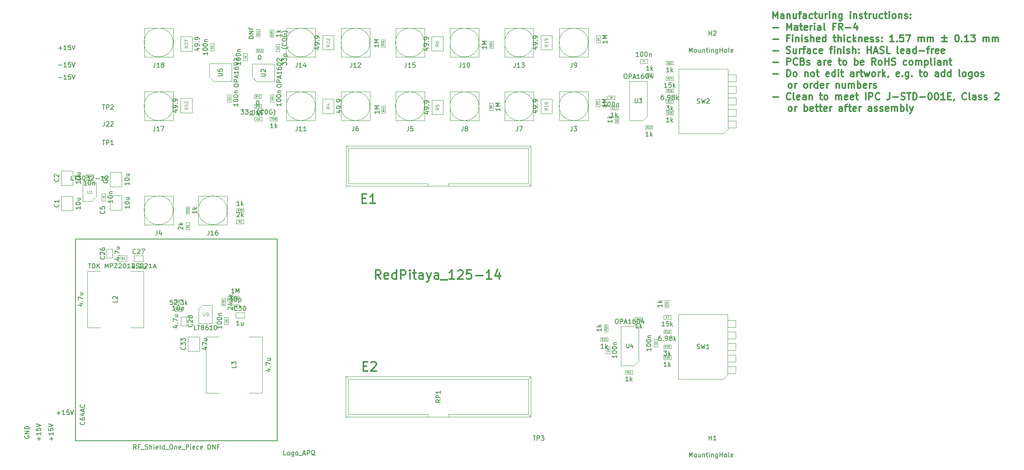
<source format=gbr>
G04 #@! TF.GenerationSoftware,KiCad,Pcbnew,(5.1.9)-1*
G04 #@! TF.CreationDate,2021-09-28T20:33:51+02:00*
G04 #@! TF.ProjectId,RedPitaya_IntStab,52656450-6974-4617-9961-5f496e745374,1.5*
G04 #@! TF.SameCoordinates,Original*
G04 #@! TF.FileFunction,Other,Fab,Top*
%FSLAX46Y46*%
G04 Gerber Fmt 4.6, Leading zero omitted, Abs format (unit mm)*
G04 Created by KiCad (PCBNEW (5.1.9)-1) date 2021-09-28 20:33:51*
%MOMM*%
%LPD*%
G01*
G04 APERTURE LIST*
%ADD10C,0.300000*%
%ADD11C,0.100000*%
%ADD12C,0.150000*%
%ADD13C,0.135000*%
%ADD14C,0.105000*%
%ADD15C,0.075000*%
%ADD16C,0.080000*%
%ADD17C,0.110000*%
%ADD18C,0.060000*%
G04 APERTURE END LIST*
D10*
X225402142Y-46478571D02*
X225402142Y-44978571D01*
X225902142Y-46050000D01*
X226402142Y-44978571D01*
X226402142Y-46478571D01*
X227759285Y-46478571D02*
X227759285Y-45692857D01*
X227687857Y-45550000D01*
X227545000Y-45478571D01*
X227259285Y-45478571D01*
X227116428Y-45550000D01*
X227759285Y-46407142D02*
X227616428Y-46478571D01*
X227259285Y-46478571D01*
X227116428Y-46407142D01*
X227045000Y-46264285D01*
X227045000Y-46121428D01*
X227116428Y-45978571D01*
X227259285Y-45907142D01*
X227616428Y-45907142D01*
X227759285Y-45835714D01*
X228473571Y-45478571D02*
X228473571Y-46478571D01*
X228473571Y-45621428D02*
X228545000Y-45550000D01*
X228687857Y-45478571D01*
X228902142Y-45478571D01*
X229045000Y-45550000D01*
X229116428Y-45692857D01*
X229116428Y-46478571D01*
X230473571Y-45478571D02*
X230473571Y-46478571D01*
X229830714Y-45478571D02*
X229830714Y-46264285D01*
X229902142Y-46407142D01*
X230045000Y-46478571D01*
X230259285Y-46478571D01*
X230402142Y-46407142D01*
X230473571Y-46335714D01*
X230973571Y-45478571D02*
X231545000Y-45478571D01*
X231187857Y-46478571D02*
X231187857Y-45192857D01*
X231259285Y-45050000D01*
X231402142Y-44978571D01*
X231545000Y-44978571D01*
X232687857Y-46478571D02*
X232687857Y-45692857D01*
X232616428Y-45550000D01*
X232473571Y-45478571D01*
X232187857Y-45478571D01*
X232045000Y-45550000D01*
X232687857Y-46407142D02*
X232545000Y-46478571D01*
X232187857Y-46478571D01*
X232045000Y-46407142D01*
X231973571Y-46264285D01*
X231973571Y-46121428D01*
X232045000Y-45978571D01*
X232187857Y-45907142D01*
X232545000Y-45907142D01*
X232687857Y-45835714D01*
X234045000Y-46407142D02*
X233902142Y-46478571D01*
X233616428Y-46478571D01*
X233473571Y-46407142D01*
X233402142Y-46335714D01*
X233330714Y-46192857D01*
X233330714Y-45764285D01*
X233402142Y-45621428D01*
X233473571Y-45550000D01*
X233616428Y-45478571D01*
X233902142Y-45478571D01*
X234045000Y-45550000D01*
X234473571Y-45478571D02*
X235045000Y-45478571D01*
X234687857Y-44978571D02*
X234687857Y-46264285D01*
X234759285Y-46407142D01*
X234902142Y-46478571D01*
X235045000Y-46478571D01*
X236187857Y-45478571D02*
X236187857Y-46478571D01*
X235545000Y-45478571D02*
X235545000Y-46264285D01*
X235616428Y-46407142D01*
X235759285Y-46478571D01*
X235973571Y-46478571D01*
X236116428Y-46407142D01*
X236187857Y-46335714D01*
X236902142Y-46478571D02*
X236902142Y-45478571D01*
X236902142Y-45764285D02*
X236973571Y-45621428D01*
X237045000Y-45550000D01*
X237187857Y-45478571D01*
X237330714Y-45478571D01*
X237830714Y-46478571D02*
X237830714Y-45478571D01*
X237830714Y-44978571D02*
X237759285Y-45050000D01*
X237830714Y-45121428D01*
X237902142Y-45050000D01*
X237830714Y-44978571D01*
X237830714Y-45121428D01*
X238545000Y-45478571D02*
X238545000Y-46478571D01*
X238545000Y-45621428D02*
X238616428Y-45550000D01*
X238759285Y-45478571D01*
X238973571Y-45478571D01*
X239116428Y-45550000D01*
X239187857Y-45692857D01*
X239187857Y-46478571D01*
X240545000Y-45478571D02*
X240545000Y-46692857D01*
X240473571Y-46835714D01*
X240402142Y-46907142D01*
X240259285Y-46978571D01*
X240045000Y-46978571D01*
X239902142Y-46907142D01*
X240545000Y-46407142D02*
X240402142Y-46478571D01*
X240116428Y-46478571D01*
X239973571Y-46407142D01*
X239902142Y-46335714D01*
X239830714Y-46192857D01*
X239830714Y-45764285D01*
X239902142Y-45621428D01*
X239973571Y-45550000D01*
X240116428Y-45478571D01*
X240402142Y-45478571D01*
X240545000Y-45550000D01*
X242402142Y-46478571D02*
X242402142Y-45478571D01*
X242402142Y-44978571D02*
X242330714Y-45050000D01*
X242402142Y-45121428D01*
X242473571Y-45050000D01*
X242402142Y-44978571D01*
X242402142Y-45121428D01*
X243116428Y-45478571D02*
X243116428Y-46478571D01*
X243116428Y-45621428D02*
X243187857Y-45550000D01*
X243330714Y-45478571D01*
X243545000Y-45478571D01*
X243687857Y-45550000D01*
X243759285Y-45692857D01*
X243759285Y-46478571D01*
X244402142Y-46407142D02*
X244545000Y-46478571D01*
X244830714Y-46478571D01*
X244973571Y-46407142D01*
X245045000Y-46264285D01*
X245045000Y-46192857D01*
X244973571Y-46050000D01*
X244830714Y-45978571D01*
X244616428Y-45978571D01*
X244473571Y-45907142D01*
X244402142Y-45764285D01*
X244402142Y-45692857D01*
X244473571Y-45550000D01*
X244616428Y-45478571D01*
X244830714Y-45478571D01*
X244973571Y-45550000D01*
X245473571Y-45478571D02*
X246045000Y-45478571D01*
X245687857Y-44978571D02*
X245687857Y-46264285D01*
X245759285Y-46407142D01*
X245902142Y-46478571D01*
X246045000Y-46478571D01*
X246545000Y-46478571D02*
X246545000Y-45478571D01*
X246545000Y-45764285D02*
X246616428Y-45621428D01*
X246687857Y-45550000D01*
X246830714Y-45478571D01*
X246973571Y-45478571D01*
X248116428Y-45478571D02*
X248116428Y-46478571D01*
X247473571Y-45478571D02*
X247473571Y-46264285D01*
X247545000Y-46407142D01*
X247687857Y-46478571D01*
X247902142Y-46478571D01*
X248045000Y-46407142D01*
X248116428Y-46335714D01*
X249473571Y-46407142D02*
X249330714Y-46478571D01*
X249045000Y-46478571D01*
X248902142Y-46407142D01*
X248830714Y-46335714D01*
X248759285Y-46192857D01*
X248759285Y-45764285D01*
X248830714Y-45621428D01*
X248902142Y-45550000D01*
X249045000Y-45478571D01*
X249330714Y-45478571D01*
X249473571Y-45550000D01*
X249902142Y-45478571D02*
X250473571Y-45478571D01*
X250116428Y-44978571D02*
X250116428Y-46264285D01*
X250187857Y-46407142D01*
X250330714Y-46478571D01*
X250473571Y-46478571D01*
X250973571Y-46478571D02*
X250973571Y-45478571D01*
X250973571Y-44978571D02*
X250902142Y-45050000D01*
X250973571Y-45121428D01*
X251045000Y-45050000D01*
X250973571Y-44978571D01*
X250973571Y-45121428D01*
X251902142Y-46478571D02*
X251759285Y-46407142D01*
X251687857Y-46335714D01*
X251616428Y-46192857D01*
X251616428Y-45764285D01*
X251687857Y-45621428D01*
X251759285Y-45550000D01*
X251902142Y-45478571D01*
X252116428Y-45478571D01*
X252259285Y-45550000D01*
X252330714Y-45621428D01*
X252402142Y-45764285D01*
X252402142Y-46192857D01*
X252330714Y-46335714D01*
X252259285Y-46407142D01*
X252116428Y-46478571D01*
X251902142Y-46478571D01*
X253045000Y-45478571D02*
X253045000Y-46478571D01*
X253045000Y-45621428D02*
X253116428Y-45550000D01*
X253259285Y-45478571D01*
X253473571Y-45478571D01*
X253616428Y-45550000D01*
X253687857Y-45692857D01*
X253687857Y-46478571D01*
X254330714Y-46407142D02*
X254473571Y-46478571D01*
X254759285Y-46478571D01*
X254902142Y-46407142D01*
X254973571Y-46264285D01*
X254973571Y-46192857D01*
X254902142Y-46050000D01*
X254759285Y-45978571D01*
X254545000Y-45978571D01*
X254402142Y-45907142D01*
X254330714Y-45764285D01*
X254330714Y-45692857D01*
X254402142Y-45550000D01*
X254545000Y-45478571D01*
X254759285Y-45478571D01*
X254902142Y-45550000D01*
X255616428Y-46335714D02*
X255687857Y-46407142D01*
X255616428Y-46478571D01*
X255545000Y-46407142D01*
X255616428Y-46335714D01*
X255616428Y-46478571D01*
X255616428Y-45550000D02*
X255687857Y-45621428D01*
X255616428Y-45692857D01*
X255545000Y-45621428D01*
X255616428Y-45550000D01*
X255616428Y-45692857D01*
X225402142Y-48457142D02*
X226545000Y-48457142D01*
X228402142Y-49028571D02*
X228402142Y-47528571D01*
X228902142Y-48600000D01*
X229402142Y-47528571D01*
X229402142Y-49028571D01*
X230759285Y-49028571D02*
X230759285Y-48242857D01*
X230687857Y-48100000D01*
X230545000Y-48028571D01*
X230259285Y-48028571D01*
X230116428Y-48100000D01*
X230759285Y-48957142D02*
X230616428Y-49028571D01*
X230259285Y-49028571D01*
X230116428Y-48957142D01*
X230045000Y-48814285D01*
X230045000Y-48671428D01*
X230116428Y-48528571D01*
X230259285Y-48457142D01*
X230616428Y-48457142D01*
X230759285Y-48385714D01*
X231259285Y-48028571D02*
X231830714Y-48028571D01*
X231473571Y-47528571D02*
X231473571Y-48814285D01*
X231545000Y-48957142D01*
X231687857Y-49028571D01*
X231830714Y-49028571D01*
X232902142Y-48957142D02*
X232759285Y-49028571D01*
X232473571Y-49028571D01*
X232330714Y-48957142D01*
X232259285Y-48814285D01*
X232259285Y-48242857D01*
X232330714Y-48100000D01*
X232473571Y-48028571D01*
X232759285Y-48028571D01*
X232902142Y-48100000D01*
X232973571Y-48242857D01*
X232973571Y-48385714D01*
X232259285Y-48528571D01*
X233616428Y-49028571D02*
X233616428Y-48028571D01*
X233616428Y-48314285D02*
X233687857Y-48171428D01*
X233759285Y-48100000D01*
X233902142Y-48028571D01*
X234045000Y-48028571D01*
X234545000Y-49028571D02*
X234545000Y-48028571D01*
X234545000Y-47528571D02*
X234473571Y-47600000D01*
X234545000Y-47671428D01*
X234616428Y-47600000D01*
X234545000Y-47528571D01*
X234545000Y-47671428D01*
X235902142Y-49028571D02*
X235902142Y-48242857D01*
X235830714Y-48100000D01*
X235687857Y-48028571D01*
X235402142Y-48028571D01*
X235259285Y-48100000D01*
X235902142Y-48957142D02*
X235759285Y-49028571D01*
X235402142Y-49028571D01*
X235259285Y-48957142D01*
X235187857Y-48814285D01*
X235187857Y-48671428D01*
X235259285Y-48528571D01*
X235402142Y-48457142D01*
X235759285Y-48457142D01*
X235902142Y-48385714D01*
X236830714Y-49028571D02*
X236687857Y-48957142D01*
X236616428Y-48814285D01*
X236616428Y-47528571D01*
X239045000Y-48242857D02*
X238545000Y-48242857D01*
X238545000Y-49028571D02*
X238545000Y-47528571D01*
X239259285Y-47528571D01*
X240687857Y-49028571D02*
X240187857Y-48314285D01*
X239830714Y-49028571D02*
X239830714Y-47528571D01*
X240402142Y-47528571D01*
X240545000Y-47600000D01*
X240616428Y-47671428D01*
X240687857Y-47814285D01*
X240687857Y-48028571D01*
X240616428Y-48171428D01*
X240545000Y-48242857D01*
X240402142Y-48314285D01*
X239830714Y-48314285D01*
X241330714Y-48457142D02*
X242473571Y-48457142D01*
X243830714Y-48028571D02*
X243830714Y-49028571D01*
X243473571Y-47457142D02*
X243116428Y-48528571D01*
X244045000Y-48528571D01*
X225402142Y-51007142D02*
X226545000Y-51007142D01*
X228902142Y-50792857D02*
X228402142Y-50792857D01*
X228402142Y-51578571D02*
X228402142Y-50078571D01*
X229116428Y-50078571D01*
X229687857Y-51578571D02*
X229687857Y-50578571D01*
X229687857Y-50078571D02*
X229616428Y-50150000D01*
X229687857Y-50221428D01*
X229759285Y-50150000D01*
X229687857Y-50078571D01*
X229687857Y-50221428D01*
X230402142Y-50578571D02*
X230402142Y-51578571D01*
X230402142Y-50721428D02*
X230473571Y-50650000D01*
X230616428Y-50578571D01*
X230830714Y-50578571D01*
X230973571Y-50650000D01*
X231045000Y-50792857D01*
X231045000Y-51578571D01*
X231759285Y-51578571D02*
X231759285Y-50578571D01*
X231759285Y-50078571D02*
X231687857Y-50150000D01*
X231759285Y-50221428D01*
X231830714Y-50150000D01*
X231759285Y-50078571D01*
X231759285Y-50221428D01*
X232402142Y-51507142D02*
X232545000Y-51578571D01*
X232830714Y-51578571D01*
X232973571Y-51507142D01*
X233045000Y-51364285D01*
X233045000Y-51292857D01*
X232973571Y-51150000D01*
X232830714Y-51078571D01*
X232616428Y-51078571D01*
X232473571Y-51007142D01*
X232402142Y-50864285D01*
X232402142Y-50792857D01*
X232473571Y-50650000D01*
X232616428Y-50578571D01*
X232830714Y-50578571D01*
X232973571Y-50650000D01*
X233687857Y-51578571D02*
X233687857Y-50078571D01*
X234330714Y-51578571D02*
X234330714Y-50792857D01*
X234259285Y-50650000D01*
X234116428Y-50578571D01*
X233902142Y-50578571D01*
X233759285Y-50650000D01*
X233687857Y-50721428D01*
X235616428Y-51507142D02*
X235473571Y-51578571D01*
X235187857Y-51578571D01*
X235045000Y-51507142D01*
X234973571Y-51364285D01*
X234973571Y-50792857D01*
X235045000Y-50650000D01*
X235187857Y-50578571D01*
X235473571Y-50578571D01*
X235616428Y-50650000D01*
X235687857Y-50792857D01*
X235687857Y-50935714D01*
X234973571Y-51078571D01*
X236973571Y-51578571D02*
X236973571Y-50078571D01*
X236973571Y-51507142D02*
X236830714Y-51578571D01*
X236545000Y-51578571D01*
X236402142Y-51507142D01*
X236330714Y-51435714D01*
X236259285Y-51292857D01*
X236259285Y-50864285D01*
X236330714Y-50721428D01*
X236402142Y-50650000D01*
X236545000Y-50578571D01*
X236830714Y-50578571D01*
X236973571Y-50650000D01*
X238616428Y-50578571D02*
X239187857Y-50578571D01*
X238830714Y-50078571D02*
X238830714Y-51364285D01*
X238902142Y-51507142D01*
X239045000Y-51578571D01*
X239187857Y-51578571D01*
X239687857Y-51578571D02*
X239687857Y-50078571D01*
X240330714Y-51578571D02*
X240330714Y-50792857D01*
X240259285Y-50650000D01*
X240116428Y-50578571D01*
X239902142Y-50578571D01*
X239759285Y-50650000D01*
X239687857Y-50721428D01*
X241045000Y-51578571D02*
X241045000Y-50578571D01*
X241045000Y-50078571D02*
X240973571Y-50150000D01*
X241045000Y-50221428D01*
X241116428Y-50150000D01*
X241045000Y-50078571D01*
X241045000Y-50221428D01*
X242402142Y-51507142D02*
X242259285Y-51578571D01*
X241973571Y-51578571D01*
X241830714Y-51507142D01*
X241759285Y-51435714D01*
X241687857Y-51292857D01*
X241687857Y-50864285D01*
X241759285Y-50721428D01*
X241830714Y-50650000D01*
X241973571Y-50578571D01*
X242259285Y-50578571D01*
X242402142Y-50650000D01*
X243045000Y-51578571D02*
X243045000Y-50078571D01*
X243187857Y-51007142D02*
X243616428Y-51578571D01*
X243616428Y-50578571D02*
X243045000Y-51150000D01*
X244259285Y-50578571D02*
X244259285Y-51578571D01*
X244259285Y-50721428D02*
X244330714Y-50650000D01*
X244473571Y-50578571D01*
X244687857Y-50578571D01*
X244830714Y-50650000D01*
X244902142Y-50792857D01*
X244902142Y-51578571D01*
X246187857Y-51507142D02*
X246045000Y-51578571D01*
X245759285Y-51578571D01*
X245616428Y-51507142D01*
X245545000Y-51364285D01*
X245545000Y-50792857D01*
X245616428Y-50650000D01*
X245759285Y-50578571D01*
X246045000Y-50578571D01*
X246187857Y-50650000D01*
X246259285Y-50792857D01*
X246259285Y-50935714D01*
X245545000Y-51078571D01*
X246830714Y-51507142D02*
X246973571Y-51578571D01*
X247259285Y-51578571D01*
X247402142Y-51507142D01*
X247473571Y-51364285D01*
X247473571Y-51292857D01*
X247402142Y-51150000D01*
X247259285Y-51078571D01*
X247045000Y-51078571D01*
X246902142Y-51007142D01*
X246830714Y-50864285D01*
X246830714Y-50792857D01*
X246902142Y-50650000D01*
X247045000Y-50578571D01*
X247259285Y-50578571D01*
X247402142Y-50650000D01*
X248045000Y-51507142D02*
X248187857Y-51578571D01*
X248473571Y-51578571D01*
X248616428Y-51507142D01*
X248687857Y-51364285D01*
X248687857Y-51292857D01*
X248616428Y-51150000D01*
X248473571Y-51078571D01*
X248259285Y-51078571D01*
X248116428Y-51007142D01*
X248045000Y-50864285D01*
X248045000Y-50792857D01*
X248116428Y-50650000D01*
X248259285Y-50578571D01*
X248473571Y-50578571D01*
X248616428Y-50650000D01*
X249330714Y-51435714D02*
X249402142Y-51507142D01*
X249330714Y-51578571D01*
X249259285Y-51507142D01*
X249330714Y-51435714D01*
X249330714Y-51578571D01*
X249330714Y-50650000D02*
X249402142Y-50721428D01*
X249330714Y-50792857D01*
X249259285Y-50721428D01*
X249330714Y-50650000D01*
X249330714Y-50792857D01*
X251973571Y-51578571D02*
X251116428Y-51578571D01*
X251545000Y-51578571D02*
X251545000Y-50078571D01*
X251402142Y-50292857D01*
X251259285Y-50435714D01*
X251116428Y-50507142D01*
X252616428Y-51435714D02*
X252687857Y-51507142D01*
X252616428Y-51578571D01*
X252545000Y-51507142D01*
X252616428Y-51435714D01*
X252616428Y-51578571D01*
X254045000Y-50078571D02*
X253330714Y-50078571D01*
X253259285Y-50792857D01*
X253330714Y-50721428D01*
X253473571Y-50650000D01*
X253830714Y-50650000D01*
X253973571Y-50721428D01*
X254045000Y-50792857D01*
X254116428Y-50935714D01*
X254116428Y-51292857D01*
X254045000Y-51435714D01*
X253973571Y-51507142D01*
X253830714Y-51578571D01*
X253473571Y-51578571D01*
X253330714Y-51507142D01*
X253259285Y-51435714D01*
X254616428Y-50078571D02*
X255616428Y-50078571D01*
X254973571Y-51578571D01*
X257330714Y-51578571D02*
X257330714Y-50578571D01*
X257330714Y-50721428D02*
X257402142Y-50650000D01*
X257545000Y-50578571D01*
X257759285Y-50578571D01*
X257902142Y-50650000D01*
X257973571Y-50792857D01*
X257973571Y-51578571D01*
X257973571Y-50792857D02*
X258045000Y-50650000D01*
X258187857Y-50578571D01*
X258402142Y-50578571D01*
X258545000Y-50650000D01*
X258616428Y-50792857D01*
X258616428Y-51578571D01*
X259330714Y-51578571D02*
X259330714Y-50578571D01*
X259330714Y-50721428D02*
X259402142Y-50650000D01*
X259545000Y-50578571D01*
X259759285Y-50578571D01*
X259902142Y-50650000D01*
X259973571Y-50792857D01*
X259973571Y-51578571D01*
X259973571Y-50792857D02*
X260045000Y-50650000D01*
X260187857Y-50578571D01*
X260402142Y-50578571D01*
X260545000Y-50650000D01*
X260616428Y-50792857D01*
X260616428Y-51578571D01*
X262473571Y-50721428D02*
X263616428Y-50721428D01*
X263045000Y-51292857D02*
X263045000Y-50150000D01*
X263616428Y-51578571D02*
X262473571Y-51578571D01*
X265759285Y-50078571D02*
X265902142Y-50078571D01*
X266045000Y-50150000D01*
X266116428Y-50221428D01*
X266187857Y-50364285D01*
X266259285Y-50650000D01*
X266259285Y-51007142D01*
X266187857Y-51292857D01*
X266116428Y-51435714D01*
X266045000Y-51507142D01*
X265902142Y-51578571D01*
X265759285Y-51578571D01*
X265616428Y-51507142D01*
X265545000Y-51435714D01*
X265473571Y-51292857D01*
X265402142Y-51007142D01*
X265402142Y-50650000D01*
X265473571Y-50364285D01*
X265545000Y-50221428D01*
X265616428Y-50150000D01*
X265759285Y-50078571D01*
X266902142Y-51435714D02*
X266973571Y-51507142D01*
X266902142Y-51578571D01*
X266830714Y-51507142D01*
X266902142Y-51435714D01*
X266902142Y-51578571D01*
X268402142Y-51578571D02*
X267545000Y-51578571D01*
X267973571Y-51578571D02*
X267973571Y-50078571D01*
X267830714Y-50292857D01*
X267687857Y-50435714D01*
X267545000Y-50507142D01*
X268902142Y-50078571D02*
X269830714Y-50078571D01*
X269330714Y-50650000D01*
X269545000Y-50650000D01*
X269687857Y-50721428D01*
X269759285Y-50792857D01*
X269830714Y-50935714D01*
X269830714Y-51292857D01*
X269759285Y-51435714D01*
X269687857Y-51507142D01*
X269545000Y-51578571D01*
X269116428Y-51578571D01*
X268973571Y-51507142D01*
X268902142Y-51435714D01*
X271616428Y-51578571D02*
X271616428Y-50578571D01*
X271616428Y-50721428D02*
X271687857Y-50650000D01*
X271830714Y-50578571D01*
X272045000Y-50578571D01*
X272187857Y-50650000D01*
X272259285Y-50792857D01*
X272259285Y-51578571D01*
X272259285Y-50792857D02*
X272330714Y-50650000D01*
X272473571Y-50578571D01*
X272687857Y-50578571D01*
X272830714Y-50650000D01*
X272902142Y-50792857D01*
X272902142Y-51578571D01*
X273616428Y-51578571D02*
X273616428Y-50578571D01*
X273616428Y-50721428D02*
X273687857Y-50650000D01*
X273830714Y-50578571D01*
X274045000Y-50578571D01*
X274187857Y-50650000D01*
X274259285Y-50792857D01*
X274259285Y-51578571D01*
X274259285Y-50792857D02*
X274330714Y-50650000D01*
X274473571Y-50578571D01*
X274687857Y-50578571D01*
X274830714Y-50650000D01*
X274902142Y-50792857D01*
X274902142Y-51578571D01*
X225402142Y-53557142D02*
X226545000Y-53557142D01*
X228330714Y-54057142D02*
X228545000Y-54128571D01*
X228902142Y-54128571D01*
X229045000Y-54057142D01*
X229116428Y-53985714D01*
X229187857Y-53842857D01*
X229187857Y-53700000D01*
X229116428Y-53557142D01*
X229045000Y-53485714D01*
X228902142Y-53414285D01*
X228616428Y-53342857D01*
X228473571Y-53271428D01*
X228402142Y-53200000D01*
X228330714Y-53057142D01*
X228330714Y-52914285D01*
X228402142Y-52771428D01*
X228473571Y-52700000D01*
X228616428Y-52628571D01*
X228973571Y-52628571D01*
X229187857Y-52700000D01*
X230473571Y-53128571D02*
X230473571Y-54128571D01*
X229830714Y-53128571D02*
X229830714Y-53914285D01*
X229902142Y-54057142D01*
X230045000Y-54128571D01*
X230259285Y-54128571D01*
X230402142Y-54057142D01*
X230473571Y-53985714D01*
X231187857Y-54128571D02*
X231187857Y-53128571D01*
X231187857Y-53414285D02*
X231259285Y-53271428D01*
X231330714Y-53200000D01*
X231473571Y-53128571D01*
X231616428Y-53128571D01*
X231902142Y-53128571D02*
X232473571Y-53128571D01*
X232116428Y-54128571D02*
X232116428Y-52842857D01*
X232187857Y-52700000D01*
X232330714Y-52628571D01*
X232473571Y-52628571D01*
X233616428Y-54128571D02*
X233616428Y-53342857D01*
X233545000Y-53200000D01*
X233402142Y-53128571D01*
X233116428Y-53128571D01*
X232973571Y-53200000D01*
X233616428Y-54057142D02*
X233473571Y-54128571D01*
X233116428Y-54128571D01*
X232973571Y-54057142D01*
X232902142Y-53914285D01*
X232902142Y-53771428D01*
X232973571Y-53628571D01*
X233116428Y-53557142D01*
X233473571Y-53557142D01*
X233616428Y-53485714D01*
X234973571Y-54057142D02*
X234830714Y-54128571D01*
X234545000Y-54128571D01*
X234402142Y-54057142D01*
X234330714Y-53985714D01*
X234259285Y-53842857D01*
X234259285Y-53414285D01*
X234330714Y-53271428D01*
X234402142Y-53200000D01*
X234545000Y-53128571D01*
X234830714Y-53128571D01*
X234973571Y-53200000D01*
X236187857Y-54057142D02*
X236045000Y-54128571D01*
X235759285Y-54128571D01*
X235616428Y-54057142D01*
X235545000Y-53914285D01*
X235545000Y-53342857D01*
X235616428Y-53200000D01*
X235759285Y-53128571D01*
X236045000Y-53128571D01*
X236187857Y-53200000D01*
X236259285Y-53342857D01*
X236259285Y-53485714D01*
X235545000Y-53628571D01*
X237830714Y-53128571D02*
X238402142Y-53128571D01*
X238045000Y-54128571D02*
X238045000Y-52842857D01*
X238116428Y-52700000D01*
X238259285Y-52628571D01*
X238402142Y-52628571D01*
X238902142Y-54128571D02*
X238902142Y-53128571D01*
X238902142Y-52628571D02*
X238830714Y-52700000D01*
X238902142Y-52771428D01*
X238973571Y-52700000D01*
X238902142Y-52628571D01*
X238902142Y-52771428D01*
X239616428Y-53128571D02*
X239616428Y-54128571D01*
X239616428Y-53271428D02*
X239687857Y-53200000D01*
X239830714Y-53128571D01*
X240045000Y-53128571D01*
X240187857Y-53200000D01*
X240259285Y-53342857D01*
X240259285Y-54128571D01*
X240973571Y-54128571D02*
X240973571Y-53128571D01*
X240973571Y-52628571D02*
X240902142Y-52700000D01*
X240973571Y-52771428D01*
X241045000Y-52700000D01*
X240973571Y-52628571D01*
X240973571Y-52771428D01*
X241616428Y-54057142D02*
X241759285Y-54128571D01*
X242045000Y-54128571D01*
X242187857Y-54057142D01*
X242259285Y-53914285D01*
X242259285Y-53842857D01*
X242187857Y-53700000D01*
X242045000Y-53628571D01*
X241830714Y-53628571D01*
X241687857Y-53557142D01*
X241616428Y-53414285D01*
X241616428Y-53342857D01*
X241687857Y-53200000D01*
X241830714Y-53128571D01*
X242045000Y-53128571D01*
X242187857Y-53200000D01*
X242902142Y-54128571D02*
X242902142Y-52628571D01*
X243545000Y-54128571D02*
X243545000Y-53342857D01*
X243473571Y-53200000D01*
X243330714Y-53128571D01*
X243116428Y-53128571D01*
X242973571Y-53200000D01*
X242902142Y-53271428D01*
X244259285Y-53985714D02*
X244330714Y-54057142D01*
X244259285Y-54128571D01*
X244187857Y-54057142D01*
X244259285Y-53985714D01*
X244259285Y-54128571D01*
X244259285Y-53200000D02*
X244330714Y-53271428D01*
X244259285Y-53342857D01*
X244187857Y-53271428D01*
X244259285Y-53200000D01*
X244259285Y-53342857D01*
X246116428Y-54128571D02*
X246116428Y-52628571D01*
X246116428Y-53342857D02*
X246973571Y-53342857D01*
X246973571Y-54128571D02*
X246973571Y-52628571D01*
X247616428Y-53700000D02*
X248330714Y-53700000D01*
X247473571Y-54128571D02*
X247973571Y-52628571D01*
X248473571Y-54128571D01*
X248902142Y-54057142D02*
X249116428Y-54128571D01*
X249473571Y-54128571D01*
X249616428Y-54057142D01*
X249687857Y-53985714D01*
X249759285Y-53842857D01*
X249759285Y-53700000D01*
X249687857Y-53557142D01*
X249616428Y-53485714D01*
X249473571Y-53414285D01*
X249187857Y-53342857D01*
X249045000Y-53271428D01*
X248973571Y-53200000D01*
X248902142Y-53057142D01*
X248902142Y-52914285D01*
X248973571Y-52771428D01*
X249045000Y-52700000D01*
X249187857Y-52628571D01*
X249545000Y-52628571D01*
X249759285Y-52700000D01*
X251116428Y-54128571D02*
X250402142Y-54128571D01*
X250402142Y-52628571D01*
X252973571Y-54128571D02*
X252830714Y-54057142D01*
X252759285Y-53914285D01*
X252759285Y-52628571D01*
X254116428Y-54057142D02*
X253973571Y-54128571D01*
X253687857Y-54128571D01*
X253545000Y-54057142D01*
X253473571Y-53914285D01*
X253473571Y-53342857D01*
X253545000Y-53200000D01*
X253687857Y-53128571D01*
X253973571Y-53128571D01*
X254116428Y-53200000D01*
X254187857Y-53342857D01*
X254187857Y-53485714D01*
X253473571Y-53628571D01*
X255473571Y-54128571D02*
X255473571Y-53342857D01*
X255402142Y-53200000D01*
X255259285Y-53128571D01*
X254973571Y-53128571D01*
X254830714Y-53200000D01*
X255473571Y-54057142D02*
X255330714Y-54128571D01*
X254973571Y-54128571D01*
X254830714Y-54057142D01*
X254759285Y-53914285D01*
X254759285Y-53771428D01*
X254830714Y-53628571D01*
X254973571Y-53557142D01*
X255330714Y-53557142D01*
X255473571Y-53485714D01*
X256830714Y-54128571D02*
X256830714Y-52628571D01*
X256830714Y-54057142D02*
X256687857Y-54128571D01*
X256402142Y-54128571D01*
X256259285Y-54057142D01*
X256187857Y-53985714D01*
X256116428Y-53842857D01*
X256116428Y-53414285D01*
X256187857Y-53271428D01*
X256259285Y-53200000D01*
X256402142Y-53128571D01*
X256687857Y-53128571D01*
X256830714Y-53200000D01*
X257545000Y-53557142D02*
X258687857Y-53557142D01*
X259187857Y-53128571D02*
X259759285Y-53128571D01*
X259402142Y-54128571D02*
X259402142Y-52842857D01*
X259473571Y-52700000D01*
X259616428Y-52628571D01*
X259759285Y-52628571D01*
X260259285Y-54128571D02*
X260259285Y-53128571D01*
X260259285Y-53414285D02*
X260330714Y-53271428D01*
X260402142Y-53200000D01*
X260545000Y-53128571D01*
X260687857Y-53128571D01*
X261759285Y-54057142D02*
X261616428Y-54128571D01*
X261330714Y-54128571D01*
X261187857Y-54057142D01*
X261116428Y-53914285D01*
X261116428Y-53342857D01*
X261187857Y-53200000D01*
X261330714Y-53128571D01*
X261616428Y-53128571D01*
X261759285Y-53200000D01*
X261830714Y-53342857D01*
X261830714Y-53485714D01*
X261116428Y-53628571D01*
X263045000Y-54057142D02*
X262902142Y-54128571D01*
X262616428Y-54128571D01*
X262473571Y-54057142D01*
X262402142Y-53914285D01*
X262402142Y-53342857D01*
X262473571Y-53200000D01*
X262616428Y-53128571D01*
X262902142Y-53128571D01*
X263045000Y-53200000D01*
X263116428Y-53342857D01*
X263116428Y-53485714D01*
X262402142Y-53628571D01*
X225402142Y-56107142D02*
X226545000Y-56107142D01*
X228402142Y-56678571D02*
X228402142Y-55178571D01*
X228973571Y-55178571D01*
X229116428Y-55250000D01*
X229187857Y-55321428D01*
X229259285Y-55464285D01*
X229259285Y-55678571D01*
X229187857Y-55821428D01*
X229116428Y-55892857D01*
X228973571Y-55964285D01*
X228402142Y-55964285D01*
X230759285Y-56535714D02*
X230687857Y-56607142D01*
X230473571Y-56678571D01*
X230330714Y-56678571D01*
X230116428Y-56607142D01*
X229973571Y-56464285D01*
X229902142Y-56321428D01*
X229830714Y-56035714D01*
X229830714Y-55821428D01*
X229902142Y-55535714D01*
X229973571Y-55392857D01*
X230116428Y-55250000D01*
X230330714Y-55178571D01*
X230473571Y-55178571D01*
X230687857Y-55250000D01*
X230759285Y-55321428D01*
X231902142Y-55892857D02*
X232116428Y-55964285D01*
X232187857Y-56035714D01*
X232259285Y-56178571D01*
X232259285Y-56392857D01*
X232187857Y-56535714D01*
X232116428Y-56607142D01*
X231973571Y-56678571D01*
X231402142Y-56678571D01*
X231402142Y-55178571D01*
X231902142Y-55178571D01*
X232045000Y-55250000D01*
X232116428Y-55321428D01*
X232187857Y-55464285D01*
X232187857Y-55607142D01*
X232116428Y-55750000D01*
X232045000Y-55821428D01*
X231902142Y-55892857D01*
X231402142Y-55892857D01*
X232830714Y-56607142D02*
X232973571Y-56678571D01*
X233259285Y-56678571D01*
X233402142Y-56607142D01*
X233473571Y-56464285D01*
X233473571Y-56392857D01*
X233402142Y-56250000D01*
X233259285Y-56178571D01*
X233045000Y-56178571D01*
X232902142Y-56107142D01*
X232830714Y-55964285D01*
X232830714Y-55892857D01*
X232902142Y-55750000D01*
X233045000Y-55678571D01*
X233259285Y-55678571D01*
X233402142Y-55750000D01*
X235902142Y-56678571D02*
X235902142Y-55892857D01*
X235830714Y-55750000D01*
X235687857Y-55678571D01*
X235402142Y-55678571D01*
X235259285Y-55750000D01*
X235902142Y-56607142D02*
X235759285Y-56678571D01*
X235402142Y-56678571D01*
X235259285Y-56607142D01*
X235187857Y-56464285D01*
X235187857Y-56321428D01*
X235259285Y-56178571D01*
X235402142Y-56107142D01*
X235759285Y-56107142D01*
X235902142Y-56035714D01*
X236616428Y-56678571D02*
X236616428Y-55678571D01*
X236616428Y-55964285D02*
X236687857Y-55821428D01*
X236759285Y-55750000D01*
X236902142Y-55678571D01*
X237045000Y-55678571D01*
X238116428Y-56607142D02*
X237973571Y-56678571D01*
X237687857Y-56678571D01*
X237545000Y-56607142D01*
X237473571Y-56464285D01*
X237473571Y-55892857D01*
X237545000Y-55750000D01*
X237687857Y-55678571D01*
X237973571Y-55678571D01*
X238116428Y-55750000D01*
X238187857Y-55892857D01*
X238187857Y-56035714D01*
X237473571Y-56178571D01*
X239759285Y-55678571D02*
X240330714Y-55678571D01*
X239973571Y-55178571D02*
X239973571Y-56464285D01*
X240045000Y-56607142D01*
X240187857Y-56678571D01*
X240330714Y-56678571D01*
X241045000Y-56678571D02*
X240902142Y-56607142D01*
X240830714Y-56535714D01*
X240759285Y-56392857D01*
X240759285Y-55964285D01*
X240830714Y-55821428D01*
X240902142Y-55750000D01*
X241045000Y-55678571D01*
X241259285Y-55678571D01*
X241402142Y-55750000D01*
X241473571Y-55821428D01*
X241545000Y-55964285D01*
X241545000Y-56392857D01*
X241473571Y-56535714D01*
X241402142Y-56607142D01*
X241259285Y-56678571D01*
X241045000Y-56678571D01*
X243330714Y-56678571D02*
X243330714Y-55178571D01*
X243330714Y-55750000D02*
X243473571Y-55678571D01*
X243759285Y-55678571D01*
X243902142Y-55750000D01*
X243973571Y-55821428D01*
X244045000Y-55964285D01*
X244045000Y-56392857D01*
X243973571Y-56535714D01*
X243902142Y-56607142D01*
X243759285Y-56678571D01*
X243473571Y-56678571D01*
X243330714Y-56607142D01*
X245259285Y-56607142D02*
X245116428Y-56678571D01*
X244830714Y-56678571D01*
X244687857Y-56607142D01*
X244616428Y-56464285D01*
X244616428Y-55892857D01*
X244687857Y-55750000D01*
X244830714Y-55678571D01*
X245116428Y-55678571D01*
X245259285Y-55750000D01*
X245330714Y-55892857D01*
X245330714Y-56035714D01*
X244616428Y-56178571D01*
X247973571Y-56678571D02*
X247473571Y-55964285D01*
X247116428Y-56678571D02*
X247116428Y-55178571D01*
X247687857Y-55178571D01*
X247830714Y-55250000D01*
X247902142Y-55321428D01*
X247973571Y-55464285D01*
X247973571Y-55678571D01*
X247902142Y-55821428D01*
X247830714Y-55892857D01*
X247687857Y-55964285D01*
X247116428Y-55964285D01*
X248830714Y-56678571D02*
X248687857Y-56607142D01*
X248616428Y-56535714D01*
X248545000Y-56392857D01*
X248545000Y-55964285D01*
X248616428Y-55821428D01*
X248687857Y-55750000D01*
X248830714Y-55678571D01*
X249045000Y-55678571D01*
X249187857Y-55750000D01*
X249259285Y-55821428D01*
X249330714Y-55964285D01*
X249330714Y-56392857D01*
X249259285Y-56535714D01*
X249187857Y-56607142D01*
X249045000Y-56678571D01*
X248830714Y-56678571D01*
X249973571Y-56678571D02*
X249973571Y-55178571D01*
X249973571Y-55892857D02*
X250830714Y-55892857D01*
X250830714Y-56678571D02*
X250830714Y-55178571D01*
X251473571Y-56607142D02*
X251687857Y-56678571D01*
X252045000Y-56678571D01*
X252187857Y-56607142D01*
X252259285Y-56535714D01*
X252330714Y-56392857D01*
X252330714Y-56250000D01*
X252259285Y-56107142D01*
X252187857Y-56035714D01*
X252045000Y-55964285D01*
X251759285Y-55892857D01*
X251616428Y-55821428D01*
X251545000Y-55750000D01*
X251473571Y-55607142D01*
X251473571Y-55464285D01*
X251545000Y-55321428D01*
X251616428Y-55250000D01*
X251759285Y-55178571D01*
X252116428Y-55178571D01*
X252330714Y-55250000D01*
X254759285Y-56607142D02*
X254616428Y-56678571D01*
X254330714Y-56678571D01*
X254187857Y-56607142D01*
X254116428Y-56535714D01*
X254045000Y-56392857D01*
X254045000Y-55964285D01*
X254116428Y-55821428D01*
X254187857Y-55750000D01*
X254330714Y-55678571D01*
X254616428Y-55678571D01*
X254759285Y-55750000D01*
X255616428Y-56678571D02*
X255473571Y-56607142D01*
X255402142Y-56535714D01*
X255330714Y-56392857D01*
X255330714Y-55964285D01*
X255402142Y-55821428D01*
X255473571Y-55750000D01*
X255616428Y-55678571D01*
X255830714Y-55678571D01*
X255973571Y-55750000D01*
X256045000Y-55821428D01*
X256116428Y-55964285D01*
X256116428Y-56392857D01*
X256045000Y-56535714D01*
X255973571Y-56607142D01*
X255830714Y-56678571D01*
X255616428Y-56678571D01*
X256759285Y-56678571D02*
X256759285Y-55678571D01*
X256759285Y-55821428D02*
X256830714Y-55750000D01*
X256973571Y-55678571D01*
X257187857Y-55678571D01*
X257330714Y-55750000D01*
X257402142Y-55892857D01*
X257402142Y-56678571D01*
X257402142Y-55892857D02*
X257473571Y-55750000D01*
X257616428Y-55678571D01*
X257830714Y-55678571D01*
X257973571Y-55750000D01*
X258045000Y-55892857D01*
X258045000Y-56678571D01*
X258759285Y-55678571D02*
X258759285Y-57178571D01*
X258759285Y-55750000D02*
X258902142Y-55678571D01*
X259187857Y-55678571D01*
X259330714Y-55750000D01*
X259402142Y-55821428D01*
X259473571Y-55964285D01*
X259473571Y-56392857D01*
X259402142Y-56535714D01*
X259330714Y-56607142D01*
X259187857Y-56678571D01*
X258902142Y-56678571D01*
X258759285Y-56607142D01*
X260330714Y-56678571D02*
X260187857Y-56607142D01*
X260116428Y-56464285D01*
X260116428Y-55178571D01*
X260902142Y-56678571D02*
X260902142Y-55678571D01*
X260902142Y-55178571D02*
X260830714Y-55250000D01*
X260902142Y-55321428D01*
X260973571Y-55250000D01*
X260902142Y-55178571D01*
X260902142Y-55321428D01*
X262259285Y-56678571D02*
X262259285Y-55892857D01*
X262187857Y-55750000D01*
X262045000Y-55678571D01*
X261759285Y-55678571D01*
X261616428Y-55750000D01*
X262259285Y-56607142D02*
X262116428Y-56678571D01*
X261759285Y-56678571D01*
X261616428Y-56607142D01*
X261545000Y-56464285D01*
X261545000Y-56321428D01*
X261616428Y-56178571D01*
X261759285Y-56107142D01*
X262116428Y-56107142D01*
X262259285Y-56035714D01*
X262973571Y-55678571D02*
X262973571Y-56678571D01*
X262973571Y-55821428D02*
X263045000Y-55750000D01*
X263187857Y-55678571D01*
X263402142Y-55678571D01*
X263545000Y-55750000D01*
X263616428Y-55892857D01*
X263616428Y-56678571D01*
X264116428Y-55678571D02*
X264687857Y-55678571D01*
X264330714Y-55178571D02*
X264330714Y-56464285D01*
X264402142Y-56607142D01*
X264545000Y-56678571D01*
X264687857Y-56678571D01*
X225402142Y-58657142D02*
X226545000Y-58657142D01*
X228402142Y-59228571D02*
X228402142Y-57728571D01*
X228759285Y-57728571D01*
X228973571Y-57800000D01*
X229116428Y-57942857D01*
X229187857Y-58085714D01*
X229259285Y-58371428D01*
X229259285Y-58585714D01*
X229187857Y-58871428D01*
X229116428Y-59014285D01*
X228973571Y-59157142D01*
X228759285Y-59228571D01*
X228402142Y-59228571D01*
X230116428Y-59228571D02*
X229973571Y-59157142D01*
X229902142Y-59085714D01*
X229830714Y-58942857D01*
X229830714Y-58514285D01*
X229902142Y-58371428D01*
X229973571Y-58300000D01*
X230116428Y-58228571D01*
X230330714Y-58228571D01*
X230473571Y-58300000D01*
X230545000Y-58371428D01*
X230616428Y-58514285D01*
X230616428Y-58942857D01*
X230545000Y-59085714D01*
X230473571Y-59157142D01*
X230330714Y-59228571D01*
X230116428Y-59228571D01*
X232402142Y-58228571D02*
X232402142Y-59228571D01*
X232402142Y-58371428D02*
X232473571Y-58300000D01*
X232616428Y-58228571D01*
X232830714Y-58228571D01*
X232973571Y-58300000D01*
X233045000Y-58442857D01*
X233045000Y-59228571D01*
X233973571Y-59228571D02*
X233830714Y-59157142D01*
X233759285Y-59085714D01*
X233687857Y-58942857D01*
X233687857Y-58514285D01*
X233759285Y-58371428D01*
X233830714Y-58300000D01*
X233973571Y-58228571D01*
X234187857Y-58228571D01*
X234330714Y-58300000D01*
X234402142Y-58371428D01*
X234473571Y-58514285D01*
X234473571Y-58942857D01*
X234402142Y-59085714D01*
X234330714Y-59157142D01*
X234187857Y-59228571D01*
X233973571Y-59228571D01*
X234902142Y-58228571D02*
X235473571Y-58228571D01*
X235116428Y-57728571D02*
X235116428Y-59014285D01*
X235187857Y-59157142D01*
X235330714Y-59228571D01*
X235473571Y-59228571D01*
X237687857Y-59157142D02*
X237545000Y-59228571D01*
X237259285Y-59228571D01*
X237116428Y-59157142D01*
X237045000Y-59014285D01*
X237045000Y-58442857D01*
X237116428Y-58300000D01*
X237259285Y-58228571D01*
X237545000Y-58228571D01*
X237687857Y-58300000D01*
X237759285Y-58442857D01*
X237759285Y-58585714D01*
X237045000Y-58728571D01*
X239045000Y-59228571D02*
X239045000Y-57728571D01*
X239045000Y-59157142D02*
X238902142Y-59228571D01*
X238616428Y-59228571D01*
X238473571Y-59157142D01*
X238402142Y-59085714D01*
X238330714Y-58942857D01*
X238330714Y-58514285D01*
X238402142Y-58371428D01*
X238473571Y-58300000D01*
X238616428Y-58228571D01*
X238902142Y-58228571D01*
X239045000Y-58300000D01*
X239759285Y-59228571D02*
X239759285Y-58228571D01*
X239759285Y-57728571D02*
X239687857Y-57800000D01*
X239759285Y-57871428D01*
X239830714Y-57800000D01*
X239759285Y-57728571D01*
X239759285Y-57871428D01*
X240259285Y-58228571D02*
X240830714Y-58228571D01*
X240473571Y-57728571D02*
X240473571Y-59014285D01*
X240545000Y-59157142D01*
X240687857Y-59228571D01*
X240830714Y-59228571D01*
X243116428Y-59228571D02*
X243116428Y-58442857D01*
X243045000Y-58300000D01*
X242902142Y-58228571D01*
X242616428Y-58228571D01*
X242473571Y-58300000D01*
X243116428Y-59157142D02*
X242973571Y-59228571D01*
X242616428Y-59228571D01*
X242473571Y-59157142D01*
X242402142Y-59014285D01*
X242402142Y-58871428D01*
X242473571Y-58728571D01*
X242616428Y-58657142D01*
X242973571Y-58657142D01*
X243116428Y-58585714D01*
X243830714Y-59228571D02*
X243830714Y-58228571D01*
X243830714Y-58514285D02*
X243902142Y-58371428D01*
X243973571Y-58300000D01*
X244116428Y-58228571D01*
X244259285Y-58228571D01*
X244545000Y-58228571D02*
X245116428Y-58228571D01*
X244759285Y-57728571D02*
X244759285Y-59014285D01*
X244830714Y-59157142D01*
X244973571Y-59228571D01*
X245116428Y-59228571D01*
X245473571Y-58228571D02*
X245759285Y-59228571D01*
X246045000Y-58514285D01*
X246330714Y-59228571D01*
X246616428Y-58228571D01*
X247402142Y-59228571D02*
X247259285Y-59157142D01*
X247187857Y-59085714D01*
X247116428Y-58942857D01*
X247116428Y-58514285D01*
X247187857Y-58371428D01*
X247259285Y-58300000D01*
X247402142Y-58228571D01*
X247616428Y-58228571D01*
X247759285Y-58300000D01*
X247830714Y-58371428D01*
X247902142Y-58514285D01*
X247902142Y-58942857D01*
X247830714Y-59085714D01*
X247759285Y-59157142D01*
X247616428Y-59228571D01*
X247402142Y-59228571D01*
X248545000Y-59228571D02*
X248545000Y-58228571D01*
X248545000Y-58514285D02*
X248616428Y-58371428D01*
X248687857Y-58300000D01*
X248830714Y-58228571D01*
X248973571Y-58228571D01*
X249473571Y-59228571D02*
X249473571Y-57728571D01*
X249616428Y-58657142D02*
X250045000Y-59228571D01*
X250045000Y-58228571D02*
X249473571Y-58800000D01*
X250759285Y-59157142D02*
X250759285Y-59228571D01*
X250687857Y-59371428D01*
X250616428Y-59442857D01*
X253116428Y-59157142D02*
X252973571Y-59228571D01*
X252687857Y-59228571D01*
X252545000Y-59157142D01*
X252473571Y-59014285D01*
X252473571Y-58442857D01*
X252545000Y-58300000D01*
X252687857Y-58228571D01*
X252973571Y-58228571D01*
X253116428Y-58300000D01*
X253187857Y-58442857D01*
X253187857Y-58585714D01*
X252473571Y-58728571D01*
X253830714Y-59085714D02*
X253902142Y-59157142D01*
X253830714Y-59228571D01*
X253759285Y-59157142D01*
X253830714Y-59085714D01*
X253830714Y-59228571D01*
X255187857Y-58228571D02*
X255187857Y-59442857D01*
X255116428Y-59585714D01*
X255045000Y-59657142D01*
X254902142Y-59728571D01*
X254687857Y-59728571D01*
X254545000Y-59657142D01*
X255187857Y-59157142D02*
X255045000Y-59228571D01*
X254759285Y-59228571D01*
X254616428Y-59157142D01*
X254545000Y-59085714D01*
X254473571Y-58942857D01*
X254473571Y-58514285D01*
X254545000Y-58371428D01*
X254616428Y-58300000D01*
X254759285Y-58228571D01*
X255045000Y-58228571D01*
X255187857Y-58300000D01*
X255902142Y-59085714D02*
X255973571Y-59157142D01*
X255902142Y-59228571D01*
X255830714Y-59157142D01*
X255902142Y-59085714D01*
X255902142Y-59228571D01*
X257545000Y-58228571D02*
X258116428Y-58228571D01*
X257759285Y-57728571D02*
X257759285Y-59014285D01*
X257830714Y-59157142D01*
X257973571Y-59228571D01*
X258116428Y-59228571D01*
X258830714Y-59228571D02*
X258687857Y-59157142D01*
X258616428Y-59085714D01*
X258545000Y-58942857D01*
X258545000Y-58514285D01*
X258616428Y-58371428D01*
X258687857Y-58300000D01*
X258830714Y-58228571D01*
X259045000Y-58228571D01*
X259187857Y-58300000D01*
X259259285Y-58371428D01*
X259330714Y-58514285D01*
X259330714Y-58942857D01*
X259259285Y-59085714D01*
X259187857Y-59157142D01*
X259045000Y-59228571D01*
X258830714Y-59228571D01*
X261759285Y-59228571D02*
X261759285Y-58442857D01*
X261687857Y-58300000D01*
X261545000Y-58228571D01*
X261259285Y-58228571D01*
X261116428Y-58300000D01*
X261759285Y-59157142D02*
X261616428Y-59228571D01*
X261259285Y-59228571D01*
X261116428Y-59157142D01*
X261045000Y-59014285D01*
X261045000Y-58871428D01*
X261116428Y-58728571D01*
X261259285Y-58657142D01*
X261616428Y-58657142D01*
X261759285Y-58585714D01*
X263116428Y-59228571D02*
X263116428Y-57728571D01*
X263116428Y-59157142D02*
X262973571Y-59228571D01*
X262687857Y-59228571D01*
X262545000Y-59157142D01*
X262473571Y-59085714D01*
X262402142Y-58942857D01*
X262402142Y-58514285D01*
X262473571Y-58371428D01*
X262545000Y-58300000D01*
X262687857Y-58228571D01*
X262973571Y-58228571D01*
X263116428Y-58300000D01*
X264473571Y-59228571D02*
X264473571Y-57728571D01*
X264473571Y-59157142D02*
X264330714Y-59228571D01*
X264045000Y-59228571D01*
X263902142Y-59157142D01*
X263830714Y-59085714D01*
X263759285Y-58942857D01*
X263759285Y-58514285D01*
X263830714Y-58371428D01*
X263902142Y-58300000D01*
X264045000Y-58228571D01*
X264330714Y-58228571D01*
X264473571Y-58300000D01*
X266545000Y-59228571D02*
X266402142Y-59157142D01*
X266330714Y-59014285D01*
X266330714Y-57728571D01*
X267330714Y-59228571D02*
X267187857Y-59157142D01*
X267116428Y-59085714D01*
X267045000Y-58942857D01*
X267045000Y-58514285D01*
X267116428Y-58371428D01*
X267187857Y-58300000D01*
X267330714Y-58228571D01*
X267545000Y-58228571D01*
X267687857Y-58300000D01*
X267759285Y-58371428D01*
X267830714Y-58514285D01*
X267830714Y-58942857D01*
X267759285Y-59085714D01*
X267687857Y-59157142D01*
X267545000Y-59228571D01*
X267330714Y-59228571D01*
X269116428Y-58228571D02*
X269116428Y-59442857D01*
X269045000Y-59585714D01*
X268973571Y-59657142D01*
X268830714Y-59728571D01*
X268616428Y-59728571D01*
X268473571Y-59657142D01*
X269116428Y-59157142D02*
X268973571Y-59228571D01*
X268687857Y-59228571D01*
X268545000Y-59157142D01*
X268473571Y-59085714D01*
X268402142Y-58942857D01*
X268402142Y-58514285D01*
X268473571Y-58371428D01*
X268545000Y-58300000D01*
X268687857Y-58228571D01*
X268973571Y-58228571D01*
X269116428Y-58300000D01*
X270045000Y-59228571D02*
X269902142Y-59157142D01*
X269830714Y-59085714D01*
X269759285Y-58942857D01*
X269759285Y-58514285D01*
X269830714Y-58371428D01*
X269902142Y-58300000D01*
X270045000Y-58228571D01*
X270259285Y-58228571D01*
X270402142Y-58300000D01*
X270473571Y-58371428D01*
X270545000Y-58514285D01*
X270545000Y-58942857D01*
X270473571Y-59085714D01*
X270402142Y-59157142D01*
X270259285Y-59228571D01*
X270045000Y-59228571D01*
X271116428Y-59157142D02*
X271259285Y-59228571D01*
X271545000Y-59228571D01*
X271687857Y-59157142D01*
X271759285Y-59014285D01*
X271759285Y-58942857D01*
X271687857Y-58800000D01*
X271545000Y-58728571D01*
X271330714Y-58728571D01*
X271187857Y-58657142D01*
X271116428Y-58514285D01*
X271116428Y-58442857D01*
X271187857Y-58300000D01*
X271330714Y-58228571D01*
X271545000Y-58228571D01*
X271687857Y-58300000D01*
X229045000Y-61778571D02*
X228902142Y-61707142D01*
X228830714Y-61635714D01*
X228759285Y-61492857D01*
X228759285Y-61064285D01*
X228830714Y-60921428D01*
X228902142Y-60850000D01*
X229045000Y-60778571D01*
X229259285Y-60778571D01*
X229402142Y-60850000D01*
X229473571Y-60921428D01*
X229545000Y-61064285D01*
X229545000Y-61492857D01*
X229473571Y-61635714D01*
X229402142Y-61707142D01*
X229259285Y-61778571D01*
X229045000Y-61778571D01*
X230187857Y-61778571D02*
X230187857Y-60778571D01*
X230187857Y-61064285D02*
X230259285Y-60921428D01*
X230330714Y-60850000D01*
X230473571Y-60778571D01*
X230616428Y-60778571D01*
X232473571Y-61778571D02*
X232330714Y-61707142D01*
X232259285Y-61635714D01*
X232187857Y-61492857D01*
X232187857Y-61064285D01*
X232259285Y-60921428D01*
X232330714Y-60850000D01*
X232473571Y-60778571D01*
X232687857Y-60778571D01*
X232830714Y-60850000D01*
X232902142Y-60921428D01*
X232973571Y-61064285D01*
X232973571Y-61492857D01*
X232902142Y-61635714D01*
X232830714Y-61707142D01*
X232687857Y-61778571D01*
X232473571Y-61778571D01*
X233616428Y-61778571D02*
X233616428Y-60778571D01*
X233616428Y-61064285D02*
X233687857Y-60921428D01*
X233759285Y-60850000D01*
X233902142Y-60778571D01*
X234045000Y-60778571D01*
X235187857Y-61778571D02*
X235187857Y-60278571D01*
X235187857Y-61707142D02*
X235045000Y-61778571D01*
X234759285Y-61778571D01*
X234616428Y-61707142D01*
X234545000Y-61635714D01*
X234473571Y-61492857D01*
X234473571Y-61064285D01*
X234545000Y-60921428D01*
X234616428Y-60850000D01*
X234759285Y-60778571D01*
X235045000Y-60778571D01*
X235187857Y-60850000D01*
X236473571Y-61707142D02*
X236330714Y-61778571D01*
X236045000Y-61778571D01*
X235902142Y-61707142D01*
X235830714Y-61564285D01*
X235830714Y-60992857D01*
X235902142Y-60850000D01*
X236045000Y-60778571D01*
X236330714Y-60778571D01*
X236473571Y-60850000D01*
X236545000Y-60992857D01*
X236545000Y-61135714D01*
X235830714Y-61278571D01*
X237187857Y-61778571D02*
X237187857Y-60778571D01*
X237187857Y-61064285D02*
X237259285Y-60921428D01*
X237330714Y-60850000D01*
X237473571Y-60778571D01*
X237616428Y-60778571D01*
X239259285Y-60778571D02*
X239259285Y-61778571D01*
X239259285Y-60921428D02*
X239330714Y-60850000D01*
X239473571Y-60778571D01*
X239687857Y-60778571D01*
X239830714Y-60850000D01*
X239902142Y-60992857D01*
X239902142Y-61778571D01*
X241259285Y-60778571D02*
X241259285Y-61778571D01*
X240616428Y-60778571D02*
X240616428Y-61564285D01*
X240687857Y-61707142D01*
X240830714Y-61778571D01*
X241045000Y-61778571D01*
X241187857Y-61707142D01*
X241259285Y-61635714D01*
X241973571Y-61778571D02*
X241973571Y-60778571D01*
X241973571Y-60921428D02*
X242045000Y-60850000D01*
X242187857Y-60778571D01*
X242402142Y-60778571D01*
X242545000Y-60850000D01*
X242616428Y-60992857D01*
X242616428Y-61778571D01*
X242616428Y-60992857D02*
X242687857Y-60850000D01*
X242830714Y-60778571D01*
X243045000Y-60778571D01*
X243187857Y-60850000D01*
X243259285Y-60992857D01*
X243259285Y-61778571D01*
X243973571Y-61778571D02*
X243973571Y-60278571D01*
X243973571Y-60850000D02*
X244116428Y-60778571D01*
X244402142Y-60778571D01*
X244545000Y-60850000D01*
X244616428Y-60921428D01*
X244687857Y-61064285D01*
X244687857Y-61492857D01*
X244616428Y-61635714D01*
X244545000Y-61707142D01*
X244402142Y-61778571D01*
X244116428Y-61778571D01*
X243973571Y-61707142D01*
X245902142Y-61707142D02*
X245759285Y-61778571D01*
X245473571Y-61778571D01*
X245330714Y-61707142D01*
X245259285Y-61564285D01*
X245259285Y-60992857D01*
X245330714Y-60850000D01*
X245473571Y-60778571D01*
X245759285Y-60778571D01*
X245902142Y-60850000D01*
X245973571Y-60992857D01*
X245973571Y-61135714D01*
X245259285Y-61278571D01*
X246616428Y-61778571D02*
X246616428Y-60778571D01*
X246616428Y-61064285D02*
X246687857Y-60921428D01*
X246759285Y-60850000D01*
X246902142Y-60778571D01*
X247045000Y-60778571D01*
X247473571Y-61707142D02*
X247616428Y-61778571D01*
X247902142Y-61778571D01*
X248045000Y-61707142D01*
X248116428Y-61564285D01*
X248116428Y-61492857D01*
X248045000Y-61350000D01*
X247902142Y-61278571D01*
X247687857Y-61278571D01*
X247545000Y-61207142D01*
X247473571Y-61064285D01*
X247473571Y-60992857D01*
X247545000Y-60850000D01*
X247687857Y-60778571D01*
X247902142Y-60778571D01*
X248045000Y-60850000D01*
X225402142Y-63757142D02*
X226545000Y-63757142D01*
X229259285Y-64185714D02*
X229187857Y-64257142D01*
X228973571Y-64328571D01*
X228830714Y-64328571D01*
X228616428Y-64257142D01*
X228473571Y-64114285D01*
X228402142Y-63971428D01*
X228330714Y-63685714D01*
X228330714Y-63471428D01*
X228402142Y-63185714D01*
X228473571Y-63042857D01*
X228616428Y-62900000D01*
X228830714Y-62828571D01*
X228973571Y-62828571D01*
X229187857Y-62900000D01*
X229259285Y-62971428D01*
X230116428Y-64328571D02*
X229973571Y-64257142D01*
X229902142Y-64114285D01*
X229902142Y-62828571D01*
X231259285Y-64257142D02*
X231116428Y-64328571D01*
X230830714Y-64328571D01*
X230687857Y-64257142D01*
X230616428Y-64114285D01*
X230616428Y-63542857D01*
X230687857Y-63400000D01*
X230830714Y-63328571D01*
X231116428Y-63328571D01*
X231259285Y-63400000D01*
X231330714Y-63542857D01*
X231330714Y-63685714D01*
X230616428Y-63828571D01*
X232616428Y-64328571D02*
X232616428Y-63542857D01*
X232545000Y-63400000D01*
X232402142Y-63328571D01*
X232116428Y-63328571D01*
X231973571Y-63400000D01*
X232616428Y-64257142D02*
X232473571Y-64328571D01*
X232116428Y-64328571D01*
X231973571Y-64257142D01*
X231902142Y-64114285D01*
X231902142Y-63971428D01*
X231973571Y-63828571D01*
X232116428Y-63757142D01*
X232473571Y-63757142D01*
X232616428Y-63685714D01*
X233330714Y-63328571D02*
X233330714Y-64328571D01*
X233330714Y-63471428D02*
X233402142Y-63400000D01*
X233545000Y-63328571D01*
X233759285Y-63328571D01*
X233902142Y-63400000D01*
X233973571Y-63542857D01*
X233973571Y-64328571D01*
X235616428Y-63328571D02*
X236187857Y-63328571D01*
X235830714Y-62828571D02*
X235830714Y-64114285D01*
X235902142Y-64257142D01*
X236045000Y-64328571D01*
X236187857Y-64328571D01*
X236902142Y-64328571D02*
X236759285Y-64257142D01*
X236687857Y-64185714D01*
X236616428Y-64042857D01*
X236616428Y-63614285D01*
X236687857Y-63471428D01*
X236759285Y-63400000D01*
X236902142Y-63328571D01*
X237116428Y-63328571D01*
X237259285Y-63400000D01*
X237330714Y-63471428D01*
X237402142Y-63614285D01*
X237402142Y-64042857D01*
X237330714Y-64185714D01*
X237259285Y-64257142D01*
X237116428Y-64328571D01*
X236902142Y-64328571D01*
X239187857Y-64328571D02*
X239187857Y-63328571D01*
X239187857Y-63471428D02*
X239259285Y-63400000D01*
X239402142Y-63328571D01*
X239616428Y-63328571D01*
X239759285Y-63400000D01*
X239830714Y-63542857D01*
X239830714Y-64328571D01*
X239830714Y-63542857D02*
X239902142Y-63400000D01*
X240045000Y-63328571D01*
X240259285Y-63328571D01*
X240402142Y-63400000D01*
X240473571Y-63542857D01*
X240473571Y-64328571D01*
X241759285Y-64257142D02*
X241616428Y-64328571D01*
X241330714Y-64328571D01*
X241187857Y-64257142D01*
X241116428Y-64114285D01*
X241116428Y-63542857D01*
X241187857Y-63400000D01*
X241330714Y-63328571D01*
X241616428Y-63328571D01*
X241759285Y-63400000D01*
X241830714Y-63542857D01*
X241830714Y-63685714D01*
X241116428Y-63828571D01*
X243045000Y-64257142D02*
X242902142Y-64328571D01*
X242616428Y-64328571D01*
X242473571Y-64257142D01*
X242402142Y-64114285D01*
X242402142Y-63542857D01*
X242473571Y-63400000D01*
X242616428Y-63328571D01*
X242902142Y-63328571D01*
X243045000Y-63400000D01*
X243116428Y-63542857D01*
X243116428Y-63685714D01*
X242402142Y-63828571D01*
X243545000Y-63328571D02*
X244116428Y-63328571D01*
X243759285Y-62828571D02*
X243759285Y-64114285D01*
X243830714Y-64257142D01*
X243973571Y-64328571D01*
X244116428Y-64328571D01*
X245759285Y-64328571D02*
X245759285Y-62828571D01*
X246473571Y-64328571D02*
X246473571Y-62828571D01*
X247045000Y-62828571D01*
X247187857Y-62900000D01*
X247259285Y-62971428D01*
X247330714Y-63114285D01*
X247330714Y-63328571D01*
X247259285Y-63471428D01*
X247187857Y-63542857D01*
X247045000Y-63614285D01*
X246473571Y-63614285D01*
X248830714Y-64185714D02*
X248759285Y-64257142D01*
X248545000Y-64328571D01*
X248402142Y-64328571D01*
X248187857Y-64257142D01*
X248045000Y-64114285D01*
X247973571Y-63971428D01*
X247902142Y-63685714D01*
X247902142Y-63471428D01*
X247973571Y-63185714D01*
X248045000Y-63042857D01*
X248187857Y-62900000D01*
X248402142Y-62828571D01*
X248545000Y-62828571D01*
X248759285Y-62900000D01*
X248830714Y-62971428D01*
X251045000Y-62828571D02*
X251045000Y-63900000D01*
X250973571Y-64114285D01*
X250830714Y-64257142D01*
X250616428Y-64328571D01*
X250473571Y-64328571D01*
X251759285Y-63757142D02*
X252902142Y-63757142D01*
X253545000Y-64257142D02*
X253759285Y-64328571D01*
X254116428Y-64328571D01*
X254259285Y-64257142D01*
X254330714Y-64185714D01*
X254402142Y-64042857D01*
X254402142Y-63900000D01*
X254330714Y-63757142D01*
X254259285Y-63685714D01*
X254116428Y-63614285D01*
X253830714Y-63542857D01*
X253687857Y-63471428D01*
X253616428Y-63400000D01*
X253545000Y-63257142D01*
X253545000Y-63114285D01*
X253616428Y-62971428D01*
X253687857Y-62900000D01*
X253830714Y-62828571D01*
X254187857Y-62828571D01*
X254402142Y-62900000D01*
X254830714Y-62828571D02*
X255687857Y-62828571D01*
X255259285Y-64328571D02*
X255259285Y-62828571D01*
X256187857Y-64328571D02*
X256187857Y-62828571D01*
X256545000Y-62828571D01*
X256759285Y-62900000D01*
X256902142Y-63042857D01*
X256973571Y-63185714D01*
X257045000Y-63471428D01*
X257045000Y-63685714D01*
X256973571Y-63971428D01*
X256902142Y-64114285D01*
X256759285Y-64257142D01*
X256545000Y-64328571D01*
X256187857Y-64328571D01*
X257687857Y-63757142D02*
X258830714Y-63757142D01*
X259830714Y-62828571D02*
X259973571Y-62828571D01*
X260116428Y-62900000D01*
X260187857Y-62971428D01*
X260259285Y-63114285D01*
X260330714Y-63400000D01*
X260330714Y-63757142D01*
X260259285Y-64042857D01*
X260187857Y-64185714D01*
X260116428Y-64257142D01*
X259973571Y-64328571D01*
X259830714Y-64328571D01*
X259687857Y-64257142D01*
X259616428Y-64185714D01*
X259545000Y-64042857D01*
X259473571Y-63757142D01*
X259473571Y-63400000D01*
X259545000Y-63114285D01*
X259616428Y-62971428D01*
X259687857Y-62900000D01*
X259830714Y-62828571D01*
X261259285Y-62828571D02*
X261402142Y-62828571D01*
X261545000Y-62900000D01*
X261616428Y-62971428D01*
X261687857Y-63114285D01*
X261759285Y-63400000D01*
X261759285Y-63757142D01*
X261687857Y-64042857D01*
X261616428Y-64185714D01*
X261545000Y-64257142D01*
X261402142Y-64328571D01*
X261259285Y-64328571D01*
X261116428Y-64257142D01*
X261045000Y-64185714D01*
X260973571Y-64042857D01*
X260902142Y-63757142D01*
X260902142Y-63400000D01*
X260973571Y-63114285D01*
X261045000Y-62971428D01*
X261116428Y-62900000D01*
X261259285Y-62828571D01*
X263187857Y-64328571D02*
X262330714Y-64328571D01*
X262759285Y-64328571D02*
X262759285Y-62828571D01*
X262616428Y-63042857D01*
X262473571Y-63185714D01*
X262330714Y-63257142D01*
X263830714Y-63542857D02*
X264330714Y-63542857D01*
X264545000Y-64328571D02*
X263830714Y-64328571D01*
X263830714Y-62828571D01*
X264545000Y-62828571D01*
X265259285Y-64257142D02*
X265259285Y-64328571D01*
X265187857Y-64471428D01*
X265116428Y-64542857D01*
X267902142Y-64185714D02*
X267830714Y-64257142D01*
X267616428Y-64328571D01*
X267473571Y-64328571D01*
X267259285Y-64257142D01*
X267116428Y-64114285D01*
X267045000Y-63971428D01*
X266973571Y-63685714D01*
X266973571Y-63471428D01*
X267045000Y-63185714D01*
X267116428Y-63042857D01*
X267259285Y-62900000D01*
X267473571Y-62828571D01*
X267616428Y-62828571D01*
X267830714Y-62900000D01*
X267902142Y-62971428D01*
X268759285Y-64328571D02*
X268616428Y-64257142D01*
X268545000Y-64114285D01*
X268545000Y-62828571D01*
X269973571Y-64328571D02*
X269973571Y-63542857D01*
X269902142Y-63400000D01*
X269759285Y-63328571D01*
X269473571Y-63328571D01*
X269330714Y-63400000D01*
X269973571Y-64257142D02*
X269830714Y-64328571D01*
X269473571Y-64328571D01*
X269330714Y-64257142D01*
X269259285Y-64114285D01*
X269259285Y-63971428D01*
X269330714Y-63828571D01*
X269473571Y-63757142D01*
X269830714Y-63757142D01*
X269973571Y-63685714D01*
X270616428Y-64257142D02*
X270759285Y-64328571D01*
X271045000Y-64328571D01*
X271187857Y-64257142D01*
X271259285Y-64114285D01*
X271259285Y-64042857D01*
X271187857Y-63900000D01*
X271045000Y-63828571D01*
X270830714Y-63828571D01*
X270687857Y-63757142D01*
X270616428Y-63614285D01*
X270616428Y-63542857D01*
X270687857Y-63400000D01*
X270830714Y-63328571D01*
X271045000Y-63328571D01*
X271187857Y-63400000D01*
X271830714Y-64257142D02*
X271973571Y-64328571D01*
X272259285Y-64328571D01*
X272402142Y-64257142D01*
X272473571Y-64114285D01*
X272473571Y-64042857D01*
X272402142Y-63900000D01*
X272259285Y-63828571D01*
X272045000Y-63828571D01*
X271902142Y-63757142D01*
X271830714Y-63614285D01*
X271830714Y-63542857D01*
X271902142Y-63400000D01*
X272045000Y-63328571D01*
X272259285Y-63328571D01*
X272402142Y-63400000D01*
X274187857Y-62971428D02*
X274259285Y-62900000D01*
X274402142Y-62828571D01*
X274759285Y-62828571D01*
X274902142Y-62900000D01*
X274973571Y-62971428D01*
X275045000Y-63114285D01*
X275045000Y-63257142D01*
X274973571Y-63471428D01*
X274116428Y-64328571D01*
X275045000Y-64328571D01*
X229045000Y-66878571D02*
X228902142Y-66807142D01*
X228830714Y-66735714D01*
X228759285Y-66592857D01*
X228759285Y-66164285D01*
X228830714Y-66021428D01*
X228902142Y-65950000D01*
X229045000Y-65878571D01*
X229259285Y-65878571D01*
X229402142Y-65950000D01*
X229473571Y-66021428D01*
X229545000Y-66164285D01*
X229545000Y-66592857D01*
X229473571Y-66735714D01*
X229402142Y-66807142D01*
X229259285Y-66878571D01*
X229045000Y-66878571D01*
X230187857Y-66878571D02*
X230187857Y-65878571D01*
X230187857Y-66164285D02*
X230259285Y-66021428D01*
X230330714Y-65950000D01*
X230473571Y-65878571D01*
X230616428Y-65878571D01*
X232259285Y-66878571D02*
X232259285Y-65378571D01*
X232259285Y-65950000D02*
X232402142Y-65878571D01*
X232687857Y-65878571D01*
X232830714Y-65950000D01*
X232902142Y-66021428D01*
X232973571Y-66164285D01*
X232973571Y-66592857D01*
X232902142Y-66735714D01*
X232830714Y-66807142D01*
X232687857Y-66878571D01*
X232402142Y-66878571D01*
X232259285Y-66807142D01*
X234187857Y-66807142D02*
X234045000Y-66878571D01*
X233759285Y-66878571D01*
X233616428Y-66807142D01*
X233545000Y-66664285D01*
X233545000Y-66092857D01*
X233616428Y-65950000D01*
X233759285Y-65878571D01*
X234045000Y-65878571D01*
X234187857Y-65950000D01*
X234259285Y-66092857D01*
X234259285Y-66235714D01*
X233545000Y-66378571D01*
X234687857Y-65878571D02*
X235259285Y-65878571D01*
X234902142Y-65378571D02*
X234902142Y-66664285D01*
X234973571Y-66807142D01*
X235116428Y-66878571D01*
X235259285Y-66878571D01*
X235545000Y-65878571D02*
X236116428Y-65878571D01*
X235759285Y-65378571D02*
X235759285Y-66664285D01*
X235830714Y-66807142D01*
X235973571Y-66878571D01*
X236116428Y-66878571D01*
X237187857Y-66807142D02*
X237045000Y-66878571D01*
X236759285Y-66878571D01*
X236616428Y-66807142D01*
X236545000Y-66664285D01*
X236545000Y-66092857D01*
X236616428Y-65950000D01*
X236759285Y-65878571D01*
X237045000Y-65878571D01*
X237187857Y-65950000D01*
X237259285Y-66092857D01*
X237259285Y-66235714D01*
X236545000Y-66378571D01*
X237902142Y-66878571D02*
X237902142Y-65878571D01*
X237902142Y-66164285D02*
X237973571Y-66021428D01*
X238045000Y-65950000D01*
X238187857Y-65878571D01*
X238330714Y-65878571D01*
X240616428Y-66878571D02*
X240616428Y-66092857D01*
X240545000Y-65950000D01*
X240402142Y-65878571D01*
X240116428Y-65878571D01*
X239973571Y-65950000D01*
X240616428Y-66807142D02*
X240473571Y-66878571D01*
X240116428Y-66878571D01*
X239973571Y-66807142D01*
X239902142Y-66664285D01*
X239902142Y-66521428D01*
X239973571Y-66378571D01*
X240116428Y-66307142D01*
X240473571Y-66307142D01*
X240616428Y-66235714D01*
X241116428Y-65878571D02*
X241687857Y-65878571D01*
X241330714Y-66878571D02*
X241330714Y-65592857D01*
X241402142Y-65450000D01*
X241545000Y-65378571D01*
X241687857Y-65378571D01*
X241973571Y-65878571D02*
X242545000Y-65878571D01*
X242187857Y-65378571D02*
X242187857Y-66664285D01*
X242259285Y-66807142D01*
X242402142Y-66878571D01*
X242545000Y-66878571D01*
X243616428Y-66807142D02*
X243473571Y-66878571D01*
X243187857Y-66878571D01*
X243045000Y-66807142D01*
X242973571Y-66664285D01*
X242973571Y-66092857D01*
X243045000Y-65950000D01*
X243187857Y-65878571D01*
X243473571Y-65878571D01*
X243616428Y-65950000D01*
X243687857Y-66092857D01*
X243687857Y-66235714D01*
X242973571Y-66378571D01*
X244330714Y-66878571D02*
X244330714Y-65878571D01*
X244330714Y-66164285D02*
X244402142Y-66021428D01*
X244473571Y-65950000D01*
X244616428Y-65878571D01*
X244759285Y-65878571D01*
X247045000Y-66878571D02*
X247045000Y-66092857D01*
X246973571Y-65950000D01*
X246830714Y-65878571D01*
X246545000Y-65878571D01*
X246402142Y-65950000D01*
X247045000Y-66807142D02*
X246902142Y-66878571D01*
X246545000Y-66878571D01*
X246402142Y-66807142D01*
X246330714Y-66664285D01*
X246330714Y-66521428D01*
X246402142Y-66378571D01*
X246545000Y-66307142D01*
X246902142Y-66307142D01*
X247045000Y-66235714D01*
X247687857Y-66807142D02*
X247830714Y-66878571D01*
X248116428Y-66878571D01*
X248259285Y-66807142D01*
X248330714Y-66664285D01*
X248330714Y-66592857D01*
X248259285Y-66450000D01*
X248116428Y-66378571D01*
X247902142Y-66378571D01*
X247759285Y-66307142D01*
X247687857Y-66164285D01*
X247687857Y-66092857D01*
X247759285Y-65950000D01*
X247902142Y-65878571D01*
X248116428Y-65878571D01*
X248259285Y-65950000D01*
X248902142Y-66807142D02*
X249045000Y-66878571D01*
X249330714Y-66878571D01*
X249473571Y-66807142D01*
X249545000Y-66664285D01*
X249545000Y-66592857D01*
X249473571Y-66450000D01*
X249330714Y-66378571D01*
X249116428Y-66378571D01*
X248973571Y-66307142D01*
X248902142Y-66164285D01*
X248902142Y-66092857D01*
X248973571Y-65950000D01*
X249116428Y-65878571D01*
X249330714Y-65878571D01*
X249473571Y-65950000D01*
X250759285Y-66807142D02*
X250616428Y-66878571D01*
X250330714Y-66878571D01*
X250187857Y-66807142D01*
X250116428Y-66664285D01*
X250116428Y-66092857D01*
X250187857Y-65950000D01*
X250330714Y-65878571D01*
X250616428Y-65878571D01*
X250759285Y-65950000D01*
X250830714Y-66092857D01*
X250830714Y-66235714D01*
X250116428Y-66378571D01*
X251473571Y-66878571D02*
X251473571Y-65878571D01*
X251473571Y-66021428D02*
X251545000Y-65950000D01*
X251687857Y-65878571D01*
X251902142Y-65878571D01*
X252045000Y-65950000D01*
X252116428Y-66092857D01*
X252116428Y-66878571D01*
X252116428Y-66092857D02*
X252187857Y-65950000D01*
X252330714Y-65878571D01*
X252545000Y-65878571D01*
X252687857Y-65950000D01*
X252759285Y-66092857D01*
X252759285Y-66878571D01*
X253473571Y-66878571D02*
X253473571Y-65378571D01*
X253473571Y-65950000D02*
X253616428Y-65878571D01*
X253902142Y-65878571D01*
X254045000Y-65950000D01*
X254116428Y-66021428D01*
X254187857Y-66164285D01*
X254187857Y-66592857D01*
X254116428Y-66735714D01*
X254045000Y-66807142D01*
X253902142Y-66878571D01*
X253616428Y-66878571D01*
X253473571Y-66807142D01*
X255045000Y-66878571D02*
X254902142Y-66807142D01*
X254830714Y-66664285D01*
X254830714Y-65378571D01*
X255473571Y-65878571D02*
X255830714Y-66878571D01*
X256187857Y-65878571D02*
X255830714Y-66878571D01*
X255687857Y-67235714D01*
X255616428Y-67307142D01*
X255473571Y-67378571D01*
D11*
X98975000Y-91825000D02*
X98975000Y-85475000D01*
X105325000Y-85475000D02*
X98975000Y-85475000D01*
X105325000Y-91825000D02*
X105325000Y-85475000D01*
X105325000Y-91825000D02*
X98975000Y-91825000D01*
X105325000Y-88650000D02*
G75*
G03*
X105325000Y-88650000I-3175000J0D01*
G01*
X217190000Y-114340000D02*
X215390000Y-114340000D01*
X217190000Y-112840000D02*
X217190000Y-114340000D01*
X215390000Y-112840000D02*
X217190000Y-112840000D01*
X215390000Y-114340000D02*
X215390000Y-112840000D01*
X217190000Y-116880000D02*
X215390000Y-116880000D01*
X217190000Y-115380000D02*
X217190000Y-116880000D01*
X215390000Y-115380000D02*
X217190000Y-115380000D01*
X215390000Y-116880000D02*
X215390000Y-115380000D01*
X217190000Y-119420000D02*
X215390000Y-119420000D01*
X217190000Y-117920000D02*
X217190000Y-119420000D01*
X215390000Y-117920000D02*
X217190000Y-117920000D01*
X215390000Y-119420000D02*
X215390000Y-117920000D01*
X217190000Y-121960000D02*
X215390000Y-121960000D01*
X217190000Y-120460000D02*
X217190000Y-121960000D01*
X215390000Y-120460000D02*
X217190000Y-120460000D01*
X215390000Y-121960000D02*
X215390000Y-120460000D01*
X217190000Y-124500000D02*
X215390000Y-124500000D01*
X217190000Y-123000000D02*
X217190000Y-124500000D01*
X215390000Y-123000000D02*
X217190000Y-123000000D01*
X215390000Y-124500000D02*
X215390000Y-123000000D01*
X215390000Y-124800000D02*
X214390000Y-125800000D01*
X215390000Y-111540000D02*
X215390000Y-124800000D01*
X204590000Y-111540000D02*
X215390000Y-111540000D01*
X204590000Y-125800000D02*
X204590000Y-111540000D01*
X214390000Y-125800000D02*
X204590000Y-125800000D01*
X217240000Y-60320000D02*
X215440000Y-60320000D01*
X217240000Y-58820000D02*
X217240000Y-60320000D01*
X215440000Y-58820000D02*
X217240000Y-58820000D01*
X215440000Y-60320000D02*
X215440000Y-58820000D01*
X217240000Y-62860000D02*
X215440000Y-62860000D01*
X217240000Y-61360000D02*
X217240000Y-62860000D01*
X215440000Y-61360000D02*
X217240000Y-61360000D01*
X215440000Y-62860000D02*
X215440000Y-61360000D01*
X217240000Y-65400000D02*
X215440000Y-65400000D01*
X217240000Y-63900000D02*
X217240000Y-65400000D01*
X215440000Y-63900000D02*
X217240000Y-63900000D01*
X215440000Y-65400000D02*
X215440000Y-63900000D01*
X217240000Y-67940000D02*
X215440000Y-67940000D01*
X217240000Y-66440000D02*
X217240000Y-67940000D01*
X215440000Y-66440000D02*
X217240000Y-66440000D01*
X215440000Y-67940000D02*
X215440000Y-66440000D01*
X217240000Y-70480000D02*
X215440000Y-70480000D01*
X217240000Y-68980000D02*
X217240000Y-70480000D01*
X215440000Y-68980000D02*
X217240000Y-68980000D01*
X215440000Y-70480000D02*
X215440000Y-68980000D01*
X215440000Y-70780000D02*
X214440000Y-71780000D01*
X215440000Y-57520000D02*
X215440000Y-70780000D01*
X204640000Y-57520000D02*
X215440000Y-57520000D01*
X204640000Y-71780000D02*
X204640000Y-57520000D01*
X214440000Y-71780000D02*
X204640000Y-71780000D01*
X195800000Y-121850000D02*
X194825000Y-122825000D01*
X195800000Y-114175000D02*
X195800000Y-121850000D01*
X191900000Y-114175000D02*
X195800000Y-114175000D01*
X191900000Y-122825000D02*
X191900000Y-114175000D01*
X194825000Y-122825000D02*
X191900000Y-122825000D01*
X197700000Y-67940000D02*
X196725000Y-68915000D01*
X197700000Y-60265000D02*
X197700000Y-67940000D01*
X193800000Y-60265000D02*
X197700000Y-60265000D01*
X193800000Y-68915000D02*
X193800000Y-60265000D01*
X196725000Y-68915000D02*
X193800000Y-68915000D01*
X111825000Y-60375000D02*
X110850000Y-59400000D01*
X115750000Y-60375000D02*
X111825000Y-60375000D01*
X115750000Y-56475000D02*
X115750000Y-60375000D01*
X110850000Y-56475000D02*
X115750000Y-56475000D01*
X110850000Y-59400000D02*
X110850000Y-56475000D01*
X102375000Y-60300000D02*
X101400000Y-59325000D01*
X106300000Y-60300000D02*
X102375000Y-60300000D01*
X106300000Y-56400000D02*
X106300000Y-60300000D01*
X101400000Y-56400000D02*
X106300000Y-56400000D01*
X101400000Y-59325000D02*
X101400000Y-56400000D01*
X174290138Y-67355718D02*
X174290138Y-64155718D01*
X176790138Y-67355718D02*
X174290138Y-67355718D01*
X176790138Y-64155718D02*
X176790138Y-67355718D01*
X174290138Y-64155718D02*
X176790138Y-64155718D01*
X128790138Y-64155718D02*
X128790138Y-67355718D01*
X126290138Y-64155718D02*
X128790138Y-64155718D01*
X126290138Y-67355718D02*
X126290138Y-64155718D01*
X128790138Y-67355718D02*
X126290138Y-67355718D01*
X174290138Y-53355718D02*
X174290138Y-50155718D01*
X176790138Y-53355718D02*
X174290138Y-53355718D01*
X176790138Y-50155718D02*
X176790138Y-53355718D01*
X174290138Y-50155718D02*
X176790138Y-50155718D01*
X126290138Y-53355718D02*
X126290138Y-50155718D01*
X128790138Y-53355718D02*
X126290138Y-53355718D01*
X128790138Y-50155718D02*
X128790138Y-53355718D01*
X126290138Y-50155718D02*
X128790138Y-50155718D01*
X150350000Y-67575000D02*
X150350000Y-64375000D01*
X152850000Y-67575000D02*
X150350000Y-67575000D01*
X152850000Y-64375000D02*
X152850000Y-67575000D01*
X150350000Y-64375000D02*
X152850000Y-64375000D01*
X150275000Y-53600000D02*
X150275000Y-50400000D01*
X152775000Y-53600000D02*
X150275000Y-53600000D01*
X152775000Y-50400000D02*
X152775000Y-53600000D01*
X150275000Y-50400000D02*
X152775000Y-50400000D01*
X95100000Y-67200000D02*
X95100000Y-64000000D01*
X97600000Y-67200000D02*
X95100000Y-67200000D01*
X97600000Y-64000000D02*
X97600000Y-67200000D01*
X95100000Y-64000000D02*
X97600000Y-64000000D01*
X97600000Y-50450000D02*
X97600000Y-53650000D01*
X95100000Y-50450000D02*
X97600000Y-50450000D01*
X95100000Y-53650000D02*
X95100000Y-50450000D01*
X97600000Y-53650000D02*
X95100000Y-53650000D01*
X106350000Y-107500000D02*
X107950000Y-107500000D01*
X106350000Y-108300000D02*
X106350000Y-107500000D01*
X107950000Y-108300000D02*
X106350000Y-108300000D01*
X107950000Y-107500000D02*
X107950000Y-108300000D01*
X104950000Y-108050000D02*
X104950000Y-109650000D01*
X104150000Y-108050000D02*
X104950000Y-108050000D01*
X104150000Y-109650000D02*
X104150000Y-108050000D01*
X104950000Y-109650000D02*
X104150000Y-109650000D01*
X93850000Y-110050000D02*
X95450000Y-110050000D01*
X93850000Y-110850000D02*
X93850000Y-110050000D01*
X95450000Y-110850000D02*
X93850000Y-110850000D01*
X95450000Y-110050000D02*
X95450000Y-110850000D01*
X194475000Y-124650000D02*
X192875000Y-124650000D01*
X194475000Y-123850000D02*
X194475000Y-124650000D01*
X192875000Y-123850000D02*
X194475000Y-123850000D01*
X192875000Y-124650000D02*
X192875000Y-123850000D01*
X196650000Y-113000000D02*
X195050000Y-113000000D01*
X196650000Y-112200000D02*
X196650000Y-113000000D01*
X195050000Y-112200000D02*
X196650000Y-112200000D01*
X195050000Y-113000000D02*
X195050000Y-112200000D01*
X198900000Y-70800000D02*
X197300000Y-70800000D01*
X198900000Y-70000000D02*
X198900000Y-70800000D01*
X197300000Y-70000000D02*
X198900000Y-70000000D01*
X197300000Y-70800000D02*
X197300000Y-70000000D01*
X197450000Y-58500000D02*
X199050000Y-58500000D01*
X197450000Y-59300000D02*
X197450000Y-58500000D01*
X199050000Y-59300000D02*
X197450000Y-59300000D01*
X199050000Y-58500000D02*
X199050000Y-59300000D01*
X189050000Y-117425000D02*
X187450000Y-117425000D01*
X189050000Y-116625000D02*
X189050000Y-117425000D01*
X187450000Y-116625000D02*
X189050000Y-116625000D01*
X187450000Y-117425000D02*
X187450000Y-116625000D01*
X191250000Y-66550000D02*
X189650000Y-66550000D01*
X191250000Y-65750000D02*
X191250000Y-66550000D01*
X189650000Y-65750000D02*
X191250000Y-65750000D01*
X189650000Y-66550000D02*
X189650000Y-65750000D01*
X188250000Y-115350000D02*
X188250000Y-113750000D01*
X189050000Y-115350000D02*
X188250000Y-115350000D01*
X189050000Y-113750000D02*
X189050000Y-115350000D01*
X188250000Y-113750000D02*
X189050000Y-113750000D01*
X190650000Y-69450000D02*
X190650000Y-67850000D01*
X191450000Y-69450000D02*
X190650000Y-69450000D01*
X191450000Y-67850000D02*
X191450000Y-69450000D01*
X190650000Y-67850000D02*
X191450000Y-67850000D01*
X187250000Y-64250000D02*
X187250000Y-65850000D01*
X186450000Y-64250000D02*
X187250000Y-64250000D01*
X186450000Y-65850000D02*
X186450000Y-64250000D01*
X187250000Y-65850000D02*
X186450000Y-65850000D01*
X163800000Y-65100000D02*
X163800000Y-66700000D01*
X163000000Y-65100000D02*
X163800000Y-65100000D01*
X163000000Y-66700000D02*
X163000000Y-65100000D01*
X163800000Y-66700000D02*
X163000000Y-66700000D01*
X187350000Y-50225000D02*
X187350000Y-51825000D01*
X186550000Y-50225000D02*
X187350000Y-50225000D01*
X186550000Y-51825000D02*
X186550000Y-50225000D01*
X187350000Y-51825000D02*
X186550000Y-51825000D01*
X163025000Y-53050000D02*
X163025000Y-51450000D01*
X163825000Y-53050000D02*
X163025000Y-53050000D01*
X163825000Y-51450000D02*
X163825000Y-53050000D01*
X163025000Y-51450000D02*
X163825000Y-51450000D01*
X202900000Y-115750000D02*
X201300000Y-115750000D01*
X202900000Y-114950000D02*
X202900000Y-115750000D01*
X201300000Y-114950000D02*
X202900000Y-114950000D01*
X201300000Y-115750000D02*
X201300000Y-114950000D01*
X202900000Y-119025000D02*
X201300000Y-119025000D01*
X202900000Y-118225000D02*
X202900000Y-119025000D01*
X201300000Y-118225000D02*
X202900000Y-118225000D01*
X201300000Y-119025000D02*
X201300000Y-118225000D01*
X202900000Y-121450000D02*
X201300000Y-121450000D01*
X202900000Y-120650000D02*
X202900000Y-121450000D01*
X201300000Y-120650000D02*
X202900000Y-120650000D01*
X201300000Y-121450000D02*
X201300000Y-120650000D01*
X203450000Y-62750000D02*
X201850000Y-62750000D01*
X203450000Y-61950000D02*
X203450000Y-62750000D01*
X201850000Y-61950000D02*
X203450000Y-61950000D01*
X201850000Y-62750000D02*
X201850000Y-61950000D01*
X96250000Y-92950000D02*
X96250000Y-91350000D01*
X97050000Y-92950000D02*
X96250000Y-92950000D01*
X97050000Y-91350000D02*
X97050000Y-92950000D01*
X96250000Y-91350000D02*
X97050000Y-91350000D01*
X107350000Y-90750000D02*
X108950000Y-90750000D01*
X107350000Y-91550000D02*
X107350000Y-90750000D01*
X108950000Y-91550000D02*
X107350000Y-91550000D01*
X108950000Y-90750000D02*
X108950000Y-91550000D01*
X202900000Y-112550000D02*
X201300000Y-112550000D01*
X202900000Y-111750000D02*
X202900000Y-112550000D01*
X201300000Y-111750000D02*
X202900000Y-111750000D01*
X201300000Y-112550000D02*
X201300000Y-111750000D01*
X203450000Y-60050000D02*
X201850000Y-60050000D01*
X203450000Y-59250000D02*
X203450000Y-60050000D01*
X201850000Y-59250000D02*
X203450000Y-59250000D01*
X201850000Y-60050000D02*
X201850000Y-59250000D01*
X203450000Y-65125000D02*
X201850000Y-65125000D01*
X203450000Y-64325000D02*
X203450000Y-65125000D01*
X201850000Y-64325000D02*
X203450000Y-64325000D01*
X201850000Y-65125000D02*
X201850000Y-64325000D01*
X203450000Y-67650000D02*
X201850000Y-67650000D01*
X203450000Y-66850000D02*
X203450000Y-67650000D01*
X201850000Y-66850000D02*
X203450000Y-66850000D01*
X201850000Y-67650000D02*
X201850000Y-66850000D01*
X97050000Y-87850000D02*
X97050000Y-89450000D01*
X96250000Y-87850000D02*
X97050000Y-87850000D01*
X96250000Y-89450000D02*
X96250000Y-87850000D01*
X97050000Y-89450000D02*
X96250000Y-89450000D01*
X107350000Y-88250000D02*
X108950000Y-88250000D01*
X107350000Y-89050000D02*
X107350000Y-88250000D01*
X108950000Y-89050000D02*
X107350000Y-89050000D01*
X108950000Y-88250000D02*
X108950000Y-89050000D01*
X201600000Y-110050000D02*
X201600000Y-108450000D01*
X202400000Y-110050000D02*
X201600000Y-110050000D01*
X202400000Y-108450000D02*
X202400000Y-110050000D01*
X201600000Y-108450000D02*
X202400000Y-108450000D01*
X203450000Y-56650000D02*
X201850000Y-56650000D01*
X203450000Y-55850000D02*
X203450000Y-56650000D01*
X201850000Y-55850000D02*
X203450000Y-55850000D01*
X201850000Y-56650000D02*
X201850000Y-55850000D01*
X116350000Y-68950000D02*
X114750000Y-68950000D01*
X116350000Y-68150000D02*
X116350000Y-68950000D01*
X114750000Y-68150000D02*
X116350000Y-68150000D01*
X114750000Y-68950000D02*
X114750000Y-68150000D01*
X115550000Y-48950000D02*
X115550000Y-50550000D01*
X114750000Y-48950000D02*
X115550000Y-48950000D01*
X114750000Y-50550000D02*
X114750000Y-48950000D01*
X115550000Y-50550000D02*
X114750000Y-50550000D01*
X112850000Y-66150000D02*
X111250000Y-66150000D01*
X112850000Y-65350000D02*
X112850000Y-66150000D01*
X111250000Y-65350000D02*
X112850000Y-65350000D01*
X111250000Y-66150000D02*
X111250000Y-65350000D01*
X111750000Y-50450000D02*
X111750000Y-48850000D01*
X112550000Y-50450000D02*
X111750000Y-50450000D01*
X112550000Y-48850000D02*
X112550000Y-50450000D01*
X111750000Y-48850000D02*
X112550000Y-48850000D01*
X112850000Y-63950000D02*
X111250000Y-63950000D01*
X112850000Y-63150000D02*
X112850000Y-63950000D01*
X111250000Y-63150000D02*
X112850000Y-63150000D01*
X111250000Y-63950000D02*
X111250000Y-63150000D01*
X113250000Y-53950000D02*
X111650000Y-53950000D01*
X113250000Y-53150000D02*
X113250000Y-53950000D01*
X111650000Y-53150000D02*
X113250000Y-53150000D01*
X111650000Y-53950000D02*
X111650000Y-53150000D01*
X109150000Y-112350000D02*
X107150000Y-112350000D01*
X109150000Y-111150000D02*
X109150000Y-112350000D01*
X107150000Y-111150000D02*
X109150000Y-111150000D01*
X107150000Y-112350000D02*
X107150000Y-111150000D01*
X95150000Y-114050000D02*
X95150000Y-112050000D01*
X96350000Y-114050000D02*
X95150000Y-114050000D01*
X96350000Y-112050000D02*
X96350000Y-114050000D01*
X95150000Y-112050000D02*
X96350000Y-112050000D01*
X86850000Y-99850000D02*
X84850000Y-99850000D01*
X86850000Y-98650000D02*
X86850000Y-99850000D01*
X84850000Y-98650000D02*
X86850000Y-98650000D01*
X84850000Y-99850000D02*
X84850000Y-98650000D01*
X80050000Y-97150000D02*
X80050000Y-99150000D01*
X78850000Y-97150000D02*
X80050000Y-97150000D01*
X78850000Y-99150000D02*
X78850000Y-97150000D01*
X80050000Y-99150000D02*
X78850000Y-99150000D01*
X190550000Y-64250000D02*
X188950000Y-64250000D01*
X190550000Y-63450000D02*
X190550000Y-64250000D01*
X188950000Y-63450000D02*
X190550000Y-63450000D01*
X188950000Y-64250000D02*
X188950000Y-63450000D01*
X106350000Y-109350000D02*
X107950000Y-109350000D01*
X106350000Y-110150000D02*
X106350000Y-109350000D01*
X107950000Y-110150000D02*
X106350000Y-110150000D01*
X107950000Y-109350000D02*
X107950000Y-110150000D01*
X104750000Y-113750000D02*
X104750000Y-112150000D01*
X105550000Y-113750000D02*
X104750000Y-113750000D01*
X105550000Y-112150000D02*
X105550000Y-113750000D01*
X104750000Y-112150000D02*
X105550000Y-112150000D01*
X95350000Y-109050000D02*
X93750000Y-109050000D01*
X95350000Y-108250000D02*
X95350000Y-109050000D01*
X93750000Y-108250000D02*
X95350000Y-108250000D01*
X93750000Y-109050000D02*
X93750000Y-108250000D01*
X189450000Y-118600000D02*
X189450000Y-120200000D01*
X188650000Y-118600000D02*
X189450000Y-118600000D01*
X188650000Y-120200000D02*
X188650000Y-118600000D01*
X189450000Y-120200000D02*
X188650000Y-120200000D01*
X199175000Y-118650000D02*
X199175000Y-117050000D01*
X199975000Y-118650000D02*
X199175000Y-118650000D01*
X199975000Y-117050000D02*
X199975000Y-118650000D01*
X199175000Y-117050000D02*
X199975000Y-117050000D01*
X78550000Y-84950000D02*
X78550000Y-86550000D01*
X77750000Y-84950000D02*
X78550000Y-84950000D01*
X77750000Y-86550000D02*
X77750000Y-84950000D01*
X78550000Y-86550000D02*
X77750000Y-86550000D01*
X75850000Y-81550000D02*
X74250000Y-81550000D01*
X75850000Y-80750000D02*
X75850000Y-81550000D01*
X74250000Y-80750000D02*
X75850000Y-80750000D01*
X74250000Y-81550000D02*
X74250000Y-80750000D01*
X196150000Y-55450000D02*
X197750000Y-55450000D01*
X196150000Y-56250000D02*
X196150000Y-55450000D01*
X197750000Y-56250000D02*
X196150000Y-56250000D01*
X197750000Y-55450000D02*
X197750000Y-56250000D01*
X108900000Y-55725000D02*
X108900000Y-54125000D01*
X109700000Y-55725000D02*
X108900000Y-55725000D01*
X109700000Y-54125000D02*
X109700000Y-55725000D01*
X108900000Y-54125000D02*
X109700000Y-54125000D01*
X115600000Y-63200000D02*
X115600000Y-64800000D01*
X114800000Y-63200000D02*
X115600000Y-63200000D01*
X114800000Y-64800000D02*
X114800000Y-63200000D01*
X115600000Y-64800000D02*
X114800000Y-64800000D01*
X101650000Y-53550000D02*
X101650000Y-51950000D01*
X102450000Y-53550000D02*
X101650000Y-53550000D01*
X102450000Y-51950000D02*
X102450000Y-53550000D01*
X101650000Y-51950000D02*
X102450000Y-51950000D01*
X106150000Y-63250000D02*
X106150000Y-64850000D01*
X105350000Y-63250000D02*
X106150000Y-63250000D01*
X105350000Y-64850000D02*
X105350000Y-63250000D01*
X106150000Y-64850000D02*
X105350000Y-64850000D01*
X111350000Y-68150000D02*
X112950000Y-68150000D01*
X111350000Y-68950000D02*
X111350000Y-68150000D01*
X112950000Y-68950000D02*
X111350000Y-68950000D01*
X112950000Y-68150000D02*
X112950000Y-68950000D01*
X116850000Y-52150000D02*
X116850000Y-53750000D01*
X116050000Y-52150000D02*
X116850000Y-52150000D01*
X116050000Y-53750000D02*
X116050000Y-52150000D01*
X116850000Y-53750000D02*
X116050000Y-53750000D01*
X99200000Y-116450000D02*
X99200000Y-119650000D01*
X96700000Y-116450000D02*
X99200000Y-116450000D01*
X96700000Y-119650000D02*
X96700000Y-116450000D01*
X99200000Y-119650000D02*
X96700000Y-119650000D01*
X71350000Y-85550000D02*
X71350000Y-88750000D01*
X68850000Y-85550000D02*
X71350000Y-85550000D01*
X68850000Y-88750000D02*
X68850000Y-85550000D01*
X71350000Y-88750000D02*
X68850000Y-88750000D01*
X71350000Y-79950000D02*
X71350000Y-83150000D01*
X68850000Y-79950000D02*
X71350000Y-79950000D01*
X68850000Y-83150000D02*
X68850000Y-79950000D01*
X71350000Y-83150000D02*
X68850000Y-83150000D01*
X82100000Y-85400000D02*
X82100000Y-88600000D01*
X79600000Y-85400000D02*
X82100000Y-85400000D01*
X79600000Y-88600000D02*
X79600000Y-85400000D01*
X82100000Y-88600000D02*
X79600000Y-88600000D01*
X82100000Y-80250000D02*
X82100000Y-83450000D01*
X79600000Y-80250000D02*
X82100000Y-80250000D01*
X79600000Y-83450000D02*
X79600000Y-80250000D01*
X82100000Y-83450000D02*
X79600000Y-83450000D01*
X166365138Y-68930718D02*
X166365138Y-62580718D01*
X172715138Y-62580718D02*
X166365138Y-62580718D01*
X172715138Y-68930718D02*
X172715138Y-62580718D01*
X172715138Y-68930718D02*
X166365138Y-68930718D01*
X172715138Y-65755718D02*
G75*
G03*
X172715138Y-65755718I-3175000J0D01*
G01*
X118365138Y-54930718D02*
X118365138Y-48580718D01*
X124715138Y-48580718D02*
X118365138Y-48580718D01*
X124715138Y-54930718D02*
X124715138Y-48580718D01*
X124715138Y-54930718D02*
X118365138Y-54930718D01*
X124715138Y-51755718D02*
G75*
G03*
X124715138Y-51755718I-3175000J0D01*
G01*
X130365138Y-54930718D02*
X130365138Y-48580718D01*
X136715138Y-48580718D02*
X130365138Y-48580718D01*
X136715138Y-54930718D02*
X136715138Y-48580718D01*
X136715138Y-54930718D02*
X130365138Y-54930718D01*
X136715138Y-51755718D02*
G75*
G03*
X136715138Y-51755718I-3175000J0D01*
G01*
X142365138Y-68930718D02*
X142365138Y-62580718D01*
X148715138Y-62580718D02*
X142365138Y-62580718D01*
X148715138Y-68930718D02*
X148715138Y-62580718D01*
X148715138Y-68930718D02*
X142365138Y-68930718D01*
X148715138Y-65755718D02*
G75*
G03*
X148715138Y-65755718I-3175000J0D01*
G01*
X178365138Y-68930718D02*
X178365138Y-62580718D01*
X184715138Y-62580718D02*
X178365138Y-62580718D01*
X184715138Y-68930718D02*
X184715138Y-62580718D01*
X184715138Y-68930718D02*
X178365138Y-68930718D01*
X184715138Y-65755718D02*
G75*
G03*
X184715138Y-65755718I-3175000J0D01*
G01*
X87075000Y-91825000D02*
X87075000Y-85475000D01*
X93425000Y-85475000D02*
X87075000Y-85475000D01*
X93425000Y-91825000D02*
X93425000Y-85475000D01*
X93425000Y-91825000D02*
X87075000Y-91825000D01*
X93425000Y-88650000D02*
G75*
G03*
X93425000Y-88650000I-3175000J0D01*
G01*
X130365138Y-68930718D02*
X130365138Y-62580718D01*
X136715138Y-62580718D02*
X130365138Y-62580718D01*
X136715138Y-68930718D02*
X136715138Y-62580718D01*
X136715138Y-68930718D02*
X130365138Y-68930718D01*
X136715138Y-65755718D02*
G75*
G03*
X136715138Y-65755718I-3175000J0D01*
G01*
X118365138Y-68930718D02*
X118365138Y-62580718D01*
X124715138Y-62580718D02*
X118365138Y-62580718D01*
X124715138Y-68930718D02*
X124715138Y-62580718D01*
X124715138Y-68930718D02*
X118365138Y-68930718D01*
X124715138Y-65755718D02*
G75*
G03*
X124715138Y-65755718I-3175000J0D01*
G01*
X166365138Y-54930718D02*
X166365138Y-48580718D01*
X172715138Y-48580718D02*
X166365138Y-48580718D01*
X172715138Y-54930718D02*
X172715138Y-48580718D01*
X172715138Y-54930718D02*
X166365138Y-54930718D01*
X172715138Y-51755718D02*
G75*
G03*
X172715138Y-51755718I-3175000J0D01*
G01*
X154365138Y-54930718D02*
X154365138Y-48580718D01*
X160715138Y-48580718D02*
X154365138Y-48580718D01*
X160715138Y-54930718D02*
X160715138Y-48580718D01*
X160715138Y-54930718D02*
X154365138Y-54930718D01*
X160715138Y-51755718D02*
G75*
G03*
X160715138Y-51755718I-3175000J0D01*
G01*
X178365138Y-54930718D02*
X178365138Y-48580718D01*
X184715138Y-48580718D02*
X178365138Y-48580718D01*
X184715138Y-54930718D02*
X184715138Y-48580718D01*
X184715138Y-54930718D02*
X178365138Y-54930718D01*
X184715138Y-51755718D02*
G75*
G03*
X184715138Y-51755718I-3175000J0D01*
G01*
X142365138Y-54930718D02*
X142365138Y-48580718D01*
X148715138Y-48580718D02*
X142365138Y-48580718D01*
X148715138Y-54930718D02*
X148715138Y-48580718D01*
X148715138Y-54930718D02*
X142365138Y-54930718D01*
X148715138Y-51755718D02*
G75*
G03*
X148715138Y-51755718I-3175000J0D01*
G01*
X154365138Y-68930718D02*
X154365138Y-62580718D01*
X160715138Y-62580718D02*
X154365138Y-62580718D01*
X160715138Y-68930718D02*
X160715138Y-62580718D01*
X160715138Y-68930718D02*
X154365138Y-68930718D01*
X160715138Y-65755718D02*
G75*
G03*
X160715138Y-65755718I-3175000J0D01*
G01*
X87075000Y-68925000D02*
X87075000Y-62575000D01*
X93425000Y-62575000D02*
X87075000Y-62575000D01*
X93425000Y-68925000D02*
X93425000Y-62575000D01*
X93425000Y-68925000D02*
X87075000Y-68925000D01*
X93425000Y-65750000D02*
G75*
G03*
X93425000Y-65750000I-3175000J0D01*
G01*
X87075000Y-54925000D02*
X87075000Y-48575000D01*
X93425000Y-48575000D02*
X87075000Y-48575000D01*
X93425000Y-54925000D02*
X93425000Y-48575000D01*
X93425000Y-54925000D02*
X87075000Y-54925000D01*
X93425000Y-51750000D02*
G75*
G03*
X93425000Y-51750000I-3175000J0D01*
G01*
X100650000Y-116450000D02*
X103550000Y-116450000D01*
X100650000Y-128850000D02*
X103550000Y-128850000D01*
X100650000Y-116450000D02*
X100650000Y-128850000D01*
X113050000Y-116450000D02*
X110150000Y-116450000D01*
X113050000Y-128850000D02*
X113050000Y-116450000D01*
X110150000Y-128850000D02*
X113050000Y-128850000D01*
X86950000Y-114450000D02*
X84050000Y-114450000D01*
X86950000Y-102050000D02*
X84050000Y-102050000D01*
X86950000Y-114450000D02*
X86950000Y-102050000D01*
X74550000Y-114450000D02*
X77450000Y-114450000D01*
X74550000Y-102050000D02*
X74550000Y-114450000D01*
X77450000Y-102050000D02*
X74550000Y-102050000D01*
X131447000Y-83642000D02*
X132007000Y-83092000D01*
X149537000Y-82762000D02*
X132007000Y-82762000D01*
X131447000Y-74462000D02*
X131447000Y-83312000D01*
X131447000Y-74462000D02*
X132007000Y-75012000D01*
X132007000Y-75012000D02*
X132007000Y-82762000D01*
X172127000Y-83312000D02*
X131447000Y-83312000D01*
X149537000Y-82762000D02*
X149537000Y-83312000D01*
X172127000Y-74462000D02*
X131447000Y-74462000D01*
X171587000Y-75012000D02*
X132007000Y-75012000D01*
X172127000Y-83312000D02*
X171587000Y-82762000D01*
X172127000Y-74462000D02*
X172127000Y-83312000D01*
X171587000Y-75012000D02*
X171587000Y-82762000D01*
X154037000Y-82762000D02*
X154037000Y-83312000D01*
X171587000Y-82762000D02*
X154037000Y-82762000D01*
X172127000Y-74462000D02*
X171587000Y-75012000D01*
X131437000Y-134402000D02*
X131997000Y-133852000D01*
X172117000Y-134072000D02*
X171577000Y-133522000D01*
X131437000Y-125222000D02*
X131997000Y-125772000D01*
X172117000Y-125222000D02*
X171577000Y-125772000D01*
X131997000Y-125772000D02*
X131997000Y-133522000D01*
X131437000Y-125222000D02*
X131437000Y-134072000D01*
X171577000Y-125772000D02*
X171577000Y-133522000D01*
X172117000Y-125222000D02*
X172117000Y-134072000D01*
X149527000Y-133522000D02*
X149527000Y-134072000D01*
X154027000Y-133522000D02*
X154027000Y-134072000D01*
X149527000Y-133522000D02*
X131997000Y-133522000D01*
X171577000Y-133522000D02*
X154027000Y-133522000D01*
X172117000Y-134072000D02*
X131437000Y-134072000D01*
X171577000Y-125772000D02*
X131997000Y-125772000D01*
X172117000Y-125222000D02*
X131437000Y-125222000D01*
D12*
X71965000Y-94965000D02*
X71965000Y-139335000D01*
X71965000Y-139335000D02*
X116335000Y-139335000D01*
X116335000Y-139335000D02*
X116335000Y-94965000D01*
X116335000Y-94965000D02*
X71965000Y-94965000D01*
D11*
X81250000Y-99850000D02*
X81250000Y-98650000D01*
X81250000Y-98650000D02*
X83250000Y-98650000D01*
X83250000Y-98650000D02*
X83250000Y-99850000D01*
X83250000Y-99850000D02*
X81250000Y-99850000D01*
X76550000Y-85650000D02*
X75550000Y-86650000D01*
X76550000Y-82650000D02*
X76550000Y-85650000D01*
X73550000Y-82650000D02*
X76550000Y-82650000D01*
X73550000Y-86650000D02*
X73550000Y-82650000D01*
X75550000Y-86650000D02*
X73550000Y-86650000D01*
X99800000Y-109550000D02*
X102050000Y-109550000D01*
X102050000Y-109550000D02*
X102050000Y-113550000D01*
X102050000Y-113550000D02*
X99050000Y-113550000D01*
X99050000Y-113550000D02*
X99050000Y-110300000D01*
X99050000Y-110300000D02*
X99800000Y-109550000D01*
X139300000Y-65700000D02*
X140100000Y-65700000D01*
X140100000Y-65700000D02*
X140100000Y-67300000D01*
X140100000Y-67300000D02*
X139300000Y-67300000D01*
X139300000Y-67300000D02*
X139300000Y-65700000D01*
X139200000Y-52700000D02*
X139200000Y-51100000D01*
X140000000Y-52700000D02*
X139200000Y-52700000D01*
X140000000Y-51100000D02*
X140000000Y-52700000D01*
X139200000Y-51100000D02*
X140000000Y-51100000D01*
D12*
X73907142Y-135171428D02*
X73954761Y-135219047D01*
X74002380Y-135361904D01*
X74002380Y-135457142D01*
X73954761Y-135600000D01*
X73859523Y-135695238D01*
X73764285Y-135742857D01*
X73573809Y-135790476D01*
X73430952Y-135790476D01*
X73240476Y-135742857D01*
X73145238Y-135695238D01*
X73050000Y-135600000D01*
X73002380Y-135457142D01*
X73002380Y-135361904D01*
X73050000Y-135219047D01*
X73097619Y-135171428D01*
X73002380Y-134314285D02*
X73002380Y-134504761D01*
X73050000Y-134600000D01*
X73097619Y-134647619D01*
X73240476Y-134742857D01*
X73430952Y-134790476D01*
X73811904Y-134790476D01*
X73907142Y-134742857D01*
X73954761Y-134695238D01*
X74002380Y-134600000D01*
X74002380Y-134409523D01*
X73954761Y-134314285D01*
X73907142Y-134266666D01*
X73811904Y-134219047D01*
X73573809Y-134219047D01*
X73478571Y-134266666D01*
X73430952Y-134314285D01*
X73383333Y-134409523D01*
X73383333Y-134600000D01*
X73430952Y-134695238D01*
X73478571Y-134742857D01*
X73573809Y-134790476D01*
X73335714Y-133361904D02*
X74002380Y-133361904D01*
X72954761Y-133600000D02*
X73669047Y-133838095D01*
X73669047Y-133219047D01*
X73716666Y-132885714D02*
X73716666Y-132409523D01*
X74002380Y-132980952D02*
X73002380Y-132647619D01*
X74002380Y-132314285D01*
X73907142Y-131409523D02*
X73954761Y-131457142D01*
X74002380Y-131600000D01*
X74002380Y-131695238D01*
X73954761Y-131838095D01*
X73859523Y-131933333D01*
X73764285Y-131980952D01*
X73573809Y-132028571D01*
X73430952Y-132028571D01*
X73240476Y-131980952D01*
X73145238Y-131933333D01*
X73050000Y-131838095D01*
X73002380Y-131695238D01*
X73002380Y-131600000D01*
X73050000Y-131457142D01*
X73097619Y-131409523D01*
X101340476Y-93102380D02*
X101340476Y-93816666D01*
X101292857Y-93959523D01*
X101197619Y-94054761D01*
X101054761Y-94102380D01*
X100959523Y-94102380D01*
X102340476Y-94102380D02*
X101769047Y-94102380D01*
X102054761Y-94102380D02*
X102054761Y-93102380D01*
X101959523Y-93245238D01*
X101864285Y-93340476D01*
X101769047Y-93388095D01*
X103197619Y-93102380D02*
X103007142Y-93102380D01*
X102911904Y-93150000D01*
X102864285Y-93197619D01*
X102769047Y-93340476D01*
X102721428Y-93530952D01*
X102721428Y-93911904D01*
X102769047Y-94007142D01*
X102816666Y-94054761D01*
X102911904Y-94102380D01*
X103102380Y-94102380D01*
X103197619Y-94054761D01*
X103245238Y-94007142D01*
X103292857Y-93911904D01*
X103292857Y-93673809D01*
X103245238Y-93578571D01*
X103197619Y-93530952D01*
X103102380Y-93483333D01*
X102911904Y-93483333D01*
X102816666Y-93530952D01*
X102769047Y-93578571D01*
X102721428Y-93673809D01*
X208656666Y-119074761D02*
X208799523Y-119122380D01*
X209037619Y-119122380D01*
X209132857Y-119074761D01*
X209180476Y-119027142D01*
X209228095Y-118931904D01*
X209228095Y-118836666D01*
X209180476Y-118741428D01*
X209132857Y-118693809D01*
X209037619Y-118646190D01*
X208847142Y-118598571D01*
X208751904Y-118550952D01*
X208704285Y-118503333D01*
X208656666Y-118408095D01*
X208656666Y-118312857D01*
X208704285Y-118217619D01*
X208751904Y-118170000D01*
X208847142Y-118122380D01*
X209085238Y-118122380D01*
X209228095Y-118170000D01*
X209561428Y-118122380D02*
X209799523Y-119122380D01*
X209990000Y-118408095D01*
X210180476Y-119122380D01*
X210418571Y-118122380D01*
X211323333Y-119122380D02*
X210751904Y-119122380D01*
X211037619Y-119122380D02*
X211037619Y-118122380D01*
X210942380Y-118265238D01*
X210847142Y-118360476D01*
X210751904Y-118408095D01*
X208706666Y-65054761D02*
X208849523Y-65102380D01*
X209087619Y-65102380D01*
X209182857Y-65054761D01*
X209230476Y-65007142D01*
X209278095Y-64911904D01*
X209278095Y-64816666D01*
X209230476Y-64721428D01*
X209182857Y-64673809D01*
X209087619Y-64626190D01*
X208897142Y-64578571D01*
X208801904Y-64530952D01*
X208754285Y-64483333D01*
X208706666Y-64388095D01*
X208706666Y-64292857D01*
X208754285Y-64197619D01*
X208801904Y-64150000D01*
X208897142Y-64102380D01*
X209135238Y-64102380D01*
X209278095Y-64150000D01*
X209611428Y-64102380D02*
X209849523Y-65102380D01*
X210040000Y-64388095D01*
X210230476Y-65102380D01*
X210468571Y-64102380D01*
X210801904Y-64197619D02*
X210849523Y-64150000D01*
X210944761Y-64102380D01*
X211182857Y-64102380D01*
X211278095Y-64150000D01*
X211325714Y-64197619D01*
X211373333Y-64292857D01*
X211373333Y-64388095D01*
X211325714Y-64530952D01*
X210754285Y-65102380D01*
X211373333Y-65102380D01*
X190921428Y-112577380D02*
X191111904Y-112577380D01*
X191207142Y-112625000D01*
X191302380Y-112720238D01*
X191350000Y-112910714D01*
X191350000Y-113244047D01*
X191302380Y-113434523D01*
X191207142Y-113529761D01*
X191111904Y-113577380D01*
X190921428Y-113577380D01*
X190826190Y-113529761D01*
X190730952Y-113434523D01*
X190683333Y-113244047D01*
X190683333Y-112910714D01*
X190730952Y-112720238D01*
X190826190Y-112625000D01*
X190921428Y-112577380D01*
X191778571Y-113577380D02*
X191778571Y-112577380D01*
X192159523Y-112577380D01*
X192254761Y-112625000D01*
X192302380Y-112672619D01*
X192350000Y-112767857D01*
X192350000Y-112910714D01*
X192302380Y-113005952D01*
X192254761Y-113053571D01*
X192159523Y-113101190D01*
X191778571Y-113101190D01*
X192730952Y-113291666D02*
X193207142Y-113291666D01*
X192635714Y-113577380D02*
X192969047Y-112577380D01*
X193302380Y-113577380D01*
X194159523Y-113577380D02*
X193588095Y-113577380D01*
X193873809Y-113577380D02*
X193873809Y-112577380D01*
X193778571Y-112720238D01*
X193683333Y-112815476D01*
X193588095Y-112863095D01*
X195016666Y-112577380D02*
X194826190Y-112577380D01*
X194730952Y-112625000D01*
X194683333Y-112672619D01*
X194588095Y-112815476D01*
X194540476Y-113005952D01*
X194540476Y-113386904D01*
X194588095Y-113482142D01*
X194635714Y-113529761D01*
X194730952Y-113577380D01*
X194921428Y-113577380D01*
X195016666Y-113529761D01*
X195064285Y-113482142D01*
X195111904Y-113386904D01*
X195111904Y-113148809D01*
X195064285Y-113053571D01*
X195016666Y-113005952D01*
X194921428Y-112958333D01*
X194730952Y-112958333D01*
X194635714Y-113005952D01*
X194588095Y-113053571D01*
X194540476Y-113148809D01*
X195730952Y-112577380D02*
X195826190Y-112577380D01*
X195921428Y-112625000D01*
X195969047Y-112672619D01*
X196016666Y-112767857D01*
X196064285Y-112958333D01*
X196064285Y-113196428D01*
X196016666Y-113386904D01*
X195969047Y-113482142D01*
X195921428Y-113529761D01*
X195826190Y-113577380D01*
X195730952Y-113577380D01*
X195635714Y-113529761D01*
X195588095Y-113482142D01*
X195540476Y-113386904D01*
X195492857Y-113196428D01*
X195492857Y-112958333D01*
X195540476Y-112767857D01*
X195588095Y-112672619D01*
X195635714Y-112625000D01*
X195730952Y-112577380D01*
X196921428Y-112910714D02*
X196921428Y-113577380D01*
X196683333Y-112529761D02*
X196445238Y-113244047D01*
X197064285Y-113244047D01*
D13*
X193164285Y-118007142D02*
X193164285Y-118735714D01*
X193207142Y-118821428D01*
X193250000Y-118864285D01*
X193335714Y-118907142D01*
X193507142Y-118907142D01*
X193592857Y-118864285D01*
X193635714Y-118821428D01*
X193678571Y-118735714D01*
X193678571Y-118007142D01*
X194492857Y-118307142D02*
X194492857Y-118907142D01*
X194278571Y-117964285D02*
X194064285Y-118607142D01*
X194621428Y-118607142D01*
D12*
X192821428Y-58667380D02*
X193011904Y-58667380D01*
X193107142Y-58715000D01*
X193202380Y-58810238D01*
X193250000Y-59000714D01*
X193250000Y-59334047D01*
X193202380Y-59524523D01*
X193107142Y-59619761D01*
X193011904Y-59667380D01*
X192821428Y-59667380D01*
X192726190Y-59619761D01*
X192630952Y-59524523D01*
X192583333Y-59334047D01*
X192583333Y-59000714D01*
X192630952Y-58810238D01*
X192726190Y-58715000D01*
X192821428Y-58667380D01*
X193678571Y-59667380D02*
X193678571Y-58667380D01*
X194059523Y-58667380D01*
X194154761Y-58715000D01*
X194202380Y-58762619D01*
X194250000Y-58857857D01*
X194250000Y-59000714D01*
X194202380Y-59095952D01*
X194154761Y-59143571D01*
X194059523Y-59191190D01*
X193678571Y-59191190D01*
X194630952Y-59381666D02*
X195107142Y-59381666D01*
X194535714Y-59667380D02*
X194869047Y-58667380D01*
X195202380Y-59667380D01*
X196059523Y-59667380D02*
X195488095Y-59667380D01*
X195773809Y-59667380D02*
X195773809Y-58667380D01*
X195678571Y-58810238D01*
X195583333Y-58905476D01*
X195488095Y-58953095D01*
X196916666Y-58667380D02*
X196726190Y-58667380D01*
X196630952Y-58715000D01*
X196583333Y-58762619D01*
X196488095Y-58905476D01*
X196440476Y-59095952D01*
X196440476Y-59476904D01*
X196488095Y-59572142D01*
X196535714Y-59619761D01*
X196630952Y-59667380D01*
X196821428Y-59667380D01*
X196916666Y-59619761D01*
X196964285Y-59572142D01*
X197011904Y-59476904D01*
X197011904Y-59238809D01*
X196964285Y-59143571D01*
X196916666Y-59095952D01*
X196821428Y-59048333D01*
X196630952Y-59048333D01*
X196535714Y-59095952D01*
X196488095Y-59143571D01*
X196440476Y-59238809D01*
X197630952Y-58667380D02*
X197726190Y-58667380D01*
X197821428Y-58715000D01*
X197869047Y-58762619D01*
X197916666Y-58857857D01*
X197964285Y-59048333D01*
X197964285Y-59286428D01*
X197916666Y-59476904D01*
X197869047Y-59572142D01*
X197821428Y-59619761D01*
X197726190Y-59667380D01*
X197630952Y-59667380D01*
X197535714Y-59619761D01*
X197488095Y-59572142D01*
X197440476Y-59476904D01*
X197392857Y-59286428D01*
X197392857Y-59048333D01*
X197440476Y-58857857D01*
X197488095Y-58762619D01*
X197535714Y-58715000D01*
X197630952Y-58667380D01*
X198821428Y-59000714D02*
X198821428Y-59667380D01*
X198583333Y-58619761D02*
X198345238Y-59334047D01*
X198964285Y-59334047D01*
D13*
X195064285Y-64097142D02*
X195064285Y-64825714D01*
X195107142Y-64911428D01*
X195150000Y-64954285D01*
X195235714Y-64997142D01*
X195407142Y-64997142D01*
X195492857Y-64954285D01*
X195535714Y-64911428D01*
X195578571Y-64825714D01*
X195578571Y-64097142D01*
X195921428Y-64097142D02*
X196478571Y-64097142D01*
X196178571Y-64440000D01*
X196307142Y-64440000D01*
X196392857Y-64482857D01*
X196435714Y-64525714D01*
X196478571Y-64611428D01*
X196478571Y-64825714D01*
X196435714Y-64911428D01*
X196392857Y-64954285D01*
X196307142Y-64997142D01*
X196050000Y-64997142D01*
X195964285Y-64954285D01*
X195921428Y-64911428D01*
D12*
X116252380Y-61353571D02*
X116252380Y-61163095D01*
X116300000Y-61067857D01*
X116395238Y-60972619D01*
X116585714Y-60925000D01*
X116919047Y-60925000D01*
X117109523Y-60972619D01*
X117204761Y-61067857D01*
X117252380Y-61163095D01*
X117252380Y-61353571D01*
X117204761Y-61448809D01*
X117109523Y-61544047D01*
X116919047Y-61591666D01*
X116585714Y-61591666D01*
X116395238Y-61544047D01*
X116300000Y-61448809D01*
X116252380Y-61353571D01*
X117252380Y-60496428D02*
X116252380Y-60496428D01*
X116252380Y-60115476D01*
X116300000Y-60020238D01*
X116347619Y-59972619D01*
X116442857Y-59925000D01*
X116585714Y-59925000D01*
X116680952Y-59972619D01*
X116728571Y-60020238D01*
X116776190Y-60115476D01*
X116776190Y-60496428D01*
X116966666Y-59544047D02*
X116966666Y-59067857D01*
X117252380Y-59639285D02*
X116252380Y-59305952D01*
X117252380Y-58972619D01*
X117252380Y-58115476D02*
X117252380Y-58686904D01*
X117252380Y-58401190D02*
X116252380Y-58401190D01*
X116395238Y-58496428D01*
X116490476Y-58591666D01*
X116538095Y-58686904D01*
X116252380Y-57258333D02*
X116252380Y-57448809D01*
X116300000Y-57544047D01*
X116347619Y-57591666D01*
X116490476Y-57686904D01*
X116680952Y-57734523D01*
X117061904Y-57734523D01*
X117157142Y-57686904D01*
X117204761Y-57639285D01*
X117252380Y-57544047D01*
X117252380Y-57353571D01*
X117204761Y-57258333D01*
X117157142Y-57210714D01*
X117061904Y-57163095D01*
X116823809Y-57163095D01*
X116728571Y-57210714D01*
X116680952Y-57258333D01*
X116633333Y-57353571D01*
X116633333Y-57544047D01*
X116680952Y-57639285D01*
X116728571Y-57686904D01*
X116823809Y-57734523D01*
X116252380Y-56544047D02*
X116252380Y-56448809D01*
X116300000Y-56353571D01*
X116347619Y-56305952D01*
X116442857Y-56258333D01*
X116633333Y-56210714D01*
X116871428Y-56210714D01*
X117061904Y-56258333D01*
X117157142Y-56305952D01*
X117204761Y-56353571D01*
X117252380Y-56448809D01*
X117252380Y-56544047D01*
X117204761Y-56639285D01*
X117157142Y-56686904D01*
X117061904Y-56734523D01*
X116871428Y-56782142D01*
X116633333Y-56782142D01*
X116442857Y-56734523D01*
X116347619Y-56686904D01*
X116300000Y-56639285D01*
X116252380Y-56544047D01*
X116347619Y-55829761D02*
X116300000Y-55782142D01*
X116252380Y-55686904D01*
X116252380Y-55448809D01*
X116300000Y-55353571D01*
X116347619Y-55305952D01*
X116442857Y-55258333D01*
X116538095Y-55258333D01*
X116680952Y-55305952D01*
X117252380Y-55877380D01*
X117252380Y-55258333D01*
X112752380Y-59186904D02*
X113561904Y-59186904D01*
X113657142Y-59139285D01*
X113704761Y-59091666D01*
X113752380Y-58996428D01*
X113752380Y-58805952D01*
X113704761Y-58710714D01*
X113657142Y-58663095D01*
X113561904Y-58615476D01*
X112752380Y-58615476D01*
X112847619Y-58186904D02*
X112800000Y-58139285D01*
X112752380Y-58044047D01*
X112752380Y-57805952D01*
X112800000Y-57710714D01*
X112847619Y-57663095D01*
X112942857Y-57615476D01*
X113038095Y-57615476D01*
X113180952Y-57663095D01*
X113752380Y-58234523D01*
X113752380Y-57615476D01*
X106802380Y-61278571D02*
X106802380Y-61088095D01*
X106850000Y-60992857D01*
X106945238Y-60897619D01*
X107135714Y-60850000D01*
X107469047Y-60850000D01*
X107659523Y-60897619D01*
X107754761Y-60992857D01*
X107802380Y-61088095D01*
X107802380Y-61278571D01*
X107754761Y-61373809D01*
X107659523Y-61469047D01*
X107469047Y-61516666D01*
X107135714Y-61516666D01*
X106945238Y-61469047D01*
X106850000Y-61373809D01*
X106802380Y-61278571D01*
X107802380Y-60421428D02*
X106802380Y-60421428D01*
X106802380Y-60040476D01*
X106850000Y-59945238D01*
X106897619Y-59897619D01*
X106992857Y-59850000D01*
X107135714Y-59850000D01*
X107230952Y-59897619D01*
X107278571Y-59945238D01*
X107326190Y-60040476D01*
X107326190Y-60421428D01*
X107516666Y-59469047D02*
X107516666Y-58992857D01*
X107802380Y-59564285D02*
X106802380Y-59230952D01*
X107802380Y-58897619D01*
X107802380Y-58040476D02*
X107802380Y-58611904D01*
X107802380Y-58326190D02*
X106802380Y-58326190D01*
X106945238Y-58421428D01*
X107040476Y-58516666D01*
X107088095Y-58611904D01*
X106802380Y-57183333D02*
X106802380Y-57373809D01*
X106850000Y-57469047D01*
X106897619Y-57516666D01*
X107040476Y-57611904D01*
X107230952Y-57659523D01*
X107611904Y-57659523D01*
X107707142Y-57611904D01*
X107754761Y-57564285D01*
X107802380Y-57469047D01*
X107802380Y-57278571D01*
X107754761Y-57183333D01*
X107707142Y-57135714D01*
X107611904Y-57088095D01*
X107373809Y-57088095D01*
X107278571Y-57135714D01*
X107230952Y-57183333D01*
X107183333Y-57278571D01*
X107183333Y-57469047D01*
X107230952Y-57564285D01*
X107278571Y-57611904D01*
X107373809Y-57659523D01*
X106802380Y-56469047D02*
X106802380Y-56373809D01*
X106850000Y-56278571D01*
X106897619Y-56230952D01*
X106992857Y-56183333D01*
X107183333Y-56135714D01*
X107421428Y-56135714D01*
X107611904Y-56183333D01*
X107707142Y-56230952D01*
X107754761Y-56278571D01*
X107802380Y-56373809D01*
X107802380Y-56469047D01*
X107754761Y-56564285D01*
X107707142Y-56611904D01*
X107611904Y-56659523D01*
X107421428Y-56707142D01*
X107183333Y-56707142D01*
X106992857Y-56659523D01*
X106897619Y-56611904D01*
X106850000Y-56564285D01*
X106802380Y-56469047D01*
X106897619Y-55754761D02*
X106850000Y-55707142D01*
X106802380Y-55611904D01*
X106802380Y-55373809D01*
X106850000Y-55278571D01*
X106897619Y-55230952D01*
X106992857Y-55183333D01*
X107088095Y-55183333D01*
X107230952Y-55230952D01*
X107802380Y-55802380D01*
X107802380Y-55183333D01*
X103302380Y-59111904D02*
X104111904Y-59111904D01*
X104207142Y-59064285D01*
X104254761Y-59016666D01*
X104302380Y-58921428D01*
X104302380Y-58730952D01*
X104254761Y-58635714D01*
X104207142Y-58588095D01*
X104111904Y-58540476D01*
X103302380Y-58540476D01*
X103302380Y-57588095D02*
X103302380Y-58064285D01*
X103778571Y-58111904D01*
X103730952Y-58064285D01*
X103683333Y-57969047D01*
X103683333Y-57730952D01*
X103730952Y-57635714D01*
X103778571Y-57588095D01*
X103873809Y-57540476D01*
X104111904Y-57540476D01*
X104207142Y-57588095D01*
X104254761Y-57635714D01*
X104302380Y-57730952D01*
X104302380Y-57969047D01*
X104254761Y-58064285D01*
X104207142Y-58111904D01*
X172925852Y-66755718D02*
X173592518Y-66755718D01*
X172544899Y-66993813D02*
X173259185Y-67231908D01*
X173259185Y-66612860D01*
X173592518Y-66184289D02*
X173592518Y-65993813D01*
X173544899Y-65898575D01*
X173497280Y-65850956D01*
X173354423Y-65755718D01*
X173163947Y-65708098D01*
X172782995Y-65708098D01*
X172687757Y-65755718D01*
X172640138Y-65803337D01*
X172592518Y-65898575D01*
X172592518Y-66089051D01*
X172640138Y-66184289D01*
X172687757Y-66231908D01*
X172782995Y-66279527D01*
X173021090Y-66279527D01*
X173116328Y-66231908D01*
X173163947Y-66184289D01*
X173211566Y-66089051D01*
X173211566Y-65898575D01*
X173163947Y-65803337D01*
X173116328Y-65755718D01*
X173021090Y-65708098D01*
X173497280Y-65279527D02*
X173544899Y-65231908D01*
X173592518Y-65279527D01*
X173544899Y-65327146D01*
X173497280Y-65279527D01*
X173592518Y-65279527D01*
X173592518Y-64755718D02*
X173592518Y-64565241D01*
X173544899Y-64470003D01*
X173497280Y-64422384D01*
X173354423Y-64327146D01*
X173163947Y-64279527D01*
X172782995Y-64279527D01*
X172687757Y-64327146D01*
X172640138Y-64374765D01*
X172592518Y-64470003D01*
X172592518Y-64660479D01*
X172640138Y-64755718D01*
X172687757Y-64803337D01*
X172782995Y-64850956D01*
X173021090Y-64850956D01*
X173116328Y-64803337D01*
X173163947Y-64755718D01*
X173211566Y-64660479D01*
X173211566Y-64470003D01*
X173163947Y-64374765D01*
X173116328Y-64327146D01*
X173021090Y-64279527D01*
D14*
X175856804Y-66205718D02*
X175523471Y-66439051D01*
X175856804Y-66605718D02*
X175156804Y-66605718D01*
X175156804Y-66339051D01*
X175190138Y-66272384D01*
X175223471Y-66239051D01*
X175290138Y-66205718D01*
X175390138Y-66205718D01*
X175456804Y-66239051D01*
X175490138Y-66272384D01*
X175523471Y-66339051D01*
X175523471Y-66605718D01*
X175856804Y-65539051D02*
X175856804Y-65939051D01*
X175856804Y-65739051D02*
X175156804Y-65739051D01*
X175256804Y-65805718D01*
X175323471Y-65872384D01*
X175356804Y-65939051D01*
X175456804Y-65139051D02*
X175423471Y-65205718D01*
X175390138Y-65239051D01*
X175323471Y-65272384D01*
X175290138Y-65272384D01*
X175223471Y-65239051D01*
X175190138Y-65205718D01*
X175156804Y-65139051D01*
X175156804Y-65005718D01*
X175190138Y-64939051D01*
X175223471Y-64905718D01*
X175290138Y-64872384D01*
X175323471Y-64872384D01*
X175390138Y-64905718D01*
X175423471Y-64939051D01*
X175456804Y-65005718D01*
X175456804Y-65139051D01*
X175490138Y-65205718D01*
X175523471Y-65239051D01*
X175590138Y-65272384D01*
X175723471Y-65272384D01*
X175790138Y-65239051D01*
X175823471Y-65205718D01*
X175856804Y-65139051D01*
X175856804Y-65005718D01*
X175823471Y-64939051D01*
X175790138Y-64905718D01*
X175723471Y-64872384D01*
X175590138Y-64872384D01*
X175523471Y-64905718D01*
X175490138Y-64939051D01*
X175456804Y-65005718D01*
D12*
X129725852Y-66755718D02*
X130392518Y-66755718D01*
X129344899Y-66993813D02*
X130059185Y-67231908D01*
X130059185Y-66612860D01*
X130392518Y-66184289D02*
X130392518Y-65993813D01*
X130344899Y-65898575D01*
X130297280Y-65850956D01*
X130154423Y-65755718D01*
X129963947Y-65708098D01*
X129582995Y-65708098D01*
X129487757Y-65755718D01*
X129440138Y-65803337D01*
X129392518Y-65898575D01*
X129392518Y-66089051D01*
X129440138Y-66184289D01*
X129487757Y-66231908D01*
X129582995Y-66279527D01*
X129821090Y-66279527D01*
X129916328Y-66231908D01*
X129963947Y-66184289D01*
X130011566Y-66089051D01*
X130011566Y-65898575D01*
X129963947Y-65803337D01*
X129916328Y-65755718D01*
X129821090Y-65708098D01*
X130297280Y-65279527D02*
X130344899Y-65231908D01*
X130392518Y-65279527D01*
X130344899Y-65327146D01*
X130297280Y-65279527D01*
X130392518Y-65279527D01*
X130392518Y-64755718D02*
X130392518Y-64565241D01*
X130344899Y-64470003D01*
X130297280Y-64422384D01*
X130154423Y-64327146D01*
X129963947Y-64279527D01*
X129582995Y-64279527D01*
X129487757Y-64327146D01*
X129440138Y-64374765D01*
X129392518Y-64470003D01*
X129392518Y-64660479D01*
X129440138Y-64755718D01*
X129487757Y-64803337D01*
X129582995Y-64850956D01*
X129821090Y-64850956D01*
X129916328Y-64803337D01*
X129963947Y-64755718D01*
X130011566Y-64660479D01*
X130011566Y-64470003D01*
X129963947Y-64374765D01*
X129916328Y-64327146D01*
X129821090Y-64279527D01*
D14*
X127856804Y-65872384D02*
X127523471Y-66105718D01*
X127856804Y-66272384D02*
X127156804Y-66272384D01*
X127156804Y-66005718D01*
X127190138Y-65939051D01*
X127223471Y-65905718D01*
X127290138Y-65872384D01*
X127390138Y-65872384D01*
X127456804Y-65905718D01*
X127490138Y-65939051D01*
X127523471Y-66005718D01*
X127523471Y-66272384D01*
X127390138Y-65272384D02*
X127856804Y-65272384D01*
X127123471Y-65439051D02*
X127623471Y-65605718D01*
X127623471Y-65172384D01*
D12*
X172925852Y-52755718D02*
X173592518Y-52755718D01*
X172544899Y-52993813D02*
X173259185Y-53231908D01*
X173259185Y-52612860D01*
X173592518Y-52184289D02*
X173592518Y-51993813D01*
X173544899Y-51898575D01*
X173497280Y-51850956D01*
X173354423Y-51755718D01*
X173163947Y-51708098D01*
X172782995Y-51708098D01*
X172687757Y-51755718D01*
X172640138Y-51803337D01*
X172592518Y-51898575D01*
X172592518Y-52089051D01*
X172640138Y-52184289D01*
X172687757Y-52231908D01*
X172782995Y-52279527D01*
X173021090Y-52279527D01*
X173116328Y-52231908D01*
X173163947Y-52184289D01*
X173211566Y-52089051D01*
X173211566Y-51898575D01*
X173163947Y-51803337D01*
X173116328Y-51755718D01*
X173021090Y-51708098D01*
X173497280Y-51279527D02*
X173544899Y-51231908D01*
X173592518Y-51279527D01*
X173544899Y-51327146D01*
X173497280Y-51279527D01*
X173592518Y-51279527D01*
X173592518Y-50755718D02*
X173592518Y-50565241D01*
X173544899Y-50470003D01*
X173497280Y-50422384D01*
X173354423Y-50327146D01*
X173163947Y-50279527D01*
X172782995Y-50279527D01*
X172687757Y-50327146D01*
X172640138Y-50374765D01*
X172592518Y-50470003D01*
X172592518Y-50660479D01*
X172640138Y-50755718D01*
X172687757Y-50803337D01*
X172782995Y-50850956D01*
X173021090Y-50850956D01*
X173116328Y-50803337D01*
X173163947Y-50755718D01*
X173211566Y-50660479D01*
X173211566Y-50470003D01*
X173163947Y-50374765D01*
X173116328Y-50327146D01*
X173021090Y-50279527D01*
D14*
X175856804Y-52205718D02*
X175523471Y-52439051D01*
X175856804Y-52605718D02*
X175156804Y-52605718D01*
X175156804Y-52339051D01*
X175190138Y-52272384D01*
X175223471Y-52239051D01*
X175290138Y-52205718D01*
X175390138Y-52205718D01*
X175456804Y-52239051D01*
X175490138Y-52272384D01*
X175523471Y-52339051D01*
X175523471Y-52605718D01*
X175856804Y-51539051D02*
X175856804Y-51939051D01*
X175856804Y-51739051D02*
X175156804Y-51739051D01*
X175256804Y-51805718D01*
X175323471Y-51872384D01*
X175356804Y-51939051D01*
X175856804Y-51205718D02*
X175856804Y-51072384D01*
X175823471Y-51005718D01*
X175790138Y-50972384D01*
X175690138Y-50905718D01*
X175556804Y-50872384D01*
X175290138Y-50872384D01*
X175223471Y-50905718D01*
X175190138Y-50939051D01*
X175156804Y-51005718D01*
X175156804Y-51139051D01*
X175190138Y-51205718D01*
X175223471Y-51239051D01*
X175290138Y-51272384D01*
X175456804Y-51272384D01*
X175523471Y-51239051D01*
X175556804Y-51205718D01*
X175590138Y-51139051D01*
X175590138Y-51005718D01*
X175556804Y-50939051D01*
X175523471Y-50905718D01*
X175456804Y-50872384D01*
D12*
X124925852Y-52755718D02*
X125592518Y-52755718D01*
X124544899Y-52993813D02*
X125259185Y-53231908D01*
X125259185Y-52612860D01*
X125592518Y-52184289D02*
X125592518Y-51993813D01*
X125544899Y-51898575D01*
X125497280Y-51850956D01*
X125354423Y-51755718D01*
X125163947Y-51708098D01*
X124782995Y-51708098D01*
X124687757Y-51755718D01*
X124640138Y-51803337D01*
X124592518Y-51898575D01*
X124592518Y-52089051D01*
X124640138Y-52184289D01*
X124687757Y-52231908D01*
X124782995Y-52279527D01*
X125021090Y-52279527D01*
X125116328Y-52231908D01*
X125163947Y-52184289D01*
X125211566Y-52089051D01*
X125211566Y-51898575D01*
X125163947Y-51803337D01*
X125116328Y-51755718D01*
X125021090Y-51708098D01*
X125497280Y-51279527D02*
X125544899Y-51231908D01*
X125592518Y-51279527D01*
X125544899Y-51327146D01*
X125497280Y-51279527D01*
X125592518Y-51279527D01*
X125592518Y-50755718D02*
X125592518Y-50565241D01*
X125544899Y-50470003D01*
X125497280Y-50422384D01*
X125354423Y-50327146D01*
X125163947Y-50279527D01*
X124782995Y-50279527D01*
X124687757Y-50327146D01*
X124640138Y-50374765D01*
X124592518Y-50470003D01*
X124592518Y-50660479D01*
X124640138Y-50755718D01*
X124687757Y-50803337D01*
X124782995Y-50850956D01*
X125021090Y-50850956D01*
X125116328Y-50803337D01*
X125163947Y-50755718D01*
X125211566Y-50660479D01*
X125211566Y-50470003D01*
X125163947Y-50374765D01*
X125116328Y-50327146D01*
X125021090Y-50279527D01*
D14*
X127856804Y-52205718D02*
X127523471Y-52439051D01*
X127856804Y-52605718D02*
X127156804Y-52605718D01*
X127156804Y-52339051D01*
X127190138Y-52272384D01*
X127223471Y-52239051D01*
X127290138Y-52205718D01*
X127390138Y-52205718D01*
X127456804Y-52239051D01*
X127490138Y-52272384D01*
X127523471Y-52339051D01*
X127523471Y-52605718D01*
X127223471Y-51939051D02*
X127190138Y-51905718D01*
X127156804Y-51839051D01*
X127156804Y-51672384D01*
X127190138Y-51605718D01*
X127223471Y-51572384D01*
X127290138Y-51539051D01*
X127356804Y-51539051D01*
X127456804Y-51572384D01*
X127856804Y-51972384D01*
X127856804Y-51539051D01*
X127223471Y-51272384D02*
X127190138Y-51239051D01*
X127156804Y-51172384D01*
X127156804Y-51005718D01*
X127190138Y-50939051D01*
X127223471Y-50905718D01*
X127290138Y-50872384D01*
X127356804Y-50872384D01*
X127456804Y-50905718D01*
X127856804Y-51305718D01*
X127856804Y-50872384D01*
D12*
X148985714Y-66975000D02*
X149652380Y-66975000D01*
X148604761Y-67213095D02*
X149319047Y-67451190D01*
X149319047Y-66832142D01*
X149652380Y-66403571D02*
X149652380Y-66213095D01*
X149604761Y-66117857D01*
X149557142Y-66070238D01*
X149414285Y-65975000D01*
X149223809Y-65927380D01*
X148842857Y-65927380D01*
X148747619Y-65975000D01*
X148700000Y-66022619D01*
X148652380Y-66117857D01*
X148652380Y-66308333D01*
X148700000Y-66403571D01*
X148747619Y-66451190D01*
X148842857Y-66498809D01*
X149080952Y-66498809D01*
X149176190Y-66451190D01*
X149223809Y-66403571D01*
X149271428Y-66308333D01*
X149271428Y-66117857D01*
X149223809Y-66022619D01*
X149176190Y-65975000D01*
X149080952Y-65927380D01*
X149557142Y-65498809D02*
X149604761Y-65451190D01*
X149652380Y-65498809D01*
X149604761Y-65546428D01*
X149557142Y-65498809D01*
X149652380Y-65498809D01*
X149652380Y-64975000D02*
X149652380Y-64784523D01*
X149604761Y-64689285D01*
X149557142Y-64641666D01*
X149414285Y-64546428D01*
X149223809Y-64498809D01*
X148842857Y-64498809D01*
X148747619Y-64546428D01*
X148700000Y-64594047D01*
X148652380Y-64689285D01*
X148652380Y-64879761D01*
X148700000Y-64975000D01*
X148747619Y-65022619D01*
X148842857Y-65070238D01*
X149080952Y-65070238D01*
X149176190Y-65022619D01*
X149223809Y-64975000D01*
X149271428Y-64879761D01*
X149271428Y-64689285D01*
X149223809Y-64594047D01*
X149176190Y-64546428D01*
X149080952Y-64498809D01*
D14*
X151916666Y-66091666D02*
X151583333Y-66325000D01*
X151916666Y-66491666D02*
X151216666Y-66491666D01*
X151216666Y-66225000D01*
X151250000Y-66158333D01*
X151283333Y-66125000D01*
X151350000Y-66091666D01*
X151450000Y-66091666D01*
X151516666Y-66125000D01*
X151550000Y-66158333D01*
X151583333Y-66225000D01*
X151583333Y-66491666D01*
X151216666Y-65458333D02*
X151216666Y-65791666D01*
X151550000Y-65825000D01*
X151516666Y-65791666D01*
X151483333Y-65725000D01*
X151483333Y-65558333D01*
X151516666Y-65491666D01*
X151550000Y-65458333D01*
X151616666Y-65425000D01*
X151783333Y-65425000D01*
X151850000Y-65458333D01*
X151883333Y-65491666D01*
X151916666Y-65558333D01*
X151916666Y-65725000D01*
X151883333Y-65791666D01*
X151850000Y-65825000D01*
D12*
X148910714Y-53000000D02*
X149577380Y-53000000D01*
X148529761Y-53238095D02*
X149244047Y-53476190D01*
X149244047Y-52857142D01*
X149577380Y-52428571D02*
X149577380Y-52238095D01*
X149529761Y-52142857D01*
X149482142Y-52095238D01*
X149339285Y-52000000D01*
X149148809Y-51952380D01*
X148767857Y-51952380D01*
X148672619Y-52000000D01*
X148625000Y-52047619D01*
X148577380Y-52142857D01*
X148577380Y-52333333D01*
X148625000Y-52428571D01*
X148672619Y-52476190D01*
X148767857Y-52523809D01*
X149005952Y-52523809D01*
X149101190Y-52476190D01*
X149148809Y-52428571D01*
X149196428Y-52333333D01*
X149196428Y-52142857D01*
X149148809Y-52047619D01*
X149101190Y-52000000D01*
X149005952Y-51952380D01*
X149482142Y-51523809D02*
X149529761Y-51476190D01*
X149577380Y-51523809D01*
X149529761Y-51571428D01*
X149482142Y-51523809D01*
X149577380Y-51523809D01*
X149577380Y-51000000D02*
X149577380Y-50809523D01*
X149529761Y-50714285D01*
X149482142Y-50666666D01*
X149339285Y-50571428D01*
X149148809Y-50523809D01*
X148767857Y-50523809D01*
X148672619Y-50571428D01*
X148625000Y-50619047D01*
X148577380Y-50714285D01*
X148577380Y-50904761D01*
X148625000Y-51000000D01*
X148672619Y-51047619D01*
X148767857Y-51095238D01*
X149005952Y-51095238D01*
X149101190Y-51047619D01*
X149148809Y-51000000D01*
X149196428Y-50904761D01*
X149196428Y-50714285D01*
X149148809Y-50619047D01*
X149101190Y-50571428D01*
X149005952Y-50523809D01*
D14*
X151841666Y-52116666D02*
X151508333Y-52350000D01*
X151841666Y-52516666D02*
X151141666Y-52516666D01*
X151141666Y-52250000D01*
X151175000Y-52183333D01*
X151208333Y-52150000D01*
X151275000Y-52116666D01*
X151375000Y-52116666D01*
X151441666Y-52150000D01*
X151475000Y-52183333D01*
X151508333Y-52250000D01*
X151508333Y-52516666D01*
X151141666Y-51516666D02*
X151141666Y-51650000D01*
X151175000Y-51716666D01*
X151208333Y-51750000D01*
X151308333Y-51816666D01*
X151441666Y-51850000D01*
X151708333Y-51850000D01*
X151775000Y-51816666D01*
X151808333Y-51783333D01*
X151841666Y-51716666D01*
X151841666Y-51583333D01*
X151808333Y-51516666D01*
X151775000Y-51483333D01*
X151708333Y-51450000D01*
X151541666Y-51450000D01*
X151475000Y-51483333D01*
X151441666Y-51516666D01*
X151408333Y-51583333D01*
X151408333Y-51716666D01*
X151441666Y-51783333D01*
X151475000Y-51816666D01*
X151541666Y-51850000D01*
D12*
X93735714Y-66600000D02*
X94402380Y-66600000D01*
X93354761Y-66838095D02*
X94069047Y-67076190D01*
X94069047Y-66457142D01*
X94402380Y-66028571D02*
X94402380Y-65838095D01*
X94354761Y-65742857D01*
X94307142Y-65695238D01*
X94164285Y-65600000D01*
X93973809Y-65552380D01*
X93592857Y-65552380D01*
X93497619Y-65600000D01*
X93450000Y-65647619D01*
X93402380Y-65742857D01*
X93402380Y-65933333D01*
X93450000Y-66028571D01*
X93497619Y-66076190D01*
X93592857Y-66123809D01*
X93830952Y-66123809D01*
X93926190Y-66076190D01*
X93973809Y-66028571D01*
X94021428Y-65933333D01*
X94021428Y-65742857D01*
X93973809Y-65647619D01*
X93926190Y-65600000D01*
X93830952Y-65552380D01*
X94307142Y-65123809D02*
X94354761Y-65076190D01*
X94402380Y-65123809D01*
X94354761Y-65171428D01*
X94307142Y-65123809D01*
X94402380Y-65123809D01*
X94402380Y-64600000D02*
X94402380Y-64409523D01*
X94354761Y-64314285D01*
X94307142Y-64266666D01*
X94164285Y-64171428D01*
X93973809Y-64123809D01*
X93592857Y-64123809D01*
X93497619Y-64171428D01*
X93450000Y-64219047D01*
X93402380Y-64314285D01*
X93402380Y-64504761D01*
X93450000Y-64600000D01*
X93497619Y-64647619D01*
X93592857Y-64695238D01*
X93830952Y-64695238D01*
X93926190Y-64647619D01*
X93973809Y-64600000D01*
X94021428Y-64504761D01*
X94021428Y-64314285D01*
X93973809Y-64219047D01*
X93926190Y-64171428D01*
X93830952Y-64123809D01*
D14*
X96666666Y-66050000D02*
X96333333Y-66283333D01*
X96666666Y-66450000D02*
X95966666Y-66450000D01*
X95966666Y-66183333D01*
X96000000Y-66116666D01*
X96033333Y-66083333D01*
X96100000Y-66050000D01*
X96200000Y-66050000D01*
X96266666Y-66083333D01*
X96300000Y-66116666D01*
X96333333Y-66183333D01*
X96333333Y-66450000D01*
X95966666Y-65816666D02*
X95966666Y-65383333D01*
X96233333Y-65616666D01*
X96233333Y-65516666D01*
X96266666Y-65450000D01*
X96300000Y-65416666D01*
X96366666Y-65383333D01*
X96533333Y-65383333D01*
X96600000Y-65416666D01*
X96633333Y-65450000D01*
X96666666Y-65516666D01*
X96666666Y-65716666D01*
X96633333Y-65783333D01*
X96600000Y-65816666D01*
X95966666Y-65150000D02*
X95966666Y-64716666D01*
X96233333Y-64950000D01*
X96233333Y-64850000D01*
X96266666Y-64783333D01*
X96300000Y-64750000D01*
X96366666Y-64716666D01*
X96533333Y-64716666D01*
X96600000Y-64750000D01*
X96633333Y-64783333D01*
X96666666Y-64850000D01*
X96666666Y-65050000D01*
X96633333Y-65116666D01*
X96600000Y-65150000D01*
D12*
X98535714Y-53050000D02*
X99202380Y-53050000D01*
X98154761Y-53288095D02*
X98869047Y-53526190D01*
X98869047Y-52907142D01*
X99202380Y-52478571D02*
X99202380Y-52288095D01*
X99154761Y-52192857D01*
X99107142Y-52145238D01*
X98964285Y-52050000D01*
X98773809Y-52002380D01*
X98392857Y-52002380D01*
X98297619Y-52050000D01*
X98250000Y-52097619D01*
X98202380Y-52192857D01*
X98202380Y-52383333D01*
X98250000Y-52478571D01*
X98297619Y-52526190D01*
X98392857Y-52573809D01*
X98630952Y-52573809D01*
X98726190Y-52526190D01*
X98773809Y-52478571D01*
X98821428Y-52383333D01*
X98821428Y-52192857D01*
X98773809Y-52097619D01*
X98726190Y-52050000D01*
X98630952Y-52002380D01*
X99107142Y-51573809D02*
X99154761Y-51526190D01*
X99202380Y-51573809D01*
X99154761Y-51621428D01*
X99107142Y-51573809D01*
X99202380Y-51573809D01*
X99202380Y-51050000D02*
X99202380Y-50859523D01*
X99154761Y-50764285D01*
X99107142Y-50716666D01*
X98964285Y-50621428D01*
X98773809Y-50573809D01*
X98392857Y-50573809D01*
X98297619Y-50621428D01*
X98250000Y-50669047D01*
X98202380Y-50764285D01*
X98202380Y-50954761D01*
X98250000Y-51050000D01*
X98297619Y-51097619D01*
X98392857Y-51145238D01*
X98630952Y-51145238D01*
X98726190Y-51097619D01*
X98773809Y-51050000D01*
X98821428Y-50954761D01*
X98821428Y-50764285D01*
X98773809Y-50669047D01*
X98726190Y-50621428D01*
X98630952Y-50573809D01*
D14*
X96666666Y-52500000D02*
X96333333Y-52733333D01*
X96666666Y-52900000D02*
X95966666Y-52900000D01*
X95966666Y-52633333D01*
X96000000Y-52566666D01*
X96033333Y-52533333D01*
X96100000Y-52500000D01*
X96200000Y-52500000D01*
X96266666Y-52533333D01*
X96300000Y-52566666D01*
X96333333Y-52633333D01*
X96333333Y-52900000D01*
X95966666Y-52266666D02*
X95966666Y-51833333D01*
X96233333Y-52066666D01*
X96233333Y-51966666D01*
X96266666Y-51900000D01*
X96300000Y-51866666D01*
X96366666Y-51833333D01*
X96533333Y-51833333D01*
X96600000Y-51866666D01*
X96633333Y-51900000D01*
X96666666Y-51966666D01*
X96666666Y-52166666D01*
X96633333Y-52233333D01*
X96600000Y-52266666D01*
X95966666Y-51600000D02*
X95966666Y-51133333D01*
X96666666Y-51433333D01*
D12*
X106864285Y-106852380D02*
X106292857Y-106852380D01*
X106578571Y-106852380D02*
X106578571Y-105852380D01*
X106483333Y-105995238D01*
X106388095Y-106090476D01*
X106292857Y-106138095D01*
X107292857Y-106852380D02*
X107292857Y-105852380D01*
X107626190Y-106566666D01*
X107959523Y-105852380D01*
X107959523Y-106852380D01*
D15*
X106892857Y-108080952D02*
X106759523Y-107890476D01*
X106664285Y-108080952D02*
X106664285Y-107680952D01*
X106816666Y-107680952D01*
X106854761Y-107700000D01*
X106873809Y-107719047D01*
X106892857Y-107757142D01*
X106892857Y-107814285D01*
X106873809Y-107852380D01*
X106854761Y-107871428D01*
X106816666Y-107890476D01*
X106664285Y-107890476D01*
X107026190Y-107680952D02*
X107273809Y-107680952D01*
X107140476Y-107833333D01*
X107197619Y-107833333D01*
X107235714Y-107852380D01*
X107254761Y-107871428D01*
X107273809Y-107909523D01*
X107273809Y-108004761D01*
X107254761Y-108042857D01*
X107235714Y-108061904D01*
X107197619Y-108080952D01*
X107083333Y-108080952D01*
X107045238Y-108061904D01*
X107026190Y-108042857D01*
X107616666Y-107680952D02*
X107540476Y-107680952D01*
X107502380Y-107700000D01*
X107483333Y-107719047D01*
X107445238Y-107776190D01*
X107426190Y-107852380D01*
X107426190Y-108004761D01*
X107445238Y-108042857D01*
X107464285Y-108061904D01*
X107502380Y-108080952D01*
X107578571Y-108080952D01*
X107616666Y-108061904D01*
X107635714Y-108042857D01*
X107654761Y-108004761D01*
X107654761Y-107909523D01*
X107635714Y-107871428D01*
X107616666Y-107852380D01*
X107578571Y-107833333D01*
X107502380Y-107833333D01*
X107464285Y-107852380D01*
X107445238Y-107871428D01*
X107426190Y-107909523D01*
D12*
X105597619Y-110492857D02*
X105550000Y-110445238D01*
X105502380Y-110350000D01*
X105502380Y-110111904D01*
X105550000Y-110016666D01*
X105597619Y-109969047D01*
X105692857Y-109921428D01*
X105788095Y-109921428D01*
X105930952Y-109969047D01*
X106502380Y-110540476D01*
X106502380Y-109921428D01*
X105835714Y-109064285D02*
X106502380Y-109064285D01*
X105454761Y-109302380D02*
X106169047Y-109540476D01*
X106169047Y-108921428D01*
X105502380Y-108635714D02*
X105502380Y-108016666D01*
X105883333Y-108350000D01*
X105883333Y-108207142D01*
X105930952Y-108111904D01*
X105978571Y-108064285D01*
X106073809Y-108016666D01*
X106311904Y-108016666D01*
X106407142Y-108064285D01*
X106454761Y-108111904D01*
X106502380Y-108207142D01*
X106502380Y-108492857D01*
X106454761Y-108588095D01*
X106407142Y-108635714D01*
X106502380Y-107588095D02*
X105502380Y-107588095D01*
X106121428Y-107492857D02*
X106502380Y-107207142D01*
X105835714Y-107207142D02*
X106216666Y-107588095D01*
D15*
X104730952Y-109107142D02*
X104540476Y-109240476D01*
X104730952Y-109335714D02*
X104330952Y-109335714D01*
X104330952Y-109183333D01*
X104350000Y-109145238D01*
X104369047Y-109126190D01*
X104407142Y-109107142D01*
X104464285Y-109107142D01*
X104502380Y-109126190D01*
X104521428Y-109145238D01*
X104540476Y-109183333D01*
X104540476Y-109335714D01*
X104330952Y-108973809D02*
X104330952Y-108726190D01*
X104483333Y-108859523D01*
X104483333Y-108802380D01*
X104502380Y-108764285D01*
X104521428Y-108745238D01*
X104559523Y-108726190D01*
X104654761Y-108726190D01*
X104692857Y-108745238D01*
X104711904Y-108764285D01*
X104730952Y-108802380D01*
X104730952Y-108916666D01*
X104711904Y-108954761D01*
X104692857Y-108973809D01*
X104330952Y-108364285D02*
X104330952Y-108554761D01*
X104521428Y-108573809D01*
X104502380Y-108554761D01*
X104483333Y-108516666D01*
X104483333Y-108421428D01*
X104502380Y-108383333D01*
X104521428Y-108364285D01*
X104559523Y-108345238D01*
X104654761Y-108345238D01*
X104692857Y-108364285D01*
X104711904Y-108383333D01*
X104730952Y-108421428D01*
X104730952Y-108516666D01*
X104711904Y-108554761D01*
X104692857Y-108573809D01*
D12*
X93292857Y-108402380D02*
X92816666Y-108402380D01*
X92769047Y-108878571D01*
X92816666Y-108830952D01*
X92911904Y-108783333D01*
X93150000Y-108783333D01*
X93245238Y-108830952D01*
X93292857Y-108878571D01*
X93340476Y-108973809D01*
X93340476Y-109211904D01*
X93292857Y-109307142D01*
X93245238Y-109354761D01*
X93150000Y-109402380D01*
X92911904Y-109402380D01*
X92816666Y-109354761D01*
X92769047Y-109307142D01*
X93721428Y-108497619D02*
X93769047Y-108450000D01*
X93864285Y-108402380D01*
X94102380Y-108402380D01*
X94197619Y-108450000D01*
X94245238Y-108497619D01*
X94292857Y-108592857D01*
X94292857Y-108688095D01*
X94245238Y-108830952D01*
X93673809Y-109402380D01*
X94292857Y-109402380D01*
X94721428Y-109307142D02*
X94769047Y-109354761D01*
X94721428Y-109402380D01*
X94673809Y-109354761D01*
X94721428Y-109307142D01*
X94721428Y-109402380D01*
X95102380Y-108402380D02*
X95721428Y-108402380D01*
X95388095Y-108783333D01*
X95530952Y-108783333D01*
X95626190Y-108830952D01*
X95673809Y-108878571D01*
X95721428Y-108973809D01*
X95721428Y-109211904D01*
X95673809Y-109307142D01*
X95626190Y-109354761D01*
X95530952Y-109402380D01*
X95245238Y-109402380D01*
X95150000Y-109354761D01*
X95102380Y-109307142D01*
X96150000Y-109402380D02*
X96150000Y-108402380D01*
X96245238Y-109021428D02*
X96530952Y-109402380D01*
X96530952Y-108735714D02*
X96150000Y-109116666D01*
D15*
X94392857Y-110630952D02*
X94259523Y-110440476D01*
X94164285Y-110630952D02*
X94164285Y-110230952D01*
X94316666Y-110230952D01*
X94354761Y-110250000D01*
X94373809Y-110269047D01*
X94392857Y-110307142D01*
X94392857Y-110364285D01*
X94373809Y-110402380D01*
X94354761Y-110421428D01*
X94316666Y-110440476D01*
X94164285Y-110440476D01*
X94526190Y-110230952D02*
X94773809Y-110230952D01*
X94640476Y-110383333D01*
X94697619Y-110383333D01*
X94735714Y-110402380D01*
X94754761Y-110421428D01*
X94773809Y-110459523D01*
X94773809Y-110554761D01*
X94754761Y-110592857D01*
X94735714Y-110611904D01*
X94697619Y-110630952D01*
X94583333Y-110630952D01*
X94545238Y-110611904D01*
X94526190Y-110592857D01*
X95116666Y-110364285D02*
X95116666Y-110630952D01*
X95021428Y-110211904D02*
X94926190Y-110497619D01*
X95173809Y-110497619D01*
D12*
X193555952Y-126202380D02*
X192984523Y-126202380D01*
X193270238Y-126202380D02*
X193270238Y-125202380D01*
X193175000Y-125345238D01*
X193079761Y-125440476D01*
X192984523Y-125488095D01*
X193984523Y-126202380D02*
X193984523Y-125202380D01*
X194079761Y-125821428D02*
X194365476Y-126202380D01*
X194365476Y-125535714D02*
X193984523Y-125916666D01*
D15*
X193417857Y-124430952D02*
X193284523Y-124240476D01*
X193189285Y-124430952D02*
X193189285Y-124030952D01*
X193341666Y-124030952D01*
X193379761Y-124050000D01*
X193398809Y-124069047D01*
X193417857Y-124107142D01*
X193417857Y-124164285D01*
X193398809Y-124202380D01*
X193379761Y-124221428D01*
X193341666Y-124240476D01*
X193189285Y-124240476D01*
X193798809Y-124430952D02*
X193570238Y-124430952D01*
X193684523Y-124430952D02*
X193684523Y-124030952D01*
X193646428Y-124088095D01*
X193608333Y-124126190D01*
X193570238Y-124145238D01*
X194179761Y-124430952D02*
X193951190Y-124430952D01*
X194065476Y-124430952D02*
X194065476Y-124030952D01*
X194027380Y-124088095D01*
X193989285Y-124126190D01*
X193951190Y-124145238D01*
D12*
X195730952Y-114552380D02*
X195159523Y-114552380D01*
X195445238Y-114552380D02*
X195445238Y-113552380D01*
X195350000Y-113695238D01*
X195254761Y-113790476D01*
X195159523Y-113838095D01*
X196159523Y-114552380D02*
X196159523Y-113552380D01*
X196254761Y-114171428D02*
X196540476Y-114552380D01*
X196540476Y-113885714D02*
X196159523Y-114266666D01*
D15*
X195592857Y-112780952D02*
X195459523Y-112590476D01*
X195364285Y-112780952D02*
X195364285Y-112380952D01*
X195516666Y-112380952D01*
X195554761Y-112400000D01*
X195573809Y-112419047D01*
X195592857Y-112457142D01*
X195592857Y-112514285D01*
X195573809Y-112552380D01*
X195554761Y-112571428D01*
X195516666Y-112590476D01*
X195364285Y-112590476D01*
X195973809Y-112780952D02*
X195745238Y-112780952D01*
X195859523Y-112780952D02*
X195859523Y-112380952D01*
X195821428Y-112438095D01*
X195783333Y-112476190D01*
X195745238Y-112495238D01*
X196126190Y-112419047D02*
X196145238Y-112400000D01*
X196183333Y-112380952D01*
X196278571Y-112380952D01*
X196316666Y-112400000D01*
X196335714Y-112419047D01*
X196354761Y-112457142D01*
X196354761Y-112495238D01*
X196335714Y-112552380D01*
X196107142Y-112780952D01*
X196354761Y-112780952D01*
D12*
X197980952Y-72352380D02*
X197409523Y-72352380D01*
X197695238Y-72352380D02*
X197695238Y-71352380D01*
X197600000Y-71495238D01*
X197504761Y-71590476D01*
X197409523Y-71638095D01*
X198409523Y-72352380D02*
X198409523Y-71352380D01*
X198504761Y-71971428D02*
X198790476Y-72352380D01*
X198790476Y-71685714D02*
X198409523Y-72066666D01*
D15*
X197842857Y-70580952D02*
X197709523Y-70390476D01*
X197614285Y-70580952D02*
X197614285Y-70180952D01*
X197766666Y-70180952D01*
X197804761Y-70200000D01*
X197823809Y-70219047D01*
X197842857Y-70257142D01*
X197842857Y-70314285D01*
X197823809Y-70352380D01*
X197804761Y-70371428D01*
X197766666Y-70390476D01*
X197614285Y-70390476D01*
X198223809Y-70580952D02*
X197995238Y-70580952D01*
X198109523Y-70580952D02*
X198109523Y-70180952D01*
X198071428Y-70238095D01*
X198033333Y-70276190D01*
X197995238Y-70295238D01*
X198357142Y-70180952D02*
X198604761Y-70180952D01*
X198471428Y-70333333D01*
X198528571Y-70333333D01*
X198566666Y-70352380D01*
X198585714Y-70371428D01*
X198604761Y-70409523D01*
X198604761Y-70504761D01*
X198585714Y-70542857D01*
X198566666Y-70561904D01*
X198528571Y-70580952D01*
X198414285Y-70580952D01*
X198376190Y-70561904D01*
X198357142Y-70542857D01*
D12*
X198130952Y-57852380D02*
X197559523Y-57852380D01*
X197845238Y-57852380D02*
X197845238Y-56852380D01*
X197750000Y-56995238D01*
X197654761Y-57090476D01*
X197559523Y-57138095D01*
X198559523Y-57852380D02*
X198559523Y-56852380D01*
X198654761Y-57471428D02*
X198940476Y-57852380D01*
X198940476Y-57185714D02*
X198559523Y-57566666D01*
D15*
X197992857Y-59080952D02*
X197859523Y-58890476D01*
X197764285Y-59080952D02*
X197764285Y-58680952D01*
X197916666Y-58680952D01*
X197954761Y-58700000D01*
X197973809Y-58719047D01*
X197992857Y-58757142D01*
X197992857Y-58814285D01*
X197973809Y-58852380D01*
X197954761Y-58871428D01*
X197916666Y-58890476D01*
X197764285Y-58890476D01*
X198373809Y-59080952D02*
X198145238Y-59080952D01*
X198259523Y-59080952D02*
X198259523Y-58680952D01*
X198221428Y-58738095D01*
X198183333Y-58776190D01*
X198145238Y-58795238D01*
X198716666Y-58814285D02*
X198716666Y-59080952D01*
X198621428Y-58661904D02*
X198526190Y-58947619D01*
X198773809Y-58947619D01*
D12*
X188130952Y-118977380D02*
X187559523Y-118977380D01*
X187845238Y-118977380D02*
X187845238Y-117977380D01*
X187750000Y-118120238D01*
X187654761Y-118215476D01*
X187559523Y-118263095D01*
X188559523Y-118977380D02*
X188559523Y-117977380D01*
X188654761Y-118596428D02*
X188940476Y-118977380D01*
X188940476Y-118310714D02*
X188559523Y-118691666D01*
D15*
X187992857Y-117205952D02*
X187859523Y-117015476D01*
X187764285Y-117205952D02*
X187764285Y-116805952D01*
X187916666Y-116805952D01*
X187954761Y-116825000D01*
X187973809Y-116844047D01*
X187992857Y-116882142D01*
X187992857Y-116939285D01*
X187973809Y-116977380D01*
X187954761Y-116996428D01*
X187916666Y-117015476D01*
X187764285Y-117015476D01*
X188373809Y-117205952D02*
X188145238Y-117205952D01*
X188259523Y-117205952D02*
X188259523Y-116805952D01*
X188221428Y-116863095D01*
X188183333Y-116901190D01*
X188145238Y-116920238D01*
X188735714Y-116805952D02*
X188545238Y-116805952D01*
X188526190Y-116996428D01*
X188545238Y-116977380D01*
X188583333Y-116958333D01*
X188678571Y-116958333D01*
X188716666Y-116977380D01*
X188735714Y-116996428D01*
X188754761Y-117034523D01*
X188754761Y-117129761D01*
X188735714Y-117167857D01*
X188716666Y-117186904D01*
X188678571Y-117205952D01*
X188583333Y-117205952D01*
X188545238Y-117186904D01*
X188526190Y-117167857D01*
D12*
X190330952Y-68102380D02*
X189759523Y-68102380D01*
X190045238Y-68102380D02*
X190045238Y-67102380D01*
X189950000Y-67245238D01*
X189854761Y-67340476D01*
X189759523Y-67388095D01*
X190759523Y-68102380D02*
X190759523Y-67102380D01*
X190854761Y-67721428D02*
X191140476Y-68102380D01*
X191140476Y-67435714D02*
X190759523Y-67816666D01*
D15*
X190192857Y-66330952D02*
X190059523Y-66140476D01*
X189964285Y-66330952D02*
X189964285Y-65930952D01*
X190116666Y-65930952D01*
X190154761Y-65950000D01*
X190173809Y-65969047D01*
X190192857Y-66007142D01*
X190192857Y-66064285D01*
X190173809Y-66102380D01*
X190154761Y-66121428D01*
X190116666Y-66140476D01*
X189964285Y-66140476D01*
X190573809Y-66330952D02*
X190345238Y-66330952D01*
X190459523Y-66330952D02*
X190459523Y-65930952D01*
X190421428Y-65988095D01*
X190383333Y-66026190D01*
X190345238Y-66045238D01*
X190707142Y-65930952D02*
X190973809Y-65930952D01*
X190802380Y-66330952D01*
D12*
X187602380Y-114669047D02*
X187602380Y-115240476D01*
X187602380Y-114954761D02*
X186602380Y-114954761D01*
X186745238Y-115050000D01*
X186840476Y-115145238D01*
X186888095Y-115240476D01*
X187602380Y-114240476D02*
X186602380Y-114240476D01*
X187221428Y-114145238D02*
X187602380Y-113859523D01*
X186935714Y-113859523D02*
X187316666Y-114240476D01*
D15*
X188830952Y-114807142D02*
X188640476Y-114940476D01*
X188830952Y-115035714D02*
X188430952Y-115035714D01*
X188430952Y-114883333D01*
X188450000Y-114845238D01*
X188469047Y-114826190D01*
X188507142Y-114807142D01*
X188564285Y-114807142D01*
X188602380Y-114826190D01*
X188621428Y-114845238D01*
X188640476Y-114883333D01*
X188640476Y-115035714D01*
X188469047Y-114654761D02*
X188450000Y-114635714D01*
X188430952Y-114597619D01*
X188430952Y-114502380D01*
X188450000Y-114464285D01*
X188469047Y-114445238D01*
X188507142Y-114426190D01*
X188545238Y-114426190D01*
X188602380Y-114445238D01*
X188830952Y-114673809D01*
X188830952Y-114426190D01*
X188430952Y-114178571D02*
X188430952Y-114140476D01*
X188450000Y-114102380D01*
X188469047Y-114083333D01*
X188507142Y-114064285D01*
X188583333Y-114045238D01*
X188678571Y-114045238D01*
X188754761Y-114064285D01*
X188792857Y-114083333D01*
X188811904Y-114102380D01*
X188830952Y-114140476D01*
X188830952Y-114178571D01*
X188811904Y-114216666D01*
X188792857Y-114235714D01*
X188754761Y-114254761D01*
X188678571Y-114273809D01*
X188583333Y-114273809D01*
X188507142Y-114254761D01*
X188469047Y-114235714D01*
X188450000Y-114216666D01*
X188430952Y-114178571D01*
D12*
X190002380Y-68769047D02*
X190002380Y-69340476D01*
X190002380Y-69054761D02*
X189002380Y-69054761D01*
X189145238Y-69150000D01*
X189240476Y-69245238D01*
X189288095Y-69340476D01*
X190002380Y-68340476D02*
X189002380Y-68340476D01*
X189621428Y-68245238D02*
X190002380Y-67959523D01*
X189335714Y-67959523D02*
X189716666Y-68340476D01*
D15*
X191230952Y-68907142D02*
X191040476Y-69040476D01*
X191230952Y-69135714D02*
X190830952Y-69135714D01*
X190830952Y-68983333D01*
X190850000Y-68945238D01*
X190869047Y-68926190D01*
X190907142Y-68907142D01*
X190964285Y-68907142D01*
X191002380Y-68926190D01*
X191021428Y-68945238D01*
X191040476Y-68983333D01*
X191040476Y-69135714D01*
X190869047Y-68754761D02*
X190850000Y-68735714D01*
X190830952Y-68697619D01*
X190830952Y-68602380D01*
X190850000Y-68564285D01*
X190869047Y-68545238D01*
X190907142Y-68526190D01*
X190945238Y-68526190D01*
X191002380Y-68545238D01*
X191230952Y-68773809D01*
X191230952Y-68526190D01*
X191230952Y-68145238D02*
X191230952Y-68373809D01*
X191230952Y-68259523D02*
X190830952Y-68259523D01*
X190888095Y-68297619D01*
X190926190Y-68335714D01*
X190945238Y-68373809D01*
D12*
X188802380Y-65335714D02*
X188802380Y-65907142D01*
X188802380Y-65621428D02*
X187802380Y-65621428D01*
X187945238Y-65716666D01*
X188040476Y-65811904D01*
X188088095Y-65907142D01*
X188802380Y-64907142D02*
X187802380Y-64907142D01*
X188516666Y-64573809D01*
X187802380Y-64240476D01*
X188802380Y-64240476D01*
D15*
X187030952Y-65116666D02*
X186840476Y-65250000D01*
X187030952Y-65345238D02*
X186630952Y-65345238D01*
X186630952Y-65192857D01*
X186650000Y-65154761D01*
X186669047Y-65135714D01*
X186707142Y-65116666D01*
X186764285Y-65116666D01*
X186802380Y-65135714D01*
X186821428Y-65154761D01*
X186840476Y-65192857D01*
X186840476Y-65345238D01*
X186630952Y-64983333D02*
X186630952Y-64735714D01*
X186783333Y-64869047D01*
X186783333Y-64811904D01*
X186802380Y-64773809D01*
X186821428Y-64754761D01*
X186859523Y-64735714D01*
X186954761Y-64735714D01*
X186992857Y-64754761D01*
X187011904Y-64773809D01*
X187030952Y-64811904D01*
X187030952Y-64926190D01*
X187011904Y-64964285D01*
X186992857Y-64983333D01*
D12*
X165352380Y-66185714D02*
X165352380Y-66757142D01*
X165352380Y-66471428D02*
X164352380Y-66471428D01*
X164495238Y-66566666D01*
X164590476Y-66661904D01*
X164638095Y-66757142D01*
X165352380Y-65757142D02*
X164352380Y-65757142D01*
X165066666Y-65423809D01*
X164352380Y-65090476D01*
X165352380Y-65090476D01*
D15*
X163580952Y-65966666D02*
X163390476Y-66100000D01*
X163580952Y-66195238D02*
X163180952Y-66195238D01*
X163180952Y-66042857D01*
X163200000Y-66004761D01*
X163219047Y-65985714D01*
X163257142Y-65966666D01*
X163314285Y-65966666D01*
X163352380Y-65985714D01*
X163371428Y-66004761D01*
X163390476Y-66042857D01*
X163390476Y-66195238D01*
X163352380Y-65738095D02*
X163333333Y-65776190D01*
X163314285Y-65795238D01*
X163276190Y-65814285D01*
X163257142Y-65814285D01*
X163219047Y-65795238D01*
X163200000Y-65776190D01*
X163180952Y-65738095D01*
X163180952Y-65661904D01*
X163200000Y-65623809D01*
X163219047Y-65604761D01*
X163257142Y-65585714D01*
X163276190Y-65585714D01*
X163314285Y-65604761D01*
X163333333Y-65623809D01*
X163352380Y-65661904D01*
X163352380Y-65738095D01*
X163371428Y-65776190D01*
X163390476Y-65795238D01*
X163428571Y-65814285D01*
X163504761Y-65814285D01*
X163542857Y-65795238D01*
X163561904Y-65776190D01*
X163580952Y-65738095D01*
X163580952Y-65661904D01*
X163561904Y-65623809D01*
X163542857Y-65604761D01*
X163504761Y-65585714D01*
X163428571Y-65585714D01*
X163390476Y-65604761D01*
X163371428Y-65623809D01*
X163352380Y-65661904D01*
D12*
X188902380Y-51310714D02*
X188902380Y-51882142D01*
X188902380Y-51596428D02*
X187902380Y-51596428D01*
X188045238Y-51691666D01*
X188140476Y-51786904D01*
X188188095Y-51882142D01*
X188902380Y-50882142D02*
X187902380Y-50882142D01*
X188616666Y-50548809D01*
X187902380Y-50215476D01*
X188902380Y-50215476D01*
D15*
X187130952Y-51091666D02*
X186940476Y-51225000D01*
X187130952Y-51320238D02*
X186730952Y-51320238D01*
X186730952Y-51167857D01*
X186750000Y-51129761D01*
X186769047Y-51110714D01*
X186807142Y-51091666D01*
X186864285Y-51091666D01*
X186902380Y-51110714D01*
X186921428Y-51129761D01*
X186940476Y-51167857D01*
X186940476Y-51320238D01*
X187130952Y-50901190D02*
X187130952Y-50825000D01*
X187111904Y-50786904D01*
X187092857Y-50767857D01*
X187035714Y-50729761D01*
X186959523Y-50710714D01*
X186807142Y-50710714D01*
X186769047Y-50729761D01*
X186750000Y-50748809D01*
X186730952Y-50786904D01*
X186730952Y-50863095D01*
X186750000Y-50901190D01*
X186769047Y-50920238D01*
X186807142Y-50939285D01*
X186902380Y-50939285D01*
X186940476Y-50920238D01*
X186959523Y-50901190D01*
X186978571Y-50863095D01*
X186978571Y-50786904D01*
X186959523Y-50748809D01*
X186940476Y-50729761D01*
X186902380Y-50710714D01*
D12*
X162377380Y-52535714D02*
X162377380Y-53107142D01*
X162377380Y-52821428D02*
X161377380Y-52821428D01*
X161520238Y-52916666D01*
X161615476Y-53011904D01*
X161663095Y-53107142D01*
X162377380Y-52107142D02*
X161377380Y-52107142D01*
X162091666Y-51773809D01*
X161377380Y-51440476D01*
X162377380Y-51440476D01*
D15*
X163605952Y-52507142D02*
X163415476Y-52640476D01*
X163605952Y-52735714D02*
X163205952Y-52735714D01*
X163205952Y-52583333D01*
X163225000Y-52545238D01*
X163244047Y-52526190D01*
X163282142Y-52507142D01*
X163339285Y-52507142D01*
X163377380Y-52526190D01*
X163396428Y-52545238D01*
X163415476Y-52583333D01*
X163415476Y-52735714D01*
X163605952Y-52126190D02*
X163605952Y-52354761D01*
X163605952Y-52240476D02*
X163205952Y-52240476D01*
X163263095Y-52278571D01*
X163301190Y-52316666D01*
X163320238Y-52354761D01*
X163205952Y-51878571D02*
X163205952Y-51840476D01*
X163225000Y-51802380D01*
X163244047Y-51783333D01*
X163282142Y-51764285D01*
X163358333Y-51745238D01*
X163453571Y-51745238D01*
X163529761Y-51764285D01*
X163567857Y-51783333D01*
X163586904Y-51802380D01*
X163605952Y-51840476D01*
X163605952Y-51878571D01*
X163586904Y-51916666D01*
X163567857Y-51935714D01*
X163529761Y-51954761D01*
X163453571Y-51973809D01*
X163358333Y-51973809D01*
X163282142Y-51954761D01*
X163244047Y-51935714D01*
X163225000Y-51916666D01*
X163205952Y-51878571D01*
D12*
X200695238Y-116302380D02*
X200504761Y-116302380D01*
X200409523Y-116350000D01*
X200361904Y-116397619D01*
X200266666Y-116540476D01*
X200219047Y-116730952D01*
X200219047Y-117111904D01*
X200266666Y-117207142D01*
X200314285Y-117254761D01*
X200409523Y-117302380D01*
X200600000Y-117302380D01*
X200695238Y-117254761D01*
X200742857Y-117207142D01*
X200790476Y-117111904D01*
X200790476Y-116873809D01*
X200742857Y-116778571D01*
X200695238Y-116730952D01*
X200600000Y-116683333D01*
X200409523Y-116683333D01*
X200314285Y-116730952D01*
X200266666Y-116778571D01*
X200219047Y-116873809D01*
X201219047Y-117207142D02*
X201266666Y-117254761D01*
X201219047Y-117302380D01*
X201171428Y-117254761D01*
X201219047Y-117207142D01*
X201219047Y-117302380D01*
X201742857Y-117302380D02*
X201933333Y-117302380D01*
X202028571Y-117254761D01*
X202076190Y-117207142D01*
X202171428Y-117064285D01*
X202219047Y-116873809D01*
X202219047Y-116492857D01*
X202171428Y-116397619D01*
X202123809Y-116350000D01*
X202028571Y-116302380D01*
X201838095Y-116302380D01*
X201742857Y-116350000D01*
X201695238Y-116397619D01*
X201647619Y-116492857D01*
X201647619Y-116730952D01*
X201695238Y-116826190D01*
X201742857Y-116873809D01*
X201838095Y-116921428D01*
X202028571Y-116921428D01*
X202123809Y-116873809D01*
X202171428Y-116826190D01*
X202219047Y-116730952D01*
X202790476Y-116730952D02*
X202695238Y-116683333D01*
X202647619Y-116635714D01*
X202600000Y-116540476D01*
X202600000Y-116492857D01*
X202647619Y-116397619D01*
X202695238Y-116350000D01*
X202790476Y-116302380D01*
X202980952Y-116302380D01*
X203076190Y-116350000D01*
X203123809Y-116397619D01*
X203171428Y-116492857D01*
X203171428Y-116540476D01*
X203123809Y-116635714D01*
X203076190Y-116683333D01*
X202980952Y-116730952D01*
X202790476Y-116730952D01*
X202695238Y-116778571D01*
X202647619Y-116826190D01*
X202600000Y-116921428D01*
X202600000Y-117111904D01*
X202647619Y-117207142D01*
X202695238Y-117254761D01*
X202790476Y-117302380D01*
X202980952Y-117302380D01*
X203076190Y-117254761D01*
X203123809Y-117207142D01*
X203171428Y-117111904D01*
X203171428Y-116921428D01*
X203123809Y-116826190D01*
X203076190Y-116778571D01*
X202980952Y-116730952D01*
X203600000Y-117302380D02*
X203600000Y-116302380D01*
X203695238Y-116921428D02*
X203980952Y-117302380D01*
X203980952Y-116635714D02*
X203600000Y-117016666D01*
D15*
X201842857Y-115530952D02*
X201709523Y-115340476D01*
X201614285Y-115530952D02*
X201614285Y-115130952D01*
X201766666Y-115130952D01*
X201804761Y-115150000D01*
X201823809Y-115169047D01*
X201842857Y-115207142D01*
X201842857Y-115264285D01*
X201823809Y-115302380D01*
X201804761Y-115321428D01*
X201766666Y-115340476D01*
X201614285Y-115340476D01*
X202223809Y-115530952D02*
X201995238Y-115530952D01*
X202109523Y-115530952D02*
X202109523Y-115130952D01*
X202071428Y-115188095D01*
X202033333Y-115226190D01*
X201995238Y-115245238D01*
X202566666Y-115130952D02*
X202490476Y-115130952D01*
X202452380Y-115150000D01*
X202433333Y-115169047D01*
X202395238Y-115226190D01*
X202376190Y-115302380D01*
X202376190Y-115454761D01*
X202395238Y-115492857D01*
X202414285Y-115511904D01*
X202452380Y-115530952D01*
X202528571Y-115530952D01*
X202566666Y-115511904D01*
X202585714Y-115492857D01*
X202604761Y-115454761D01*
X202604761Y-115359523D01*
X202585714Y-115321428D01*
X202566666Y-115302380D01*
X202528571Y-115283333D01*
X202452380Y-115283333D01*
X202414285Y-115302380D01*
X202395238Y-115321428D01*
X202376190Y-115359523D01*
D12*
X201361904Y-119577380D02*
X201980952Y-119577380D01*
X201647619Y-119958333D01*
X201790476Y-119958333D01*
X201885714Y-120005952D01*
X201933333Y-120053571D01*
X201980952Y-120148809D01*
X201980952Y-120386904D01*
X201933333Y-120482142D01*
X201885714Y-120529761D01*
X201790476Y-120577380D01*
X201504761Y-120577380D01*
X201409523Y-120529761D01*
X201361904Y-120482142D01*
X202409523Y-120577380D02*
X202409523Y-119577380D01*
X202504761Y-120196428D02*
X202790476Y-120577380D01*
X202790476Y-119910714D02*
X202409523Y-120291666D01*
D15*
X201842857Y-118805952D02*
X201709523Y-118615476D01*
X201614285Y-118805952D02*
X201614285Y-118405952D01*
X201766666Y-118405952D01*
X201804761Y-118425000D01*
X201823809Y-118444047D01*
X201842857Y-118482142D01*
X201842857Y-118539285D01*
X201823809Y-118577380D01*
X201804761Y-118596428D01*
X201766666Y-118615476D01*
X201614285Y-118615476D01*
X201995238Y-118444047D02*
X202014285Y-118425000D01*
X202052380Y-118405952D01*
X202147619Y-118405952D01*
X202185714Y-118425000D01*
X202204761Y-118444047D01*
X202223809Y-118482142D01*
X202223809Y-118520238D01*
X202204761Y-118577380D01*
X201976190Y-118805952D01*
X202223809Y-118805952D01*
X202357142Y-118405952D02*
X202604761Y-118405952D01*
X202471428Y-118558333D01*
X202528571Y-118558333D01*
X202566666Y-118577380D01*
X202585714Y-118596428D01*
X202604761Y-118634523D01*
X202604761Y-118729761D01*
X202585714Y-118767857D01*
X202566666Y-118786904D01*
X202528571Y-118805952D01*
X202414285Y-118805952D01*
X202376190Y-118786904D01*
X202357142Y-118767857D01*
D12*
X201980952Y-123002380D02*
X201409523Y-123002380D01*
X201695238Y-123002380D02*
X201695238Y-122002380D01*
X201600000Y-122145238D01*
X201504761Y-122240476D01*
X201409523Y-122288095D01*
X202409523Y-123002380D02*
X202409523Y-122002380D01*
X202504761Y-122621428D02*
X202790476Y-123002380D01*
X202790476Y-122335714D02*
X202409523Y-122716666D01*
D15*
X201842857Y-121230952D02*
X201709523Y-121040476D01*
X201614285Y-121230952D02*
X201614285Y-120830952D01*
X201766666Y-120830952D01*
X201804761Y-120850000D01*
X201823809Y-120869047D01*
X201842857Y-120907142D01*
X201842857Y-120964285D01*
X201823809Y-121002380D01*
X201804761Y-121021428D01*
X201766666Y-121040476D01*
X201614285Y-121040476D01*
X201995238Y-120869047D02*
X202014285Y-120850000D01*
X202052380Y-120830952D01*
X202147619Y-120830952D01*
X202185714Y-120850000D01*
X202204761Y-120869047D01*
X202223809Y-120907142D01*
X202223809Y-120945238D01*
X202204761Y-121002380D01*
X201976190Y-121230952D01*
X202223809Y-121230952D01*
X202585714Y-120830952D02*
X202395238Y-120830952D01*
X202376190Y-121021428D01*
X202395238Y-121002380D01*
X202433333Y-120983333D01*
X202528571Y-120983333D01*
X202566666Y-121002380D01*
X202585714Y-121021428D01*
X202604761Y-121059523D01*
X202604761Y-121154761D01*
X202585714Y-121192857D01*
X202566666Y-121211904D01*
X202528571Y-121230952D01*
X202433333Y-121230952D01*
X202395238Y-121211904D01*
X202376190Y-121192857D01*
D12*
X201245238Y-63302380D02*
X201054761Y-63302380D01*
X200959523Y-63350000D01*
X200911904Y-63397619D01*
X200816666Y-63540476D01*
X200769047Y-63730952D01*
X200769047Y-64111904D01*
X200816666Y-64207142D01*
X200864285Y-64254761D01*
X200959523Y-64302380D01*
X201150000Y-64302380D01*
X201245238Y-64254761D01*
X201292857Y-64207142D01*
X201340476Y-64111904D01*
X201340476Y-63873809D01*
X201292857Y-63778571D01*
X201245238Y-63730952D01*
X201150000Y-63683333D01*
X200959523Y-63683333D01*
X200864285Y-63730952D01*
X200816666Y-63778571D01*
X200769047Y-63873809D01*
X201769047Y-64207142D02*
X201816666Y-64254761D01*
X201769047Y-64302380D01*
X201721428Y-64254761D01*
X201769047Y-64207142D01*
X201769047Y-64302380D01*
X202292857Y-64302380D02*
X202483333Y-64302380D01*
X202578571Y-64254761D01*
X202626190Y-64207142D01*
X202721428Y-64064285D01*
X202769047Y-63873809D01*
X202769047Y-63492857D01*
X202721428Y-63397619D01*
X202673809Y-63350000D01*
X202578571Y-63302380D01*
X202388095Y-63302380D01*
X202292857Y-63350000D01*
X202245238Y-63397619D01*
X202197619Y-63492857D01*
X202197619Y-63730952D01*
X202245238Y-63826190D01*
X202292857Y-63873809D01*
X202388095Y-63921428D01*
X202578571Y-63921428D01*
X202673809Y-63873809D01*
X202721428Y-63826190D01*
X202769047Y-63730952D01*
X203340476Y-63730952D02*
X203245238Y-63683333D01*
X203197619Y-63635714D01*
X203150000Y-63540476D01*
X203150000Y-63492857D01*
X203197619Y-63397619D01*
X203245238Y-63350000D01*
X203340476Y-63302380D01*
X203530952Y-63302380D01*
X203626190Y-63350000D01*
X203673809Y-63397619D01*
X203721428Y-63492857D01*
X203721428Y-63540476D01*
X203673809Y-63635714D01*
X203626190Y-63683333D01*
X203530952Y-63730952D01*
X203340476Y-63730952D01*
X203245238Y-63778571D01*
X203197619Y-63826190D01*
X203150000Y-63921428D01*
X203150000Y-64111904D01*
X203197619Y-64207142D01*
X203245238Y-64254761D01*
X203340476Y-64302380D01*
X203530952Y-64302380D01*
X203626190Y-64254761D01*
X203673809Y-64207142D01*
X203721428Y-64111904D01*
X203721428Y-63921428D01*
X203673809Y-63826190D01*
X203626190Y-63778571D01*
X203530952Y-63730952D01*
X204150000Y-64302380D02*
X204150000Y-63302380D01*
X204245238Y-63921428D02*
X204530952Y-64302380D01*
X204530952Y-63635714D02*
X204150000Y-64016666D01*
D15*
X202392857Y-62530952D02*
X202259523Y-62340476D01*
X202164285Y-62530952D02*
X202164285Y-62130952D01*
X202316666Y-62130952D01*
X202354761Y-62150000D01*
X202373809Y-62169047D01*
X202392857Y-62207142D01*
X202392857Y-62264285D01*
X202373809Y-62302380D01*
X202354761Y-62321428D01*
X202316666Y-62340476D01*
X202164285Y-62340476D01*
X202545238Y-62169047D02*
X202564285Y-62150000D01*
X202602380Y-62130952D01*
X202697619Y-62130952D01*
X202735714Y-62150000D01*
X202754761Y-62169047D01*
X202773809Y-62207142D01*
X202773809Y-62245238D01*
X202754761Y-62302380D01*
X202526190Y-62530952D01*
X202773809Y-62530952D01*
X203116666Y-62130952D02*
X203040476Y-62130952D01*
X203002380Y-62150000D01*
X202983333Y-62169047D01*
X202945238Y-62226190D01*
X202926190Y-62302380D01*
X202926190Y-62454761D01*
X202945238Y-62492857D01*
X202964285Y-62511904D01*
X203002380Y-62530952D01*
X203078571Y-62530952D01*
X203116666Y-62511904D01*
X203135714Y-62492857D01*
X203154761Y-62454761D01*
X203154761Y-62359523D01*
X203135714Y-62321428D01*
X203116666Y-62302380D01*
X203078571Y-62283333D01*
X203002380Y-62283333D01*
X202964285Y-62302380D01*
X202945238Y-62321428D01*
X202926190Y-62359523D01*
D12*
X94697619Y-92840476D02*
X94650000Y-92792857D01*
X94602380Y-92697619D01*
X94602380Y-92459523D01*
X94650000Y-92364285D01*
X94697619Y-92316666D01*
X94792857Y-92269047D01*
X94888095Y-92269047D01*
X95030952Y-92316666D01*
X95602380Y-92888095D01*
X95602380Y-92269047D01*
X95602380Y-91840476D02*
X94602380Y-91840476D01*
X95221428Y-91745238D02*
X95602380Y-91459523D01*
X94935714Y-91459523D02*
X95316666Y-91840476D01*
D15*
X96830952Y-92216666D02*
X96640476Y-92350000D01*
X96830952Y-92445238D02*
X96430952Y-92445238D01*
X96430952Y-92292857D01*
X96450000Y-92254761D01*
X96469047Y-92235714D01*
X96507142Y-92216666D01*
X96564285Y-92216666D01*
X96602380Y-92235714D01*
X96621428Y-92254761D01*
X96640476Y-92292857D01*
X96640476Y-92445238D01*
X96830952Y-91835714D02*
X96830952Y-92064285D01*
X96830952Y-91950000D02*
X96430952Y-91950000D01*
X96488095Y-91988095D01*
X96526190Y-92026190D01*
X96545238Y-92064285D01*
D12*
X107459523Y-89197619D02*
X107507142Y-89150000D01*
X107602380Y-89102380D01*
X107840476Y-89102380D01*
X107935714Y-89150000D01*
X107983333Y-89197619D01*
X108030952Y-89292857D01*
X108030952Y-89388095D01*
X107983333Y-89530952D01*
X107411904Y-90102380D01*
X108030952Y-90102380D01*
X108459523Y-90102380D02*
X108459523Y-89102380D01*
X108554761Y-89721428D02*
X108840476Y-90102380D01*
X108840476Y-89435714D02*
X108459523Y-89816666D01*
D15*
X108083333Y-91330952D02*
X107950000Y-91140476D01*
X107854761Y-91330952D02*
X107854761Y-90930952D01*
X108007142Y-90930952D01*
X108045238Y-90950000D01*
X108064285Y-90969047D01*
X108083333Y-91007142D01*
X108083333Y-91064285D01*
X108064285Y-91102380D01*
X108045238Y-91121428D01*
X108007142Y-91140476D01*
X107854761Y-91140476D01*
X108235714Y-90969047D02*
X108254761Y-90950000D01*
X108292857Y-90930952D01*
X108388095Y-90930952D01*
X108426190Y-90950000D01*
X108445238Y-90969047D01*
X108464285Y-91007142D01*
X108464285Y-91045238D01*
X108445238Y-91102380D01*
X108216666Y-91330952D01*
X108464285Y-91330952D01*
D12*
X201504761Y-114102380D02*
X200933333Y-114102380D01*
X201219047Y-114102380D02*
X201219047Y-113102380D01*
X201123809Y-113245238D01*
X201028571Y-113340476D01*
X200933333Y-113388095D01*
X202409523Y-113102380D02*
X201933333Y-113102380D01*
X201885714Y-113578571D01*
X201933333Y-113530952D01*
X202028571Y-113483333D01*
X202266666Y-113483333D01*
X202361904Y-113530952D01*
X202409523Y-113578571D01*
X202457142Y-113673809D01*
X202457142Y-113911904D01*
X202409523Y-114007142D01*
X202361904Y-114054761D01*
X202266666Y-114102380D01*
X202028571Y-114102380D01*
X201933333Y-114054761D01*
X201885714Y-114007142D01*
X202885714Y-114102380D02*
X202885714Y-113102380D01*
X202980952Y-113721428D02*
X203266666Y-114102380D01*
X203266666Y-113435714D02*
X202885714Y-113816666D01*
D15*
X202033333Y-112330952D02*
X201900000Y-112140476D01*
X201804761Y-112330952D02*
X201804761Y-111930952D01*
X201957142Y-111930952D01*
X201995238Y-111950000D01*
X202014285Y-111969047D01*
X202033333Y-112007142D01*
X202033333Y-112064285D01*
X202014285Y-112102380D01*
X201995238Y-112121428D01*
X201957142Y-112140476D01*
X201804761Y-112140476D01*
X202166666Y-111930952D02*
X202433333Y-111930952D01*
X202261904Y-112330952D01*
D12*
X202054761Y-61602380D02*
X201483333Y-61602380D01*
X201769047Y-61602380D02*
X201769047Y-60602380D01*
X201673809Y-60745238D01*
X201578571Y-60840476D01*
X201483333Y-60888095D01*
X202959523Y-60602380D02*
X202483333Y-60602380D01*
X202435714Y-61078571D01*
X202483333Y-61030952D01*
X202578571Y-60983333D01*
X202816666Y-60983333D01*
X202911904Y-61030952D01*
X202959523Y-61078571D01*
X203007142Y-61173809D01*
X203007142Y-61411904D01*
X202959523Y-61507142D01*
X202911904Y-61554761D01*
X202816666Y-61602380D01*
X202578571Y-61602380D01*
X202483333Y-61554761D01*
X202435714Y-61507142D01*
X203435714Y-61602380D02*
X203435714Y-60602380D01*
X203530952Y-61221428D02*
X203816666Y-61602380D01*
X203816666Y-60935714D02*
X203435714Y-61316666D01*
D15*
X202392857Y-59830952D02*
X202259523Y-59640476D01*
X202164285Y-59830952D02*
X202164285Y-59430952D01*
X202316666Y-59430952D01*
X202354761Y-59450000D01*
X202373809Y-59469047D01*
X202392857Y-59507142D01*
X202392857Y-59564285D01*
X202373809Y-59602380D01*
X202354761Y-59621428D01*
X202316666Y-59640476D01*
X202164285Y-59640476D01*
X202545238Y-59469047D02*
X202564285Y-59450000D01*
X202602380Y-59430952D01*
X202697619Y-59430952D01*
X202735714Y-59450000D01*
X202754761Y-59469047D01*
X202773809Y-59507142D01*
X202773809Y-59545238D01*
X202754761Y-59602380D01*
X202526190Y-59830952D01*
X202773809Y-59830952D01*
X203116666Y-59564285D02*
X203116666Y-59830952D01*
X203021428Y-59411904D02*
X202926190Y-59697619D01*
X203173809Y-59697619D01*
D12*
X201911904Y-65677380D02*
X202530952Y-65677380D01*
X202197619Y-66058333D01*
X202340476Y-66058333D01*
X202435714Y-66105952D01*
X202483333Y-66153571D01*
X202530952Y-66248809D01*
X202530952Y-66486904D01*
X202483333Y-66582142D01*
X202435714Y-66629761D01*
X202340476Y-66677380D01*
X202054761Y-66677380D01*
X201959523Y-66629761D01*
X201911904Y-66582142D01*
X202959523Y-66677380D02*
X202959523Y-65677380D01*
X203054761Y-66296428D02*
X203340476Y-66677380D01*
X203340476Y-66010714D02*
X202959523Y-66391666D01*
D15*
X202392857Y-64905952D02*
X202259523Y-64715476D01*
X202164285Y-64905952D02*
X202164285Y-64505952D01*
X202316666Y-64505952D01*
X202354761Y-64525000D01*
X202373809Y-64544047D01*
X202392857Y-64582142D01*
X202392857Y-64639285D01*
X202373809Y-64677380D01*
X202354761Y-64696428D01*
X202316666Y-64715476D01*
X202164285Y-64715476D01*
X202545238Y-64544047D02*
X202564285Y-64525000D01*
X202602380Y-64505952D01*
X202697619Y-64505952D01*
X202735714Y-64525000D01*
X202754761Y-64544047D01*
X202773809Y-64582142D01*
X202773809Y-64620238D01*
X202754761Y-64677380D01*
X202526190Y-64905952D01*
X202773809Y-64905952D01*
X202907142Y-64505952D02*
X203173809Y-64505952D01*
X203002380Y-64905952D01*
D12*
X202530952Y-69202380D02*
X201959523Y-69202380D01*
X202245238Y-69202380D02*
X202245238Y-68202380D01*
X202150000Y-68345238D01*
X202054761Y-68440476D01*
X201959523Y-68488095D01*
X202959523Y-69202380D02*
X202959523Y-68202380D01*
X203054761Y-68821428D02*
X203340476Y-69202380D01*
X203340476Y-68535714D02*
X202959523Y-68916666D01*
D15*
X202392857Y-67430952D02*
X202259523Y-67240476D01*
X202164285Y-67430952D02*
X202164285Y-67030952D01*
X202316666Y-67030952D01*
X202354761Y-67050000D01*
X202373809Y-67069047D01*
X202392857Y-67107142D01*
X202392857Y-67164285D01*
X202373809Y-67202380D01*
X202354761Y-67221428D01*
X202316666Y-67240476D01*
X202164285Y-67240476D01*
X202545238Y-67069047D02*
X202564285Y-67050000D01*
X202602380Y-67030952D01*
X202697619Y-67030952D01*
X202735714Y-67050000D01*
X202754761Y-67069047D01*
X202773809Y-67107142D01*
X202773809Y-67145238D01*
X202754761Y-67202380D01*
X202526190Y-67430952D01*
X202773809Y-67430952D01*
X203002380Y-67202380D02*
X202964285Y-67183333D01*
X202945238Y-67164285D01*
X202926190Y-67126190D01*
X202926190Y-67107142D01*
X202945238Y-67069047D01*
X202964285Y-67050000D01*
X203002380Y-67030952D01*
X203078571Y-67030952D01*
X203116666Y-67050000D01*
X203135714Y-67069047D01*
X203154761Y-67107142D01*
X203154761Y-67126190D01*
X203135714Y-67164285D01*
X203116666Y-67183333D01*
X203078571Y-67202380D01*
X203002380Y-67202380D01*
X202964285Y-67221428D01*
X202945238Y-67240476D01*
X202926190Y-67278571D01*
X202926190Y-67354761D01*
X202945238Y-67392857D01*
X202964285Y-67411904D01*
X203002380Y-67430952D01*
X203078571Y-67430952D01*
X203116666Y-67411904D01*
X203135714Y-67392857D01*
X203154761Y-67354761D01*
X203154761Y-67278571D01*
X203135714Y-67240476D01*
X203116666Y-67221428D01*
X203078571Y-67202380D01*
D12*
X98602380Y-88769047D02*
X98602380Y-89340476D01*
X98602380Y-89054761D02*
X97602380Y-89054761D01*
X97745238Y-89150000D01*
X97840476Y-89245238D01*
X97888095Y-89340476D01*
X98602380Y-88340476D02*
X97602380Y-88340476D01*
X98221428Y-88245238D02*
X98602380Y-87959523D01*
X97935714Y-87959523D02*
X98316666Y-88340476D01*
D15*
X96830952Y-88907142D02*
X96640476Y-89040476D01*
X96830952Y-89135714D02*
X96430952Y-89135714D01*
X96430952Y-88983333D01*
X96450000Y-88945238D01*
X96469047Y-88926190D01*
X96507142Y-88907142D01*
X96564285Y-88907142D01*
X96602380Y-88926190D01*
X96621428Y-88945238D01*
X96640476Y-88983333D01*
X96640476Y-89135714D01*
X96469047Y-88754761D02*
X96450000Y-88735714D01*
X96430952Y-88697619D01*
X96430952Y-88602380D01*
X96450000Y-88564285D01*
X96469047Y-88545238D01*
X96507142Y-88526190D01*
X96545238Y-88526190D01*
X96602380Y-88545238D01*
X96830952Y-88773809D01*
X96830952Y-88526190D01*
X96830952Y-88335714D02*
X96830952Y-88259523D01*
X96811904Y-88221428D01*
X96792857Y-88202380D01*
X96735714Y-88164285D01*
X96659523Y-88145238D01*
X96507142Y-88145238D01*
X96469047Y-88164285D01*
X96450000Y-88183333D01*
X96430952Y-88221428D01*
X96430952Y-88297619D01*
X96450000Y-88335714D01*
X96469047Y-88354761D01*
X96507142Y-88373809D01*
X96602380Y-88373809D01*
X96640476Y-88354761D01*
X96659523Y-88335714D01*
X96678571Y-88297619D01*
X96678571Y-88221428D01*
X96659523Y-88183333D01*
X96640476Y-88164285D01*
X96602380Y-88145238D01*
D12*
X108030952Y-87602380D02*
X107459523Y-87602380D01*
X107745238Y-87602380D02*
X107745238Y-86602380D01*
X107650000Y-86745238D01*
X107554761Y-86840476D01*
X107459523Y-86888095D01*
X108459523Y-87602380D02*
X108459523Y-86602380D01*
X108554761Y-87221428D02*
X108840476Y-87602380D01*
X108840476Y-86935714D02*
X108459523Y-87316666D01*
D15*
X107892857Y-88830952D02*
X107759523Y-88640476D01*
X107664285Y-88830952D02*
X107664285Y-88430952D01*
X107816666Y-88430952D01*
X107854761Y-88450000D01*
X107873809Y-88469047D01*
X107892857Y-88507142D01*
X107892857Y-88564285D01*
X107873809Y-88602380D01*
X107854761Y-88621428D01*
X107816666Y-88640476D01*
X107664285Y-88640476D01*
X108026190Y-88430952D02*
X108273809Y-88430952D01*
X108140476Y-88583333D01*
X108197619Y-88583333D01*
X108235714Y-88602380D01*
X108254761Y-88621428D01*
X108273809Y-88659523D01*
X108273809Y-88754761D01*
X108254761Y-88792857D01*
X108235714Y-88811904D01*
X108197619Y-88830952D01*
X108083333Y-88830952D01*
X108045238Y-88811904D01*
X108026190Y-88792857D01*
X108521428Y-88430952D02*
X108559523Y-88430952D01*
X108597619Y-88450000D01*
X108616666Y-88469047D01*
X108635714Y-88507142D01*
X108654761Y-88583333D01*
X108654761Y-88678571D01*
X108635714Y-88754761D01*
X108616666Y-88792857D01*
X108597619Y-88811904D01*
X108559523Y-88830952D01*
X108521428Y-88830952D01*
X108483333Y-88811904D01*
X108464285Y-88792857D01*
X108445238Y-88754761D01*
X108426190Y-88678571D01*
X108426190Y-88583333D01*
X108445238Y-88507142D01*
X108464285Y-88469047D01*
X108483333Y-88450000D01*
X108521428Y-88430952D01*
D12*
X200952380Y-109369047D02*
X200952380Y-109940476D01*
X200952380Y-109654761D02*
X199952380Y-109654761D01*
X200095238Y-109750000D01*
X200190476Y-109845238D01*
X200238095Y-109940476D01*
X200952380Y-108940476D02*
X199952380Y-108940476D01*
X200571428Y-108845238D02*
X200952380Y-108559523D01*
X200285714Y-108559523D02*
X200666666Y-108940476D01*
D15*
X202180952Y-109507142D02*
X201990476Y-109640476D01*
X202180952Y-109735714D02*
X201780952Y-109735714D01*
X201780952Y-109583333D01*
X201800000Y-109545238D01*
X201819047Y-109526190D01*
X201857142Y-109507142D01*
X201914285Y-109507142D01*
X201952380Y-109526190D01*
X201971428Y-109545238D01*
X201990476Y-109583333D01*
X201990476Y-109735714D01*
X201780952Y-109373809D02*
X201780952Y-109126190D01*
X201933333Y-109259523D01*
X201933333Y-109202380D01*
X201952380Y-109164285D01*
X201971428Y-109145238D01*
X202009523Y-109126190D01*
X202104761Y-109126190D01*
X202142857Y-109145238D01*
X202161904Y-109164285D01*
X202180952Y-109202380D01*
X202180952Y-109316666D01*
X202161904Y-109354761D01*
X202142857Y-109373809D01*
X202180952Y-108745238D02*
X202180952Y-108973809D01*
X202180952Y-108859523D02*
X201780952Y-108859523D01*
X201838095Y-108897619D01*
X201876190Y-108935714D01*
X201895238Y-108973809D01*
D12*
X202530952Y-58202380D02*
X201959523Y-58202380D01*
X202245238Y-58202380D02*
X202245238Y-57202380D01*
X202150000Y-57345238D01*
X202054761Y-57440476D01*
X201959523Y-57488095D01*
X202959523Y-58202380D02*
X202959523Y-57202380D01*
X203054761Y-57821428D02*
X203340476Y-58202380D01*
X203340476Y-57535714D02*
X202959523Y-57916666D01*
D15*
X202392857Y-56430952D02*
X202259523Y-56240476D01*
X202164285Y-56430952D02*
X202164285Y-56030952D01*
X202316666Y-56030952D01*
X202354761Y-56050000D01*
X202373809Y-56069047D01*
X202392857Y-56107142D01*
X202392857Y-56164285D01*
X202373809Y-56202380D01*
X202354761Y-56221428D01*
X202316666Y-56240476D01*
X202164285Y-56240476D01*
X202526190Y-56030952D02*
X202773809Y-56030952D01*
X202640476Y-56183333D01*
X202697619Y-56183333D01*
X202735714Y-56202380D01*
X202754761Y-56221428D01*
X202773809Y-56259523D01*
X202773809Y-56354761D01*
X202754761Y-56392857D01*
X202735714Y-56411904D01*
X202697619Y-56430952D01*
X202583333Y-56430952D01*
X202545238Y-56411904D01*
X202526190Y-56392857D01*
X202926190Y-56069047D02*
X202945238Y-56050000D01*
X202983333Y-56030952D01*
X203078571Y-56030952D01*
X203116666Y-56050000D01*
X203135714Y-56069047D01*
X203154761Y-56107142D01*
X203154761Y-56145238D01*
X203135714Y-56202380D01*
X202907142Y-56430952D01*
X203154761Y-56430952D01*
D12*
X115430952Y-70502380D02*
X114859523Y-70502380D01*
X115145238Y-70502380D02*
X115145238Y-69502380D01*
X115050000Y-69645238D01*
X114954761Y-69740476D01*
X114859523Y-69788095D01*
X115859523Y-70502380D02*
X115859523Y-69502380D01*
X115954761Y-70121428D02*
X116240476Y-70502380D01*
X116240476Y-69835714D02*
X115859523Y-70216666D01*
D15*
X115292857Y-68730952D02*
X115159523Y-68540476D01*
X115064285Y-68730952D02*
X115064285Y-68330952D01*
X115216666Y-68330952D01*
X115254761Y-68350000D01*
X115273809Y-68369047D01*
X115292857Y-68407142D01*
X115292857Y-68464285D01*
X115273809Y-68502380D01*
X115254761Y-68521428D01*
X115216666Y-68540476D01*
X115064285Y-68540476D01*
X115426190Y-68330952D02*
X115673809Y-68330952D01*
X115540476Y-68483333D01*
X115597619Y-68483333D01*
X115635714Y-68502380D01*
X115654761Y-68521428D01*
X115673809Y-68559523D01*
X115673809Y-68654761D01*
X115654761Y-68692857D01*
X115635714Y-68711904D01*
X115597619Y-68730952D01*
X115483333Y-68730952D01*
X115445238Y-68711904D01*
X115426190Y-68692857D01*
X115902380Y-68502380D02*
X115864285Y-68483333D01*
X115845238Y-68464285D01*
X115826190Y-68426190D01*
X115826190Y-68407142D01*
X115845238Y-68369047D01*
X115864285Y-68350000D01*
X115902380Y-68330952D01*
X115978571Y-68330952D01*
X116016666Y-68350000D01*
X116035714Y-68369047D01*
X116054761Y-68407142D01*
X116054761Y-68426190D01*
X116035714Y-68464285D01*
X116016666Y-68483333D01*
X115978571Y-68502380D01*
X115902380Y-68502380D01*
X115864285Y-68521428D01*
X115845238Y-68540476D01*
X115826190Y-68578571D01*
X115826190Y-68654761D01*
X115845238Y-68692857D01*
X115864285Y-68711904D01*
X115902380Y-68730952D01*
X115978571Y-68730952D01*
X116016666Y-68711904D01*
X116035714Y-68692857D01*
X116054761Y-68654761D01*
X116054761Y-68578571D01*
X116035714Y-68540476D01*
X116016666Y-68521428D01*
X115978571Y-68502380D01*
D12*
X117102380Y-49869047D02*
X117102380Y-50440476D01*
X117102380Y-50154761D02*
X116102380Y-50154761D01*
X116245238Y-50250000D01*
X116340476Y-50345238D01*
X116388095Y-50440476D01*
X117102380Y-49440476D02*
X116102380Y-49440476D01*
X116721428Y-49345238D02*
X117102380Y-49059523D01*
X116435714Y-49059523D02*
X116816666Y-49440476D01*
D15*
X115330952Y-50007142D02*
X115140476Y-50140476D01*
X115330952Y-50235714D02*
X114930952Y-50235714D01*
X114930952Y-50083333D01*
X114950000Y-50045238D01*
X114969047Y-50026190D01*
X115007142Y-50007142D01*
X115064285Y-50007142D01*
X115102380Y-50026190D01*
X115121428Y-50045238D01*
X115140476Y-50083333D01*
X115140476Y-50235714D01*
X114930952Y-49873809D02*
X114930952Y-49626190D01*
X115083333Y-49759523D01*
X115083333Y-49702380D01*
X115102380Y-49664285D01*
X115121428Y-49645238D01*
X115159523Y-49626190D01*
X115254761Y-49626190D01*
X115292857Y-49645238D01*
X115311904Y-49664285D01*
X115330952Y-49702380D01*
X115330952Y-49816666D01*
X115311904Y-49854761D01*
X115292857Y-49873809D01*
X115330952Y-49435714D02*
X115330952Y-49359523D01*
X115311904Y-49321428D01*
X115292857Y-49302380D01*
X115235714Y-49264285D01*
X115159523Y-49245238D01*
X115007142Y-49245238D01*
X114969047Y-49264285D01*
X114950000Y-49283333D01*
X114930952Y-49321428D01*
X114930952Y-49397619D01*
X114950000Y-49435714D01*
X114969047Y-49454761D01*
X115007142Y-49473809D01*
X115102380Y-49473809D01*
X115140476Y-49454761D01*
X115159523Y-49435714D01*
X115178571Y-49397619D01*
X115178571Y-49321428D01*
X115159523Y-49283333D01*
X115140476Y-49264285D01*
X115102380Y-49245238D01*
D12*
X110835714Y-67702380D02*
X110835714Y-66702380D01*
X111073809Y-66702380D01*
X111216666Y-66750000D01*
X111311904Y-66845238D01*
X111359523Y-66940476D01*
X111407142Y-67130952D01*
X111407142Y-67273809D01*
X111359523Y-67464285D01*
X111311904Y-67559523D01*
X111216666Y-67654761D01*
X111073809Y-67702380D01*
X110835714Y-67702380D01*
X111835714Y-67702380D02*
X111835714Y-66702380D01*
X112407142Y-67702380D01*
X112407142Y-66702380D01*
X113216666Y-67178571D02*
X112883333Y-67178571D01*
X112883333Y-67702380D02*
X112883333Y-66702380D01*
X113359523Y-66702380D01*
D15*
X111792857Y-65930952D02*
X111659523Y-65740476D01*
X111564285Y-65930952D02*
X111564285Y-65530952D01*
X111716666Y-65530952D01*
X111754761Y-65550000D01*
X111773809Y-65569047D01*
X111792857Y-65607142D01*
X111792857Y-65664285D01*
X111773809Y-65702380D01*
X111754761Y-65721428D01*
X111716666Y-65740476D01*
X111564285Y-65740476D01*
X112135714Y-65664285D02*
X112135714Y-65930952D01*
X112040476Y-65511904D02*
X111945238Y-65797619D01*
X112192857Y-65797619D01*
X112421428Y-65530952D02*
X112459523Y-65530952D01*
X112497619Y-65550000D01*
X112516666Y-65569047D01*
X112535714Y-65607142D01*
X112554761Y-65683333D01*
X112554761Y-65778571D01*
X112535714Y-65854761D01*
X112516666Y-65892857D01*
X112497619Y-65911904D01*
X112459523Y-65930952D01*
X112421428Y-65930952D01*
X112383333Y-65911904D01*
X112364285Y-65892857D01*
X112345238Y-65854761D01*
X112326190Y-65778571D01*
X112326190Y-65683333D01*
X112345238Y-65607142D01*
X112364285Y-65569047D01*
X112383333Y-65550000D01*
X112421428Y-65530952D01*
D12*
X111102380Y-50864285D02*
X110102380Y-50864285D01*
X110102380Y-50626190D01*
X110150000Y-50483333D01*
X110245238Y-50388095D01*
X110340476Y-50340476D01*
X110530952Y-50292857D01*
X110673809Y-50292857D01*
X110864285Y-50340476D01*
X110959523Y-50388095D01*
X111054761Y-50483333D01*
X111102380Y-50626190D01*
X111102380Y-50864285D01*
X111102380Y-49864285D02*
X110102380Y-49864285D01*
X111102380Y-49292857D01*
X110102380Y-49292857D01*
X110578571Y-48483333D02*
X110578571Y-48816666D01*
X111102380Y-48816666D02*
X110102380Y-48816666D01*
X110102380Y-48340476D01*
D15*
X112330952Y-49907142D02*
X112140476Y-50040476D01*
X112330952Y-50135714D02*
X111930952Y-50135714D01*
X111930952Y-49983333D01*
X111950000Y-49945238D01*
X111969047Y-49926190D01*
X112007142Y-49907142D01*
X112064285Y-49907142D01*
X112102380Y-49926190D01*
X112121428Y-49945238D01*
X112140476Y-49983333D01*
X112140476Y-50135714D01*
X112064285Y-49564285D02*
X112330952Y-49564285D01*
X111911904Y-49659523D02*
X112197619Y-49754761D01*
X112197619Y-49507142D01*
X112330952Y-49145238D02*
X112330952Y-49373809D01*
X112330952Y-49259523D02*
X111930952Y-49259523D01*
X111988095Y-49297619D01*
X112026190Y-49335714D01*
X112045238Y-49373809D01*
D12*
X112002380Y-64502380D02*
X112097619Y-64502380D01*
X112192857Y-64550000D01*
X112240476Y-64597619D01*
X112288095Y-64692857D01*
X112335714Y-64883333D01*
X112335714Y-65121428D01*
X112288095Y-65311904D01*
X112240476Y-65407142D01*
X112192857Y-65454761D01*
X112097619Y-65502380D01*
X112002380Y-65502380D01*
X111907142Y-65454761D01*
X111859523Y-65407142D01*
X111811904Y-65311904D01*
X111764285Y-65121428D01*
X111764285Y-64883333D01*
X111811904Y-64692857D01*
X111859523Y-64597619D01*
X111907142Y-64550000D01*
X112002380Y-64502380D01*
D15*
X111792857Y-63730952D02*
X111659523Y-63540476D01*
X111564285Y-63730952D02*
X111564285Y-63330952D01*
X111716666Y-63330952D01*
X111754761Y-63350000D01*
X111773809Y-63369047D01*
X111792857Y-63407142D01*
X111792857Y-63464285D01*
X111773809Y-63502380D01*
X111754761Y-63521428D01*
X111716666Y-63540476D01*
X111564285Y-63540476D01*
X112135714Y-63464285D02*
X112135714Y-63730952D01*
X112040476Y-63311904D02*
X111945238Y-63597619D01*
X112192857Y-63597619D01*
X112326190Y-63369047D02*
X112345238Y-63350000D01*
X112383333Y-63330952D01*
X112478571Y-63330952D01*
X112516666Y-63350000D01*
X112535714Y-63369047D01*
X112554761Y-63407142D01*
X112554761Y-63445238D01*
X112535714Y-63502380D01*
X112307142Y-63730952D01*
X112554761Y-63730952D01*
D12*
X112402380Y-54502380D02*
X112497619Y-54502380D01*
X112592857Y-54550000D01*
X112640476Y-54597619D01*
X112688095Y-54692857D01*
X112735714Y-54883333D01*
X112735714Y-55121428D01*
X112688095Y-55311904D01*
X112640476Y-55407142D01*
X112592857Y-55454761D01*
X112497619Y-55502380D01*
X112402380Y-55502380D01*
X112307142Y-55454761D01*
X112259523Y-55407142D01*
X112211904Y-55311904D01*
X112164285Y-55121428D01*
X112164285Y-54883333D01*
X112211904Y-54692857D01*
X112259523Y-54597619D01*
X112307142Y-54550000D01*
X112402380Y-54502380D01*
D15*
X112192857Y-53730952D02*
X112059523Y-53540476D01*
X111964285Y-53730952D02*
X111964285Y-53330952D01*
X112116666Y-53330952D01*
X112154761Y-53350000D01*
X112173809Y-53369047D01*
X112192857Y-53407142D01*
X112192857Y-53464285D01*
X112173809Y-53502380D01*
X112154761Y-53521428D01*
X112116666Y-53540476D01*
X111964285Y-53540476D01*
X112535714Y-53464285D02*
X112535714Y-53730952D01*
X112440476Y-53311904D02*
X112345238Y-53597619D01*
X112592857Y-53597619D01*
X112707142Y-53330952D02*
X112954761Y-53330952D01*
X112821428Y-53483333D01*
X112878571Y-53483333D01*
X112916666Y-53502380D01*
X112935714Y-53521428D01*
X112954761Y-53559523D01*
X112954761Y-53654761D01*
X112935714Y-53692857D01*
X112916666Y-53711904D01*
X112878571Y-53730952D01*
X112764285Y-53730952D01*
X112726190Y-53711904D01*
X112707142Y-53692857D01*
D12*
X206964285Y-142902380D02*
X206964285Y-141902380D01*
X207297619Y-142616666D01*
X207630952Y-141902380D01*
X207630952Y-142902380D01*
X208250000Y-142902380D02*
X208154761Y-142854761D01*
X208107142Y-142807142D01*
X208059523Y-142711904D01*
X208059523Y-142426190D01*
X208107142Y-142330952D01*
X208154761Y-142283333D01*
X208250000Y-142235714D01*
X208392857Y-142235714D01*
X208488095Y-142283333D01*
X208535714Y-142330952D01*
X208583333Y-142426190D01*
X208583333Y-142711904D01*
X208535714Y-142807142D01*
X208488095Y-142854761D01*
X208392857Y-142902380D01*
X208250000Y-142902380D01*
X209440476Y-142235714D02*
X209440476Y-142902380D01*
X209011904Y-142235714D02*
X209011904Y-142759523D01*
X209059523Y-142854761D01*
X209154761Y-142902380D01*
X209297619Y-142902380D01*
X209392857Y-142854761D01*
X209440476Y-142807142D01*
X209916666Y-142235714D02*
X209916666Y-142902380D01*
X209916666Y-142330952D02*
X209964285Y-142283333D01*
X210059523Y-142235714D01*
X210202380Y-142235714D01*
X210297619Y-142283333D01*
X210345238Y-142378571D01*
X210345238Y-142902380D01*
X210678571Y-142235714D02*
X211059523Y-142235714D01*
X210821428Y-141902380D02*
X210821428Y-142759523D01*
X210869047Y-142854761D01*
X210964285Y-142902380D01*
X211059523Y-142902380D01*
X211392857Y-142902380D02*
X211392857Y-142235714D01*
X211392857Y-141902380D02*
X211345238Y-141950000D01*
X211392857Y-141997619D01*
X211440476Y-141950000D01*
X211392857Y-141902380D01*
X211392857Y-141997619D01*
X211869047Y-142235714D02*
X211869047Y-142902380D01*
X211869047Y-142330952D02*
X211916666Y-142283333D01*
X212011904Y-142235714D01*
X212154761Y-142235714D01*
X212250000Y-142283333D01*
X212297619Y-142378571D01*
X212297619Y-142902380D01*
X213202380Y-142235714D02*
X213202380Y-143045238D01*
X213154761Y-143140476D01*
X213107142Y-143188095D01*
X213011904Y-143235714D01*
X212869047Y-143235714D01*
X212773809Y-143188095D01*
X213202380Y-142854761D02*
X213107142Y-142902380D01*
X212916666Y-142902380D01*
X212821428Y-142854761D01*
X212773809Y-142807142D01*
X212726190Y-142711904D01*
X212726190Y-142426190D01*
X212773809Y-142330952D01*
X212821428Y-142283333D01*
X212916666Y-142235714D01*
X213107142Y-142235714D01*
X213202380Y-142283333D01*
X213678571Y-142902380D02*
X213678571Y-141902380D01*
X213678571Y-142378571D02*
X214250000Y-142378571D01*
X214250000Y-142902380D02*
X214250000Y-141902380D01*
X214869047Y-142902380D02*
X214773809Y-142854761D01*
X214726190Y-142807142D01*
X214678571Y-142711904D01*
X214678571Y-142426190D01*
X214726190Y-142330952D01*
X214773809Y-142283333D01*
X214869047Y-142235714D01*
X215011904Y-142235714D01*
X215107142Y-142283333D01*
X215154761Y-142330952D01*
X215202380Y-142426190D01*
X215202380Y-142711904D01*
X215154761Y-142807142D01*
X215107142Y-142854761D01*
X215011904Y-142902380D01*
X214869047Y-142902380D01*
X215773809Y-142902380D02*
X215678571Y-142854761D01*
X215630952Y-142759523D01*
X215630952Y-141902380D01*
X216535714Y-142854761D02*
X216440476Y-142902380D01*
X216250000Y-142902380D01*
X216154761Y-142854761D01*
X216107142Y-142759523D01*
X216107142Y-142378571D01*
X216154761Y-142283333D01*
X216250000Y-142235714D01*
X216440476Y-142235714D01*
X216535714Y-142283333D01*
X216583333Y-142378571D01*
X216583333Y-142473809D01*
X216107142Y-142569047D01*
X211288095Y-139202380D02*
X211288095Y-138202380D01*
X211288095Y-138678571D02*
X211859523Y-138678571D01*
X211859523Y-139202380D02*
X211859523Y-138202380D01*
X212859523Y-139202380D02*
X212288095Y-139202380D01*
X212573809Y-139202380D02*
X212573809Y-138202380D01*
X212478571Y-138345238D01*
X212383333Y-138440476D01*
X212288095Y-138488095D01*
X107983333Y-113952380D02*
X107411904Y-113952380D01*
X107697619Y-113952380D02*
X107697619Y-112952380D01*
X107602380Y-113095238D01*
X107507142Y-113190476D01*
X107411904Y-113238095D01*
X108840476Y-113285714D02*
X108840476Y-113952380D01*
X108411904Y-113285714D02*
X108411904Y-113809523D01*
X108459523Y-113904761D01*
X108554761Y-113952380D01*
X108697619Y-113952380D01*
X108792857Y-113904761D01*
X108840476Y-113857142D01*
X107507142Y-110607142D02*
X107459523Y-110654761D01*
X107316666Y-110702380D01*
X107221428Y-110702380D01*
X107078571Y-110654761D01*
X106983333Y-110559523D01*
X106935714Y-110464285D01*
X106888095Y-110273809D01*
X106888095Y-110130952D01*
X106935714Y-109940476D01*
X106983333Y-109845238D01*
X107078571Y-109750000D01*
X107221428Y-109702380D01*
X107316666Y-109702380D01*
X107459523Y-109750000D01*
X107507142Y-109797619D01*
X107840476Y-109702380D02*
X108459523Y-109702380D01*
X108126190Y-110083333D01*
X108269047Y-110083333D01*
X108364285Y-110130952D01*
X108411904Y-110178571D01*
X108459523Y-110273809D01*
X108459523Y-110511904D01*
X108411904Y-110607142D01*
X108364285Y-110654761D01*
X108269047Y-110702380D01*
X107983333Y-110702380D01*
X107888095Y-110654761D01*
X107840476Y-110607142D01*
X109078571Y-109702380D02*
X109173809Y-109702380D01*
X109269047Y-109750000D01*
X109316666Y-109797619D01*
X109364285Y-109892857D01*
X109411904Y-110083333D01*
X109411904Y-110321428D01*
X109364285Y-110511904D01*
X109316666Y-110607142D01*
X109269047Y-110654761D01*
X109173809Y-110702380D01*
X109078571Y-110702380D01*
X108983333Y-110654761D01*
X108935714Y-110607142D01*
X108888095Y-110511904D01*
X108840476Y-110321428D01*
X108840476Y-110083333D01*
X108888095Y-109892857D01*
X108935714Y-109797619D01*
X108983333Y-109750000D01*
X109078571Y-109702380D01*
X93785714Y-114026190D02*
X94452380Y-114026190D01*
X93404761Y-114264285D02*
X94119047Y-114502380D01*
X94119047Y-113883333D01*
X94357142Y-113502380D02*
X94404761Y-113454761D01*
X94452380Y-113502380D01*
X94404761Y-113550000D01*
X94357142Y-113502380D01*
X94452380Y-113502380D01*
X93452380Y-113121428D02*
X93452380Y-112454761D01*
X94452380Y-112883333D01*
X93785714Y-111645238D02*
X94452380Y-111645238D01*
X93785714Y-112073809D02*
X94309523Y-112073809D01*
X94404761Y-112026190D01*
X94452380Y-111930952D01*
X94452380Y-111788095D01*
X94404761Y-111692857D01*
X94357142Y-111645238D01*
X97607142Y-113692857D02*
X97654761Y-113740476D01*
X97702380Y-113883333D01*
X97702380Y-113978571D01*
X97654761Y-114121428D01*
X97559523Y-114216666D01*
X97464285Y-114264285D01*
X97273809Y-114311904D01*
X97130952Y-114311904D01*
X96940476Y-114264285D01*
X96845238Y-114216666D01*
X96750000Y-114121428D01*
X96702380Y-113978571D01*
X96702380Y-113883333D01*
X96750000Y-113740476D01*
X96797619Y-113692857D01*
X96797619Y-113311904D02*
X96750000Y-113264285D01*
X96702380Y-113169047D01*
X96702380Y-112930952D01*
X96750000Y-112835714D01*
X96797619Y-112788095D01*
X96892857Y-112740476D01*
X96988095Y-112740476D01*
X97130952Y-112788095D01*
X97702380Y-113359523D01*
X97702380Y-112740476D01*
X97130952Y-112169047D02*
X97083333Y-112264285D01*
X97035714Y-112311904D01*
X96940476Y-112359523D01*
X96892857Y-112359523D01*
X96797619Y-112311904D01*
X96750000Y-112264285D01*
X96702380Y-112169047D01*
X96702380Y-111978571D01*
X96750000Y-111883333D01*
X96797619Y-111835714D01*
X96892857Y-111788095D01*
X96940476Y-111788095D01*
X97035714Y-111835714D01*
X97083333Y-111883333D01*
X97130952Y-111978571D01*
X97130952Y-112169047D01*
X97178571Y-112264285D01*
X97226190Y-112311904D01*
X97321428Y-112359523D01*
X97511904Y-112359523D01*
X97607142Y-112311904D01*
X97654761Y-112264285D01*
X97702380Y-112169047D01*
X97702380Y-111978571D01*
X97654761Y-111883333D01*
X97607142Y-111835714D01*
X97511904Y-111788095D01*
X97321428Y-111788095D01*
X97226190Y-111835714D01*
X97178571Y-111883333D01*
X97130952Y-111978571D01*
X84873809Y-100785714D02*
X84873809Y-101452380D01*
X84635714Y-100404761D02*
X84397619Y-101119047D01*
X85016666Y-101119047D01*
X85397619Y-101357142D02*
X85445238Y-101404761D01*
X85397619Y-101452380D01*
X85350000Y-101404761D01*
X85397619Y-101357142D01*
X85397619Y-101452380D01*
X85778571Y-100452380D02*
X86445238Y-100452380D01*
X86016666Y-101452380D01*
X87254761Y-100785714D02*
X87254761Y-101452380D01*
X86826190Y-100785714D02*
X86826190Y-101309523D01*
X86873809Y-101404761D01*
X86969047Y-101452380D01*
X87111904Y-101452380D01*
X87207142Y-101404761D01*
X87254761Y-101357142D01*
X85207142Y-98107142D02*
X85159523Y-98154761D01*
X85016666Y-98202380D01*
X84921428Y-98202380D01*
X84778571Y-98154761D01*
X84683333Y-98059523D01*
X84635714Y-97964285D01*
X84588095Y-97773809D01*
X84588095Y-97630952D01*
X84635714Y-97440476D01*
X84683333Y-97345238D01*
X84778571Y-97250000D01*
X84921428Y-97202380D01*
X85016666Y-97202380D01*
X85159523Y-97250000D01*
X85207142Y-97297619D01*
X85588095Y-97297619D02*
X85635714Y-97250000D01*
X85730952Y-97202380D01*
X85969047Y-97202380D01*
X86064285Y-97250000D01*
X86111904Y-97297619D01*
X86159523Y-97392857D01*
X86159523Y-97488095D01*
X86111904Y-97630952D01*
X85540476Y-98202380D01*
X86159523Y-98202380D01*
X86492857Y-97202380D02*
X87159523Y-97202380D01*
X86730952Y-98202380D01*
X80985714Y-99126190D02*
X81652380Y-99126190D01*
X80604761Y-99364285D02*
X81319047Y-99602380D01*
X81319047Y-98983333D01*
X81557142Y-98602380D02*
X81604761Y-98554761D01*
X81652380Y-98602380D01*
X81604761Y-98650000D01*
X81557142Y-98602380D01*
X81652380Y-98602380D01*
X80652380Y-98221428D02*
X80652380Y-97554761D01*
X81652380Y-97983333D01*
X80985714Y-96745238D02*
X81652380Y-96745238D01*
X80985714Y-97173809D02*
X81509523Y-97173809D01*
X81604761Y-97126190D01*
X81652380Y-97030952D01*
X81652380Y-96888095D01*
X81604761Y-96792857D01*
X81557142Y-96745238D01*
X78307142Y-98792857D02*
X78354761Y-98840476D01*
X78402380Y-98983333D01*
X78402380Y-99078571D01*
X78354761Y-99221428D01*
X78259523Y-99316666D01*
X78164285Y-99364285D01*
X77973809Y-99411904D01*
X77830952Y-99411904D01*
X77640476Y-99364285D01*
X77545238Y-99316666D01*
X77450000Y-99221428D01*
X77402380Y-99078571D01*
X77402380Y-98983333D01*
X77450000Y-98840476D01*
X77497619Y-98792857D01*
X77497619Y-98411904D02*
X77450000Y-98364285D01*
X77402380Y-98269047D01*
X77402380Y-98030952D01*
X77450000Y-97935714D01*
X77497619Y-97888095D01*
X77592857Y-97840476D01*
X77688095Y-97840476D01*
X77830952Y-97888095D01*
X78402380Y-98459523D01*
X78402380Y-97840476D01*
X77402380Y-96983333D02*
X77402380Y-97173809D01*
X77450000Y-97269047D01*
X77497619Y-97316666D01*
X77640476Y-97411904D01*
X77830952Y-97459523D01*
X78211904Y-97459523D01*
X78307142Y-97411904D01*
X78354761Y-97364285D01*
X78402380Y-97269047D01*
X78402380Y-97078571D01*
X78354761Y-96983333D01*
X78307142Y-96935714D01*
X78211904Y-96888095D01*
X77973809Y-96888095D01*
X77878571Y-96935714D01*
X77830952Y-96983333D01*
X77783333Y-97078571D01*
X77783333Y-97269047D01*
X77830952Y-97364285D01*
X77878571Y-97411904D01*
X77973809Y-97459523D01*
X188630952Y-65802380D02*
X188059523Y-65802380D01*
X188345238Y-65802380D02*
X188345238Y-64802380D01*
X188250000Y-64945238D01*
X188154761Y-65040476D01*
X188059523Y-65088095D01*
X189250000Y-64802380D02*
X189345238Y-64802380D01*
X189440476Y-64850000D01*
X189488095Y-64897619D01*
X189535714Y-64992857D01*
X189583333Y-65183333D01*
X189583333Y-65421428D01*
X189535714Y-65611904D01*
X189488095Y-65707142D01*
X189440476Y-65754761D01*
X189345238Y-65802380D01*
X189250000Y-65802380D01*
X189154761Y-65754761D01*
X189107142Y-65707142D01*
X189059523Y-65611904D01*
X189011904Y-65421428D01*
X189011904Y-65183333D01*
X189059523Y-64992857D01*
X189107142Y-64897619D01*
X189154761Y-64850000D01*
X189250000Y-64802380D01*
X190202380Y-64802380D02*
X190297619Y-64802380D01*
X190392857Y-64850000D01*
X190440476Y-64897619D01*
X190488095Y-64992857D01*
X190535714Y-65183333D01*
X190535714Y-65421428D01*
X190488095Y-65611904D01*
X190440476Y-65707142D01*
X190392857Y-65754761D01*
X190297619Y-65802380D01*
X190202380Y-65802380D01*
X190107142Y-65754761D01*
X190059523Y-65707142D01*
X190011904Y-65611904D01*
X189964285Y-65421428D01*
X189964285Y-65183333D01*
X190011904Y-64992857D01*
X190059523Y-64897619D01*
X190107142Y-64850000D01*
X190202380Y-64802380D01*
X190964285Y-65135714D02*
X190964285Y-65802380D01*
X190964285Y-65230952D02*
X191011904Y-65183333D01*
X191107142Y-65135714D01*
X191250000Y-65135714D01*
X191345238Y-65183333D01*
X191392857Y-65278571D01*
X191392857Y-65802380D01*
D15*
X189700000Y-63957142D02*
X189685714Y-63971428D01*
X189642857Y-63985714D01*
X189614285Y-63985714D01*
X189571428Y-63971428D01*
X189542857Y-63942857D01*
X189528571Y-63914285D01*
X189514285Y-63857142D01*
X189514285Y-63814285D01*
X189528571Y-63757142D01*
X189542857Y-63728571D01*
X189571428Y-63700000D01*
X189614285Y-63685714D01*
X189642857Y-63685714D01*
X189685714Y-63700000D01*
X189700000Y-63714285D01*
X189871428Y-63814285D02*
X189842857Y-63800000D01*
X189828571Y-63785714D01*
X189814285Y-63757142D01*
X189814285Y-63742857D01*
X189828571Y-63714285D01*
X189842857Y-63700000D01*
X189871428Y-63685714D01*
X189928571Y-63685714D01*
X189957142Y-63700000D01*
X189971428Y-63714285D01*
X189985714Y-63742857D01*
X189985714Y-63757142D01*
X189971428Y-63785714D01*
X189957142Y-63800000D01*
X189928571Y-63814285D01*
X189871428Y-63814285D01*
X189842857Y-63828571D01*
X189828571Y-63842857D01*
X189814285Y-63871428D01*
X189814285Y-63928571D01*
X189828571Y-63957142D01*
X189842857Y-63971428D01*
X189871428Y-63985714D01*
X189928571Y-63985714D01*
X189957142Y-63971428D01*
X189971428Y-63957142D01*
X189985714Y-63928571D01*
X189985714Y-63871428D01*
X189971428Y-63842857D01*
X189957142Y-63828571D01*
X189928571Y-63814285D01*
D12*
X106507142Y-108702380D02*
X105935714Y-108702380D01*
X106221428Y-108702380D02*
X106221428Y-107702380D01*
X106126190Y-107845238D01*
X106030952Y-107940476D01*
X105935714Y-107988095D01*
X107126190Y-107702380D02*
X107221428Y-107702380D01*
X107316666Y-107750000D01*
X107364285Y-107797619D01*
X107411904Y-107892857D01*
X107459523Y-108083333D01*
X107459523Y-108321428D01*
X107411904Y-108511904D01*
X107364285Y-108607142D01*
X107316666Y-108654761D01*
X107221428Y-108702380D01*
X107126190Y-108702380D01*
X107030952Y-108654761D01*
X106983333Y-108607142D01*
X106935714Y-108511904D01*
X106888095Y-108321428D01*
X106888095Y-108083333D01*
X106935714Y-107892857D01*
X106983333Y-107797619D01*
X107030952Y-107750000D01*
X107126190Y-107702380D01*
X107888095Y-108035714D02*
X107888095Y-109035714D01*
X107888095Y-108083333D02*
X107983333Y-108035714D01*
X108173809Y-108035714D01*
X108269047Y-108083333D01*
X108316666Y-108130952D01*
X108364285Y-108226190D01*
X108364285Y-108511904D01*
X108316666Y-108607142D01*
X108269047Y-108654761D01*
X108173809Y-108702380D01*
X107983333Y-108702380D01*
X107888095Y-108654761D01*
D15*
X106957142Y-109857142D02*
X106942857Y-109871428D01*
X106900000Y-109885714D01*
X106871428Y-109885714D01*
X106828571Y-109871428D01*
X106800000Y-109842857D01*
X106785714Y-109814285D01*
X106771428Y-109757142D01*
X106771428Y-109714285D01*
X106785714Y-109657142D01*
X106800000Y-109628571D01*
X106828571Y-109600000D01*
X106871428Y-109585714D01*
X106900000Y-109585714D01*
X106942857Y-109600000D01*
X106957142Y-109614285D01*
X107057142Y-109585714D02*
X107242857Y-109585714D01*
X107142857Y-109700000D01*
X107185714Y-109700000D01*
X107214285Y-109714285D01*
X107228571Y-109728571D01*
X107242857Y-109757142D01*
X107242857Y-109828571D01*
X107228571Y-109857142D01*
X107214285Y-109871428D01*
X107185714Y-109885714D01*
X107100000Y-109885714D01*
X107071428Y-109871428D01*
X107057142Y-109857142D01*
X107357142Y-109614285D02*
X107371428Y-109600000D01*
X107400000Y-109585714D01*
X107471428Y-109585714D01*
X107500000Y-109600000D01*
X107514285Y-109614285D01*
X107528571Y-109642857D01*
X107528571Y-109671428D01*
X107514285Y-109714285D01*
X107342857Y-109885714D01*
X107528571Y-109885714D01*
D12*
X104102380Y-114069047D02*
X104102380Y-114640476D01*
X104102380Y-114354761D02*
X103102380Y-114354761D01*
X103245238Y-114450000D01*
X103340476Y-114545238D01*
X103388095Y-114640476D01*
X103102380Y-113450000D02*
X103102380Y-113354761D01*
X103150000Y-113259523D01*
X103197619Y-113211904D01*
X103292857Y-113164285D01*
X103483333Y-113116666D01*
X103721428Y-113116666D01*
X103911904Y-113164285D01*
X104007142Y-113211904D01*
X104054761Y-113259523D01*
X104102380Y-113354761D01*
X104102380Y-113450000D01*
X104054761Y-113545238D01*
X104007142Y-113592857D01*
X103911904Y-113640476D01*
X103721428Y-113688095D01*
X103483333Y-113688095D01*
X103292857Y-113640476D01*
X103197619Y-113592857D01*
X103150000Y-113545238D01*
X103102380Y-113450000D01*
X103102380Y-112497619D02*
X103102380Y-112402380D01*
X103150000Y-112307142D01*
X103197619Y-112259523D01*
X103292857Y-112211904D01*
X103483333Y-112164285D01*
X103721428Y-112164285D01*
X103911904Y-112211904D01*
X104007142Y-112259523D01*
X104054761Y-112307142D01*
X104102380Y-112402380D01*
X104102380Y-112497619D01*
X104054761Y-112592857D01*
X104007142Y-112640476D01*
X103911904Y-112688095D01*
X103721428Y-112735714D01*
X103483333Y-112735714D01*
X103292857Y-112688095D01*
X103197619Y-112640476D01*
X103150000Y-112592857D01*
X103102380Y-112497619D01*
X103435714Y-111735714D02*
X104102380Y-111735714D01*
X103530952Y-111735714D02*
X103483333Y-111688095D01*
X103435714Y-111592857D01*
X103435714Y-111450000D01*
X103483333Y-111354761D01*
X103578571Y-111307142D01*
X104102380Y-111307142D01*
D15*
X105257142Y-113142857D02*
X105271428Y-113157142D01*
X105285714Y-113200000D01*
X105285714Y-113228571D01*
X105271428Y-113271428D01*
X105242857Y-113300000D01*
X105214285Y-113314285D01*
X105157142Y-113328571D01*
X105114285Y-113328571D01*
X105057142Y-113314285D01*
X105028571Y-113300000D01*
X105000000Y-113271428D01*
X104985714Y-113228571D01*
X104985714Y-113200000D01*
X105000000Y-113157142D01*
X105014285Y-113142857D01*
X104985714Y-113042857D02*
X104985714Y-112857142D01*
X105100000Y-112957142D01*
X105100000Y-112914285D01*
X105114285Y-112885714D01*
X105128571Y-112871428D01*
X105157142Y-112857142D01*
X105228571Y-112857142D01*
X105257142Y-112871428D01*
X105271428Y-112885714D01*
X105285714Y-112914285D01*
X105285714Y-113000000D01*
X105271428Y-113028571D01*
X105257142Y-113042857D01*
X105285714Y-112571428D02*
X105285714Y-112742857D01*
X105285714Y-112657142D02*
X104985714Y-112657142D01*
X105028571Y-112685714D01*
X105057142Y-112714285D01*
X105071428Y-112742857D01*
D12*
X93907142Y-110602380D02*
X93335714Y-110602380D01*
X93621428Y-110602380D02*
X93621428Y-109602380D01*
X93526190Y-109745238D01*
X93430952Y-109840476D01*
X93335714Y-109888095D01*
X94526190Y-109602380D02*
X94621428Y-109602380D01*
X94716666Y-109650000D01*
X94764285Y-109697619D01*
X94811904Y-109792857D01*
X94859523Y-109983333D01*
X94859523Y-110221428D01*
X94811904Y-110411904D01*
X94764285Y-110507142D01*
X94716666Y-110554761D01*
X94621428Y-110602380D01*
X94526190Y-110602380D01*
X94430952Y-110554761D01*
X94383333Y-110507142D01*
X94335714Y-110411904D01*
X94288095Y-110221428D01*
X94288095Y-109983333D01*
X94335714Y-109792857D01*
X94383333Y-109697619D01*
X94430952Y-109650000D01*
X94526190Y-109602380D01*
X95288095Y-109935714D02*
X95288095Y-110602380D01*
X95288095Y-110030952D02*
X95335714Y-109983333D01*
X95430952Y-109935714D01*
X95573809Y-109935714D01*
X95669047Y-109983333D01*
X95716666Y-110078571D01*
X95716666Y-110602380D01*
D15*
X94357142Y-108757142D02*
X94342857Y-108771428D01*
X94300000Y-108785714D01*
X94271428Y-108785714D01*
X94228571Y-108771428D01*
X94200000Y-108742857D01*
X94185714Y-108714285D01*
X94171428Y-108657142D01*
X94171428Y-108614285D01*
X94185714Y-108557142D01*
X94200000Y-108528571D01*
X94228571Y-108500000D01*
X94271428Y-108485714D01*
X94300000Y-108485714D01*
X94342857Y-108500000D01*
X94357142Y-108514285D01*
X94471428Y-108514285D02*
X94485714Y-108500000D01*
X94514285Y-108485714D01*
X94585714Y-108485714D01*
X94614285Y-108500000D01*
X94628571Y-108514285D01*
X94642857Y-108542857D01*
X94642857Y-108571428D01*
X94628571Y-108614285D01*
X94457142Y-108785714D01*
X94642857Y-108785714D01*
X94785714Y-108785714D02*
X94842857Y-108785714D01*
X94871428Y-108771428D01*
X94885714Y-108757142D01*
X94914285Y-108714285D01*
X94928571Y-108657142D01*
X94928571Y-108542857D01*
X94914285Y-108514285D01*
X94900000Y-108500000D01*
X94871428Y-108485714D01*
X94814285Y-108485714D01*
X94785714Y-108500000D01*
X94771428Y-108514285D01*
X94757142Y-108542857D01*
X94757142Y-108614285D01*
X94771428Y-108642857D01*
X94785714Y-108657142D01*
X94814285Y-108671428D01*
X94871428Y-108671428D01*
X94900000Y-108657142D01*
X94914285Y-108642857D01*
X94928571Y-108614285D01*
D12*
X191002380Y-120519047D02*
X191002380Y-121090476D01*
X191002380Y-120804761D02*
X190002380Y-120804761D01*
X190145238Y-120900000D01*
X190240476Y-120995238D01*
X190288095Y-121090476D01*
X190002380Y-119900000D02*
X190002380Y-119804761D01*
X190050000Y-119709523D01*
X190097619Y-119661904D01*
X190192857Y-119614285D01*
X190383333Y-119566666D01*
X190621428Y-119566666D01*
X190811904Y-119614285D01*
X190907142Y-119661904D01*
X190954761Y-119709523D01*
X191002380Y-119804761D01*
X191002380Y-119900000D01*
X190954761Y-119995238D01*
X190907142Y-120042857D01*
X190811904Y-120090476D01*
X190621428Y-120138095D01*
X190383333Y-120138095D01*
X190192857Y-120090476D01*
X190097619Y-120042857D01*
X190050000Y-119995238D01*
X190002380Y-119900000D01*
X190002380Y-118947619D02*
X190002380Y-118852380D01*
X190050000Y-118757142D01*
X190097619Y-118709523D01*
X190192857Y-118661904D01*
X190383333Y-118614285D01*
X190621428Y-118614285D01*
X190811904Y-118661904D01*
X190907142Y-118709523D01*
X190954761Y-118757142D01*
X191002380Y-118852380D01*
X191002380Y-118947619D01*
X190954761Y-119042857D01*
X190907142Y-119090476D01*
X190811904Y-119138095D01*
X190621428Y-119185714D01*
X190383333Y-119185714D01*
X190192857Y-119138095D01*
X190097619Y-119090476D01*
X190050000Y-119042857D01*
X190002380Y-118947619D01*
X190335714Y-118185714D02*
X191002380Y-118185714D01*
X190430952Y-118185714D02*
X190383333Y-118138095D01*
X190335714Y-118042857D01*
X190335714Y-117900000D01*
X190383333Y-117804761D01*
X190478571Y-117757142D01*
X191002380Y-117757142D01*
D15*
X189157142Y-119592857D02*
X189171428Y-119607142D01*
X189185714Y-119650000D01*
X189185714Y-119678571D01*
X189171428Y-119721428D01*
X189142857Y-119750000D01*
X189114285Y-119764285D01*
X189057142Y-119778571D01*
X189014285Y-119778571D01*
X188957142Y-119764285D01*
X188928571Y-119750000D01*
X188900000Y-119721428D01*
X188885714Y-119678571D01*
X188885714Y-119650000D01*
X188900000Y-119607142D01*
X188914285Y-119592857D01*
X189185714Y-119307142D02*
X189185714Y-119478571D01*
X189185714Y-119392857D02*
X188885714Y-119392857D01*
X188928571Y-119421428D01*
X188957142Y-119450000D01*
X188971428Y-119478571D01*
X188885714Y-119035714D02*
X188885714Y-119178571D01*
X189028571Y-119192857D01*
X189014285Y-119178571D01*
X189000000Y-119150000D01*
X189000000Y-119078571D01*
X189014285Y-119050000D01*
X189028571Y-119035714D01*
X189057142Y-119021428D01*
X189128571Y-119021428D01*
X189157142Y-119035714D01*
X189171428Y-119050000D01*
X189185714Y-119078571D01*
X189185714Y-119150000D01*
X189171428Y-119178571D01*
X189157142Y-119192857D01*
D12*
X198527380Y-118969047D02*
X198527380Y-119540476D01*
X198527380Y-119254761D02*
X197527380Y-119254761D01*
X197670238Y-119350000D01*
X197765476Y-119445238D01*
X197813095Y-119540476D01*
X197527380Y-118350000D02*
X197527380Y-118254761D01*
X197575000Y-118159523D01*
X197622619Y-118111904D01*
X197717857Y-118064285D01*
X197908333Y-118016666D01*
X198146428Y-118016666D01*
X198336904Y-118064285D01*
X198432142Y-118111904D01*
X198479761Y-118159523D01*
X198527380Y-118254761D01*
X198527380Y-118350000D01*
X198479761Y-118445238D01*
X198432142Y-118492857D01*
X198336904Y-118540476D01*
X198146428Y-118588095D01*
X197908333Y-118588095D01*
X197717857Y-118540476D01*
X197622619Y-118492857D01*
X197575000Y-118445238D01*
X197527380Y-118350000D01*
X197527380Y-117397619D02*
X197527380Y-117302380D01*
X197575000Y-117207142D01*
X197622619Y-117159523D01*
X197717857Y-117111904D01*
X197908333Y-117064285D01*
X198146428Y-117064285D01*
X198336904Y-117111904D01*
X198432142Y-117159523D01*
X198479761Y-117207142D01*
X198527380Y-117302380D01*
X198527380Y-117397619D01*
X198479761Y-117492857D01*
X198432142Y-117540476D01*
X198336904Y-117588095D01*
X198146428Y-117635714D01*
X197908333Y-117635714D01*
X197717857Y-117588095D01*
X197622619Y-117540476D01*
X197575000Y-117492857D01*
X197527380Y-117397619D01*
X197860714Y-116635714D02*
X198527380Y-116635714D01*
X197955952Y-116635714D02*
X197908333Y-116588095D01*
X197860714Y-116492857D01*
X197860714Y-116350000D01*
X197908333Y-116254761D01*
X198003571Y-116207142D01*
X198527380Y-116207142D01*
D15*
X199682142Y-118042857D02*
X199696428Y-118057142D01*
X199710714Y-118100000D01*
X199710714Y-118128571D01*
X199696428Y-118171428D01*
X199667857Y-118200000D01*
X199639285Y-118214285D01*
X199582142Y-118228571D01*
X199539285Y-118228571D01*
X199482142Y-118214285D01*
X199453571Y-118200000D01*
X199425000Y-118171428D01*
X199410714Y-118128571D01*
X199410714Y-118100000D01*
X199425000Y-118057142D01*
X199439285Y-118042857D01*
X199710714Y-117757142D02*
X199710714Y-117928571D01*
X199710714Y-117842857D02*
X199410714Y-117842857D01*
X199453571Y-117871428D01*
X199482142Y-117900000D01*
X199496428Y-117928571D01*
X199510714Y-117500000D02*
X199710714Y-117500000D01*
X199396428Y-117571428D02*
X199610714Y-117642857D01*
X199610714Y-117457142D01*
D12*
X80102380Y-86392857D02*
X80102380Y-86964285D01*
X80102380Y-86678571D02*
X79102380Y-86678571D01*
X79245238Y-86773809D01*
X79340476Y-86869047D01*
X79388095Y-86964285D01*
X79102380Y-85773809D02*
X79102380Y-85678571D01*
X79150000Y-85583333D01*
X79197619Y-85535714D01*
X79292857Y-85488095D01*
X79483333Y-85440476D01*
X79721428Y-85440476D01*
X79911904Y-85488095D01*
X80007142Y-85535714D01*
X80054761Y-85583333D01*
X80102380Y-85678571D01*
X80102380Y-85773809D01*
X80054761Y-85869047D01*
X80007142Y-85916666D01*
X79911904Y-85964285D01*
X79721428Y-86011904D01*
X79483333Y-86011904D01*
X79292857Y-85964285D01*
X79197619Y-85916666D01*
X79150000Y-85869047D01*
X79102380Y-85773809D01*
X79435714Y-85011904D02*
X80102380Y-85011904D01*
X79530952Y-85011904D02*
X79483333Y-84964285D01*
X79435714Y-84869047D01*
X79435714Y-84726190D01*
X79483333Y-84630952D01*
X79578571Y-84583333D01*
X80102380Y-84583333D01*
D15*
X78257142Y-85800000D02*
X78271428Y-85814285D01*
X78285714Y-85857142D01*
X78285714Y-85885714D01*
X78271428Y-85928571D01*
X78242857Y-85957142D01*
X78214285Y-85971428D01*
X78157142Y-85985714D01*
X78114285Y-85985714D01*
X78057142Y-85971428D01*
X78028571Y-85957142D01*
X78000000Y-85928571D01*
X77985714Y-85885714D01*
X77985714Y-85857142D01*
X78000000Y-85814285D01*
X78014285Y-85800000D01*
X77985714Y-85700000D02*
X77985714Y-85514285D01*
X78100000Y-85614285D01*
X78100000Y-85571428D01*
X78114285Y-85542857D01*
X78128571Y-85528571D01*
X78157142Y-85514285D01*
X78228571Y-85514285D01*
X78257142Y-85528571D01*
X78271428Y-85542857D01*
X78285714Y-85571428D01*
X78285714Y-85657142D01*
X78271428Y-85685714D01*
X78257142Y-85700000D01*
D12*
X74407142Y-83102380D02*
X73835714Y-83102380D01*
X74121428Y-83102380D02*
X74121428Y-82102380D01*
X74026190Y-82245238D01*
X73930952Y-82340476D01*
X73835714Y-82388095D01*
X75026190Y-82102380D02*
X75121428Y-82102380D01*
X75216666Y-82150000D01*
X75264285Y-82197619D01*
X75311904Y-82292857D01*
X75359523Y-82483333D01*
X75359523Y-82721428D01*
X75311904Y-82911904D01*
X75264285Y-83007142D01*
X75216666Y-83054761D01*
X75121428Y-83102380D01*
X75026190Y-83102380D01*
X74930952Y-83054761D01*
X74883333Y-83007142D01*
X74835714Y-82911904D01*
X74788095Y-82721428D01*
X74788095Y-82483333D01*
X74835714Y-82292857D01*
X74883333Y-82197619D01*
X74930952Y-82150000D01*
X75026190Y-82102380D01*
X75788095Y-82435714D02*
X75788095Y-83102380D01*
X75788095Y-82530952D02*
X75835714Y-82483333D01*
X75930952Y-82435714D01*
X76073809Y-82435714D01*
X76169047Y-82483333D01*
X76216666Y-82578571D01*
X76216666Y-83102380D01*
D15*
X75000000Y-81257142D02*
X74985714Y-81271428D01*
X74942857Y-81285714D01*
X74914285Y-81285714D01*
X74871428Y-81271428D01*
X74842857Y-81242857D01*
X74828571Y-81214285D01*
X74814285Y-81157142D01*
X74814285Y-81114285D01*
X74828571Y-81057142D01*
X74842857Y-81028571D01*
X74871428Y-81000000D01*
X74914285Y-80985714D01*
X74942857Y-80985714D01*
X74985714Y-81000000D01*
X75000000Y-81014285D01*
X75257142Y-81085714D02*
X75257142Y-81285714D01*
X75185714Y-80971428D02*
X75114285Y-81185714D01*
X75300000Y-81185714D01*
D12*
X195830952Y-54802380D02*
X195259523Y-54802380D01*
X195545238Y-54802380D02*
X195545238Y-53802380D01*
X195450000Y-53945238D01*
X195354761Y-54040476D01*
X195259523Y-54088095D01*
X196450000Y-53802380D02*
X196545238Y-53802380D01*
X196640476Y-53850000D01*
X196688095Y-53897619D01*
X196735714Y-53992857D01*
X196783333Y-54183333D01*
X196783333Y-54421428D01*
X196735714Y-54611904D01*
X196688095Y-54707142D01*
X196640476Y-54754761D01*
X196545238Y-54802380D01*
X196450000Y-54802380D01*
X196354761Y-54754761D01*
X196307142Y-54707142D01*
X196259523Y-54611904D01*
X196211904Y-54421428D01*
X196211904Y-54183333D01*
X196259523Y-53992857D01*
X196307142Y-53897619D01*
X196354761Y-53850000D01*
X196450000Y-53802380D01*
X197402380Y-53802380D02*
X197497619Y-53802380D01*
X197592857Y-53850000D01*
X197640476Y-53897619D01*
X197688095Y-53992857D01*
X197735714Y-54183333D01*
X197735714Y-54421428D01*
X197688095Y-54611904D01*
X197640476Y-54707142D01*
X197592857Y-54754761D01*
X197497619Y-54802380D01*
X197402380Y-54802380D01*
X197307142Y-54754761D01*
X197259523Y-54707142D01*
X197211904Y-54611904D01*
X197164285Y-54421428D01*
X197164285Y-54183333D01*
X197211904Y-53992857D01*
X197259523Y-53897619D01*
X197307142Y-53850000D01*
X197402380Y-53802380D01*
X198164285Y-54135714D02*
X198164285Y-54802380D01*
X198164285Y-54230952D02*
X198211904Y-54183333D01*
X198307142Y-54135714D01*
X198450000Y-54135714D01*
X198545238Y-54183333D01*
X198592857Y-54278571D01*
X198592857Y-54802380D01*
D15*
X196900000Y-55957142D02*
X196885714Y-55971428D01*
X196842857Y-55985714D01*
X196814285Y-55985714D01*
X196771428Y-55971428D01*
X196742857Y-55942857D01*
X196728571Y-55914285D01*
X196714285Y-55857142D01*
X196714285Y-55814285D01*
X196728571Y-55757142D01*
X196742857Y-55728571D01*
X196771428Y-55700000D01*
X196814285Y-55685714D01*
X196842857Y-55685714D01*
X196885714Y-557
... [74345 chars truncated]
</source>
